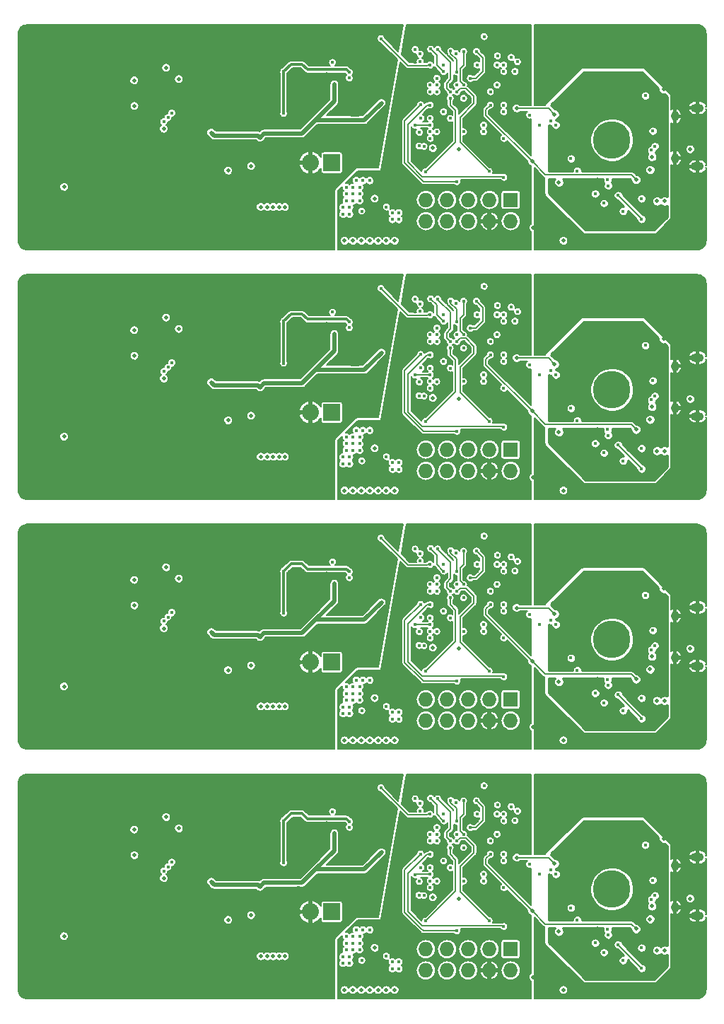
<source format=gbr>
G04 #@! TF.FileFunction,Copper,L3,Inr,Signal*
%FSLAX46Y46*%
G04 Gerber Fmt 4.6, Leading zero omitted, Abs format (unit mm)*
G04 Created by KiCad (PCBNEW 4.0.4-stable) date Sun Dec  4 22:44:24 2016*
%MOMM*%
%LPD*%
G01*
G04 APERTURE LIST*
%ADD10C,0.050000*%
%ADD11C,0.450000*%
%ADD12C,4.000000*%
%ADD13R,2.032000X2.032000*%
%ADD14O,2.032000X2.032000*%
%ADD15R,1.727200X1.727200*%
%ADD16O,1.727200X1.727200*%
%ADD17O,0.950000X1.250000*%
%ADD18O,1.550000X1.000000*%
%ADD19C,0.400000*%
%ADD20C,0.500000*%
%ADD21C,4.500000*%
%ADD22C,2.800000*%
%ADD23C,2.000000*%
%ADD24C,0.500000*%
%ADD25C,0.300000*%
%ADD26C,0.200000*%
%ADD27C,0.150000*%
%ADD28C,0.254000*%
G04 APERTURE END LIST*
D10*
D11*
X36700000Y-89950000D03*
X38300000Y-90400000D03*
X37500000Y-90750000D03*
X37500000Y-89950000D03*
X35900000Y-89950000D03*
X36700000Y-90750000D03*
X37500000Y-91550000D03*
X35900000Y-91550000D03*
X35900000Y-90750000D03*
X36700000Y-91550000D03*
X37500000Y-92350000D03*
X35900000Y-92350000D03*
X36700000Y-92350000D03*
X37500000Y-93150000D03*
X37450000Y-95150000D03*
X44000000Y-93100000D03*
X46400000Y-93100000D03*
X47200000Y-93100000D03*
X47200000Y-92300000D03*
X40650000Y-95950000D03*
X39850000Y-95950000D03*
X39050000Y-95150000D03*
X55500000Y-93350000D03*
X54300000Y-94950000D03*
X55100000Y-94150000D03*
X54300000Y-94150000D03*
X55100000Y-94950000D03*
X54700000Y-96550000D03*
X55100000Y-95750000D03*
X55900000Y-94950000D03*
X55900000Y-95750000D03*
X54300000Y-95750000D03*
X54700000Y-97350000D03*
X60600000Y-98000000D03*
X60600000Y-97200000D03*
X59800000Y-98000000D03*
X59800000Y-97200000D03*
X56300000Y-93350000D03*
X55900000Y-94150000D03*
X57100000Y-93350000D03*
X55500000Y-123250000D03*
X57100000Y-123250000D03*
X56300000Y-123250000D03*
X55900000Y-124850000D03*
X55900000Y-124050000D03*
X55100000Y-124050000D03*
X54300000Y-124050000D03*
X55100000Y-124850000D03*
X54300000Y-124850000D03*
X55100000Y-125650000D03*
X53900000Y-126450000D03*
X54700000Y-127250000D03*
X54700000Y-126450000D03*
X53900000Y-127250000D03*
X54300000Y-125650000D03*
X60600000Y-127100000D03*
X59800000Y-127100000D03*
X59800000Y-127900000D03*
X60600000Y-127900000D03*
X55900000Y-125650000D03*
D12*
X43550000Y-129400000D03*
D11*
X39850000Y-125850000D03*
X40650000Y-125850000D03*
X43950000Y-116950000D03*
X43150000Y-116950000D03*
X44750000Y-116950000D03*
X39950000Y-116950000D03*
X41550000Y-116950000D03*
X40750000Y-116950000D03*
X42350000Y-116950000D03*
D13*
X52550000Y-121100000D03*
D14*
X50010000Y-121100000D03*
D11*
X46400000Y-123000000D03*
X47200000Y-119800000D03*
X47200000Y-123000000D03*
X47200000Y-122200000D03*
X44000000Y-123000000D03*
X44800000Y-122200000D03*
X44000000Y-122200000D03*
X45600000Y-121400000D03*
X44000000Y-121400000D03*
X44800000Y-121400000D03*
X35900000Y-123050000D03*
X35900000Y-119850000D03*
X36700000Y-119050000D03*
X36700000Y-119850000D03*
X37500000Y-120650000D03*
X36700000Y-121450000D03*
X37500000Y-121450000D03*
X36700000Y-120650000D03*
X37500000Y-119850000D03*
X38250000Y-125050000D03*
X39050000Y-125050000D03*
X39050000Y-125850000D03*
X35900000Y-122250000D03*
X37450000Y-125050000D03*
X35900000Y-120650000D03*
X35900000Y-121450000D03*
X39900000Y-120300000D03*
X39900000Y-119500000D03*
X39900000Y-118700000D03*
X39100000Y-120300000D03*
X39100000Y-119500000D03*
X38300000Y-120300000D03*
X37500000Y-123050000D03*
X36700000Y-122250000D03*
X37500000Y-122250000D03*
X36700000Y-123050000D03*
X38300000Y-118700000D03*
X39100000Y-118700000D03*
X38300000Y-119500000D03*
X37500000Y-119050000D03*
D12*
X43550000Y-106700000D03*
D11*
X53900000Y-97350000D03*
D12*
X43550000Y-99500000D03*
D11*
X53900000Y-96550000D03*
D13*
X52550000Y-91200000D03*
D14*
X50010000Y-91200000D03*
D15*
X73980000Y-95660000D03*
D16*
X73980000Y-98200000D03*
X71440000Y-95660000D03*
X71440000Y-98200000D03*
X68900000Y-95660000D03*
X68900000Y-98200000D03*
X66360000Y-95660000D03*
X66360000Y-98200000D03*
X63820000Y-95660000D03*
X63820000Y-98200000D03*
D12*
X95300000Y-129400000D03*
D17*
X93650000Y-120550000D03*
X93650000Y-115550000D03*
D18*
X96350000Y-121550000D03*
X96350000Y-114550000D03*
D12*
X95300000Y-106700000D03*
D15*
X73980000Y-125560000D03*
D16*
X73980000Y-128100000D03*
X71440000Y-125560000D03*
X71440000Y-128100000D03*
X68900000Y-125560000D03*
X68900000Y-128100000D03*
X66360000Y-125560000D03*
X66360000Y-128100000D03*
X63820000Y-125560000D03*
X63820000Y-128100000D03*
D17*
X93650000Y-90650000D03*
X93650000Y-85650000D03*
D18*
X96350000Y-91650000D03*
X96350000Y-84650000D03*
D12*
X95300000Y-99500000D03*
X95300000Y-76800000D03*
D11*
X38300000Y-88800000D03*
X38300000Y-89600000D03*
X36700000Y-89150000D03*
X37500000Y-89150000D03*
X39100000Y-88800000D03*
X39900000Y-88800000D03*
X40750000Y-87050000D03*
X39950000Y-87050000D03*
X39100000Y-89600000D03*
X39900000Y-89600000D03*
X39100000Y-90400000D03*
X39900000Y-90400000D03*
X45600000Y-91500000D03*
X47200000Y-89900000D03*
X44000000Y-91500000D03*
X44800000Y-91500000D03*
X44800000Y-92300000D03*
X44000000Y-92300000D03*
D12*
X43550000Y-76800000D03*
D11*
X44750000Y-87050000D03*
X43950000Y-87050000D03*
X43150000Y-87050000D03*
X42350000Y-87050000D03*
X41550000Y-87050000D03*
X39050000Y-95950000D03*
X38250000Y-95950000D03*
X38250000Y-95150000D03*
X35900000Y-93150000D03*
X36700000Y-93150000D03*
X38250000Y-125850000D03*
X18250000Y-127800000D03*
X17450000Y-127800000D03*
X16650000Y-127800000D03*
X15850000Y-127800000D03*
X19850000Y-121700000D03*
X19050000Y-120100000D03*
X19850000Y-120900000D03*
X19850000Y-120100000D03*
X18250000Y-115950000D03*
X19850000Y-115950000D03*
X15850000Y-115950000D03*
X17450000Y-115950000D03*
X19050000Y-115950000D03*
X16650000Y-115950000D03*
X17450000Y-120100000D03*
X15850000Y-120100000D03*
X16650000Y-120100000D03*
X18250000Y-120100000D03*
X19850000Y-126200000D03*
X19850000Y-127000000D03*
X19050000Y-127800000D03*
X19850000Y-127800000D03*
X16650000Y-108250000D03*
X17450000Y-108250000D03*
X15850000Y-108250000D03*
X18250000Y-108250000D03*
X19850000Y-97100000D03*
X19850000Y-96300000D03*
X19050000Y-97900000D03*
X19850000Y-97900000D03*
X19850000Y-109850000D03*
X19850000Y-115150000D03*
X19850000Y-114350000D03*
X16650000Y-97900000D03*
X17450000Y-97900000D03*
X18250000Y-97900000D03*
X15850000Y-97900000D03*
X19850000Y-108250000D03*
X19050000Y-108250000D03*
X19850000Y-109050000D03*
X19850000Y-91000000D03*
X19850000Y-91800000D03*
X19850000Y-85250000D03*
X19850000Y-86050000D03*
X19850000Y-84450000D03*
X19050000Y-86050000D03*
X17450000Y-86050000D03*
X15850000Y-86050000D03*
X18250000Y-86050000D03*
X16650000Y-86050000D03*
X16650000Y-90200000D03*
X15850000Y-90200000D03*
X18250000Y-90200000D03*
X19050000Y-90200000D03*
X19850000Y-90200000D03*
X17450000Y-90200000D03*
X18250000Y-78350000D03*
X17450000Y-78350000D03*
X16650000Y-78350000D03*
X15850000Y-78350000D03*
X19050000Y-78350000D03*
X19850000Y-78350000D03*
X19850000Y-79950000D03*
X19850000Y-79150000D03*
D12*
X95300000Y-46900000D03*
X95300000Y-69600000D03*
D17*
X93650000Y-60750000D03*
X93650000Y-55750000D03*
D18*
X96350000Y-61750000D03*
X96350000Y-54750000D03*
D11*
X60600000Y-67300000D03*
X59800000Y-67300000D03*
X59800000Y-68100000D03*
X60600000Y-68100000D03*
D15*
X73980000Y-65760000D03*
D16*
X73980000Y-68300000D03*
X71440000Y-65760000D03*
X71440000Y-68300000D03*
X68900000Y-65760000D03*
X68900000Y-68300000D03*
X66360000Y-65760000D03*
X66360000Y-68300000D03*
X63820000Y-65760000D03*
X63820000Y-68300000D03*
D11*
X54300000Y-64250000D03*
X54300000Y-65050000D03*
X55100000Y-64250000D03*
X55100000Y-65050000D03*
X55500000Y-63450000D03*
X55900000Y-64250000D03*
X54300000Y-65850000D03*
X55900000Y-65850000D03*
X55100000Y-65850000D03*
X55900000Y-65050000D03*
X56300000Y-63450000D03*
X57100000Y-63450000D03*
X53900000Y-66650000D03*
D13*
X52550000Y-61300000D03*
D14*
X50010000Y-61300000D03*
D11*
X54700000Y-66650000D03*
X54700000Y-67450000D03*
X53900000Y-67450000D03*
X40650000Y-66050000D03*
X39850000Y-66050000D03*
X39050000Y-66050000D03*
X35900000Y-62450000D03*
X36700000Y-62450000D03*
X36700000Y-63250000D03*
X35900000Y-63250000D03*
X39050000Y-65250000D03*
X38250000Y-66050000D03*
X37500000Y-63250000D03*
X38250000Y-65250000D03*
X37450000Y-65250000D03*
X38300000Y-60500000D03*
X37500000Y-61650000D03*
X37500000Y-62450000D03*
D12*
X43550000Y-69600000D03*
D11*
X47200000Y-60000000D03*
X47200000Y-62400000D03*
X47200000Y-63200000D03*
X46400000Y-63200000D03*
X45600000Y-61600000D03*
X44000000Y-63200000D03*
X43150000Y-57150000D03*
X44750000Y-57150000D03*
X43950000Y-57150000D03*
X42350000Y-57150000D03*
X41550000Y-57150000D03*
X39950000Y-57150000D03*
X40750000Y-57150000D03*
X39100000Y-60500000D03*
X39100000Y-59700000D03*
X39100000Y-58900000D03*
X39900000Y-58900000D03*
X39900000Y-59700000D03*
X39900000Y-60500000D03*
X44800000Y-62400000D03*
X44000000Y-62400000D03*
X44800000Y-61600000D03*
X44000000Y-61600000D03*
D12*
X43550000Y-46900000D03*
D11*
X35900000Y-60850000D03*
X36700000Y-60850000D03*
X36700000Y-61650000D03*
X35900000Y-61650000D03*
X37500000Y-60850000D03*
X37500000Y-59250000D03*
X37500000Y-60050000D03*
X38300000Y-58900000D03*
X38300000Y-59700000D03*
X36700000Y-60050000D03*
X35900000Y-60050000D03*
X36700000Y-59250000D03*
X17450000Y-48450000D03*
X15850000Y-48450000D03*
X18250000Y-48450000D03*
X16650000Y-48450000D03*
X19850000Y-50050000D03*
X19050000Y-48450000D03*
X19850000Y-48450000D03*
X19850000Y-49250000D03*
X19850000Y-54550000D03*
X19850000Y-56150000D03*
X19850000Y-55350000D03*
X19850000Y-68000000D03*
X16650000Y-68000000D03*
X18250000Y-68000000D03*
X17450000Y-68000000D03*
X19850000Y-66400000D03*
X19850000Y-67200000D03*
X18250000Y-56150000D03*
X19050000Y-56150000D03*
X15850000Y-56150000D03*
X17450000Y-56150000D03*
X16650000Y-56150000D03*
X15850000Y-68000000D03*
X19050000Y-68000000D03*
X19050000Y-60300000D03*
X19850000Y-61900000D03*
X19850000Y-60300000D03*
X19850000Y-61100000D03*
X16650000Y-60300000D03*
X17450000Y-60300000D03*
X15850000Y-60300000D03*
X18250000Y-60300000D03*
D13*
X52550000Y-31400000D03*
D14*
X50010000Y-31400000D03*
D12*
X43550000Y-17000000D03*
X43550000Y-39700000D03*
X95300000Y-39700000D03*
D11*
X37500000Y-29350000D03*
X36700000Y-29350000D03*
X17450000Y-26250000D03*
X18250000Y-26250000D03*
X19850000Y-26250000D03*
X16650000Y-26250000D03*
X19050000Y-26250000D03*
X15850000Y-26250000D03*
X19850000Y-24650000D03*
X19850000Y-25450000D03*
X15850000Y-18550000D03*
X16650000Y-18550000D03*
X18250000Y-18550000D03*
X17450000Y-18550000D03*
X19050000Y-18550000D03*
X19850000Y-20150000D03*
X19850000Y-19350000D03*
X19850000Y-18550000D03*
X19850000Y-36500000D03*
X19850000Y-38100000D03*
X19850000Y-37300000D03*
X19050000Y-38100000D03*
X15850000Y-38100000D03*
X16650000Y-38100000D03*
X18250000Y-38100000D03*
X17450000Y-38100000D03*
X19850000Y-32000000D03*
X19850000Y-31200000D03*
X19050000Y-30400000D03*
X19850000Y-30400000D03*
X18250000Y-30400000D03*
X16650000Y-30400000D03*
X17450000Y-30400000D03*
X15850000Y-30400000D03*
X60600000Y-38200000D03*
X59800000Y-38200000D03*
X59800000Y-37400000D03*
X60600000Y-37400000D03*
X57100000Y-33550000D03*
X55500000Y-33550000D03*
X56300000Y-33550000D03*
X54700000Y-36750000D03*
X53900000Y-37550000D03*
X53900000Y-36750000D03*
X54700000Y-37550000D03*
X54300000Y-35150000D03*
X55900000Y-35150000D03*
X55900000Y-35950000D03*
X55100000Y-35950000D03*
X54300000Y-35950000D03*
X55100000Y-35150000D03*
X55900000Y-34350000D03*
X55100000Y-34350000D03*
X54300000Y-34350000D03*
X44750000Y-27250000D03*
X43950000Y-27250000D03*
X43150000Y-27250000D03*
X42350000Y-27250000D03*
X41550000Y-27250000D03*
X40750000Y-27250000D03*
X39950000Y-27250000D03*
X39100000Y-29000000D03*
X39900000Y-29000000D03*
X38300000Y-29000000D03*
X39050000Y-35350000D03*
X40650000Y-36150000D03*
X39850000Y-36150000D03*
X39050000Y-36150000D03*
X47200000Y-30100000D03*
X47200000Y-32500000D03*
X46400000Y-33300000D03*
X47200000Y-33300000D03*
X44800000Y-32500000D03*
X44000000Y-33300000D03*
X44000000Y-32500000D03*
X44000000Y-31700000D03*
X45600000Y-31700000D03*
X44800000Y-31700000D03*
X38300000Y-29800000D03*
X39900000Y-29800000D03*
X39100000Y-29800000D03*
X39100000Y-30600000D03*
X39900000Y-30600000D03*
X38300000Y-30600000D03*
X38250000Y-36150000D03*
X38250000Y-35350000D03*
X37450000Y-35350000D03*
X37500000Y-33350000D03*
X36700000Y-33350000D03*
X35900000Y-33350000D03*
X37500000Y-32550000D03*
X36700000Y-32550000D03*
X35900000Y-32550000D03*
X37500000Y-31750000D03*
X36700000Y-31750000D03*
X35900000Y-31750000D03*
X37500000Y-30950000D03*
X36700000Y-30950000D03*
X35900000Y-30950000D03*
X37500000Y-30150000D03*
X36700000Y-30150000D03*
D17*
X93650000Y-30850000D03*
X93650000Y-25850000D03*
D18*
X96350000Y-31850000D03*
X96350000Y-24850000D03*
D15*
X73980000Y-35860000D03*
D16*
X73980000Y-38400000D03*
X71440000Y-35860000D03*
X71440000Y-38400000D03*
X68900000Y-35860000D03*
X68900000Y-38400000D03*
X66360000Y-35860000D03*
X66360000Y-38400000D03*
X63820000Y-35860000D03*
X63820000Y-38400000D03*
D11*
X35900000Y-30150000D03*
D12*
X95300000Y-17000000D03*
D19*
X63599479Y-119149479D03*
D20*
X67800000Y-119500000D03*
D19*
X65138910Y-117411090D03*
X66750000Y-115800000D03*
X65950000Y-115000000D03*
D20*
X57700000Y-125400000D03*
D19*
X70750000Y-116600000D03*
X70750000Y-117400000D03*
X68350000Y-117400000D03*
D20*
X76700000Y-128900000D03*
D19*
X81950000Y-122075000D03*
D20*
X79750000Y-123450000D03*
D19*
X76950000Y-123100000D03*
D20*
X91500000Y-125700000D03*
X92400000Y-125700000D03*
D19*
X89650000Y-125400000D03*
X87450000Y-126900000D03*
X85600000Y-123150000D03*
X84100000Y-124800000D03*
X73150000Y-118200000D03*
D20*
X90675000Y-121950000D03*
D19*
X90850000Y-119600000D03*
D20*
X92550000Y-108050000D03*
X92300000Y-112300000D03*
X95500000Y-116550000D03*
D19*
X90100000Y-113075000D03*
X74050000Y-108500000D03*
D20*
X79719124Y-112330876D03*
D19*
X81200000Y-120600000D03*
D21*
X86100000Y-118350000D03*
D19*
X65961090Y-109388910D03*
X65150000Y-111800000D03*
X65150000Y-111000000D03*
X64350000Y-111800000D03*
X56500000Y-108600000D03*
X54100000Y-117400000D03*
X55575000Y-110900000D03*
X63150000Y-109000000D03*
X64350000Y-112600000D03*
X65150000Y-112600000D03*
X70800000Y-106000000D03*
X69950000Y-109400000D03*
X67425000Y-108025000D03*
X72350000Y-111800000D03*
X71550000Y-112600000D03*
X73150000Y-114200000D03*
X73150000Y-115000000D03*
X68350000Y-113400000D03*
X67550000Y-111800000D03*
D20*
X92300000Y-82400000D03*
D19*
X90100000Y-83175000D03*
D20*
X92550000Y-78150000D03*
D19*
X90850000Y-89700000D03*
X74050000Y-78600000D03*
D20*
X79719124Y-82430876D03*
D21*
X86100000Y-88450000D03*
D20*
X95500000Y-86650000D03*
D19*
X81200000Y-90700000D03*
X71550000Y-82700000D03*
X72350000Y-81900000D03*
X73150000Y-85100000D03*
X73150000Y-84300000D03*
X67550000Y-81900000D03*
X68350000Y-83500000D03*
X65150000Y-81900000D03*
X64350000Y-82700000D03*
X65150000Y-81100000D03*
X64350000Y-81900000D03*
X65150000Y-82700000D03*
X63150000Y-79100000D03*
X70800000Y-76100000D03*
X69950000Y-79500000D03*
X67425000Y-78125000D03*
X65961090Y-79488910D03*
X66750000Y-85900000D03*
X65138910Y-87511090D03*
X63599479Y-89249479D03*
X65950000Y-85100000D03*
D20*
X76700000Y-99000000D03*
D19*
X76950000Y-93200000D03*
X84100000Y-94900000D03*
X87450000Y-97000000D03*
D20*
X92400000Y-95800000D03*
D19*
X89650000Y-95500000D03*
D20*
X91500000Y-95800000D03*
D19*
X85600000Y-93250000D03*
X81950000Y-92175000D03*
D20*
X79750000Y-93550000D03*
X90675000Y-92050000D03*
D19*
X68350000Y-87500000D03*
D20*
X67800000Y-89600000D03*
D19*
X73150000Y-88300000D03*
X70750000Y-87500000D03*
X70750000Y-86700000D03*
D20*
X57700000Y-95500000D03*
X44000000Y-110050010D03*
X48000000Y-110000000D03*
X51950000Y-110500000D03*
D19*
X48600000Y-118200000D03*
X52100000Y-116675000D03*
D22*
X55350000Y-114200000D03*
D19*
X51900000Y-118100000D03*
X48600000Y-88300000D03*
D20*
X44000000Y-85500000D03*
X48000000Y-85450000D03*
X44000000Y-80150010D03*
X48000000Y-80100000D03*
D22*
X55350000Y-84300000D03*
D19*
X55575000Y-81000000D03*
X56500000Y-78700000D03*
D20*
X51950000Y-80600000D03*
D19*
X51900000Y-88200000D03*
X52100000Y-86775000D03*
X54100000Y-87500000D03*
D20*
X48000000Y-115350000D03*
X44000000Y-115400000D03*
X36250000Y-107200000D03*
D19*
X34700000Y-107500000D03*
X32800000Y-106900000D03*
X35800000Y-108600000D03*
X33525000Y-110425000D03*
X37100000Y-111000000D03*
D20*
X37800000Y-109750000D03*
D19*
X27700000Y-109350000D03*
D23*
X31637258Y-112655025D03*
D19*
X24400000Y-116525000D03*
X28850000Y-117900000D03*
X27750000Y-116850000D03*
X22500000Y-116525000D03*
X26600000Y-115700000D03*
X32500000Y-119050000D03*
D20*
X36196446Y-114896446D03*
D19*
X27750000Y-86950000D03*
X28850000Y-88000000D03*
X32500000Y-89150000D03*
D23*
X31637258Y-82755025D03*
D19*
X33525000Y-80525000D03*
X27700000Y-79450000D03*
X22500000Y-86625000D03*
X24400000Y-86625000D03*
X26600000Y-85800000D03*
X32800000Y-77000000D03*
D20*
X36250000Y-77300000D03*
X37800000Y-79850000D03*
D19*
X35800000Y-78700000D03*
X34700000Y-77600000D03*
X37100000Y-81100000D03*
D20*
X36196446Y-84996446D03*
D19*
X71550000Y-52800000D03*
X72350000Y-52000000D03*
X74050000Y-48700000D03*
X70800000Y-46200000D03*
X70750000Y-56800000D03*
X73150000Y-55200000D03*
X73150000Y-54400000D03*
D20*
X67800000Y-59700000D03*
D19*
X68350000Y-57600000D03*
X70750000Y-57600000D03*
X65138910Y-57611090D03*
X76950000Y-63300000D03*
X73150000Y-58400000D03*
D20*
X92400000Y-65900000D03*
X91500000Y-65900000D03*
D19*
X89650000Y-65600000D03*
X87450000Y-67100000D03*
X84100000Y-65000000D03*
X85600000Y-63350000D03*
D20*
X76700000Y-69100000D03*
D19*
X81950000Y-62275000D03*
D20*
X79750000Y-63650000D03*
X92550000Y-48250000D03*
X92300000Y-52500000D03*
D19*
X90100000Y-53275000D03*
D20*
X79719124Y-52530876D03*
D21*
X86100000Y-58550000D03*
D19*
X81200000Y-60800000D03*
X90850000Y-59800000D03*
D20*
X95500000Y-56750000D03*
X90675000Y-62150000D03*
X44000000Y-55600000D03*
X44000000Y-50250010D03*
X48000000Y-50200000D03*
X48000000Y-55550000D03*
X57700000Y-65600000D03*
D19*
X52100000Y-56875000D03*
X48600000Y-58400000D03*
X54100000Y-57600000D03*
X51900000Y-58300000D03*
X63599479Y-59349479D03*
X67425000Y-48225000D03*
X63150000Y-49200000D03*
D22*
X55350000Y-54400000D03*
D19*
X55575000Y-51100000D03*
X56500000Y-48800000D03*
D20*
X51950000Y-50700000D03*
D19*
X28850000Y-58100000D03*
X32500000Y-59250000D03*
X27750000Y-57050000D03*
X22500000Y-56725000D03*
X33525000Y-50625000D03*
X27700000Y-49550000D03*
D23*
X31637258Y-52855025D03*
D19*
X24400000Y-56725000D03*
X26600000Y-55900000D03*
D20*
X37800000Y-49950000D03*
D19*
X37100000Y-51200000D03*
D20*
X36250000Y-47400000D03*
D19*
X34700000Y-47700000D03*
X35800000Y-48800000D03*
X32800000Y-47100000D03*
D20*
X36196446Y-55096446D03*
D19*
X66750000Y-56000000D03*
X65950000Y-55200000D03*
X68350000Y-53600000D03*
X69950000Y-49600000D03*
X67550000Y-52000000D03*
X65961090Y-49588910D03*
X64350000Y-52800000D03*
X65150000Y-52800000D03*
X64350000Y-52000000D03*
X65150000Y-51200000D03*
X65150000Y-52000000D03*
D20*
X92550000Y-18350000D03*
X79719124Y-22630876D03*
X92400000Y-36000000D03*
X91500000Y-36000000D03*
X67800000Y-29800000D03*
X44000000Y-20350010D03*
X37800000Y-20050000D03*
X36250000Y-17500000D03*
D19*
X32800000Y-17200000D03*
X37100000Y-21300000D03*
X35800000Y-18900000D03*
X34700000Y-17800000D03*
X85600000Y-33450000D03*
X84100000Y-35100000D03*
X89650000Y-35700000D03*
X65150000Y-21300000D03*
X32500000Y-29350000D03*
X27700000Y-19650000D03*
X28850000Y-28200000D03*
X27750000Y-27150000D03*
X26600000Y-26000000D03*
X24400000Y-26825000D03*
X22500000Y-26825000D03*
X55575000Y-21200000D03*
X52100000Y-26975000D03*
X33525000Y-20725000D03*
D20*
X79750000Y-33750000D03*
X36196446Y-25196446D03*
X44000000Y-25700000D03*
X48000000Y-25650000D03*
X48000000Y-20300000D03*
X51950000Y-20800000D03*
X90675000Y-32250000D03*
D19*
X90850000Y-29900000D03*
X81200000Y-30900000D03*
X81950000Y-32375000D03*
X90100000Y-23375000D03*
D20*
X76700000Y-39200000D03*
D22*
X55350000Y-24500000D03*
D19*
X63150000Y-19300000D03*
X87450000Y-37200000D03*
X56500000Y-18900000D03*
X76950000Y-33400000D03*
X51900000Y-28400000D03*
X48600000Y-28500000D03*
X54100000Y-27700000D03*
D20*
X92300000Y-22600000D03*
D23*
X31637258Y-22955025D03*
D20*
X95500000Y-26850000D03*
X57700000Y-35700000D03*
D19*
X70800000Y-16300000D03*
X67425000Y-18325000D03*
X69950000Y-19700000D03*
X74050000Y-18800000D03*
X73150000Y-28500000D03*
D21*
X86100000Y-28650000D03*
D19*
X71550000Y-22900000D03*
X70750000Y-27700000D03*
X68350000Y-23700000D03*
X70750000Y-26900000D03*
X73150000Y-25300000D03*
X73150000Y-24500000D03*
X65950000Y-25300000D03*
X65150000Y-22100000D03*
X68350000Y-27700000D03*
X65138910Y-27711090D03*
X63599479Y-29449479D03*
X66750000Y-26100000D03*
X72350000Y-22100000D03*
X67550000Y-22100000D03*
X65961090Y-19688910D03*
X65150000Y-22900000D03*
X64350000Y-22100000D03*
X64350000Y-22900000D03*
X58525000Y-113950000D03*
X54663235Y-110963235D03*
X58525000Y-84050000D03*
X52650000Y-109100000D03*
X52875000Y-111700000D03*
X52125000Y-116000000D03*
D20*
X43950000Y-88200000D03*
D19*
X54663235Y-81063235D03*
X52875000Y-81800000D03*
X52650000Y-79200000D03*
X52125000Y-86100000D03*
D20*
X38125000Y-117500000D03*
X43950000Y-118100000D03*
X38125000Y-87600000D03*
X43950000Y-58300000D03*
D19*
X52125000Y-56200000D03*
X52875000Y-51900000D03*
X54663235Y-51163235D03*
X58525000Y-54150000D03*
X52650000Y-49300000D03*
D20*
X38125000Y-57700000D03*
D19*
X54663235Y-21263235D03*
X52650000Y-19400000D03*
X52875000Y-22000000D03*
X58525000Y-24250000D03*
X52125000Y-26300000D03*
D20*
X38125000Y-27800000D03*
X43950000Y-28400000D03*
D19*
X54675000Y-110275000D03*
X46800000Y-110200000D03*
X46800000Y-85300000D03*
X46800000Y-80300000D03*
X54675000Y-80375000D03*
X46800000Y-115200000D03*
X46800000Y-50400000D03*
X46800000Y-55400000D03*
X54675000Y-50475000D03*
X46800000Y-25500000D03*
X46800000Y-20500000D03*
X54675000Y-20575000D03*
D20*
X79400000Y-124500000D03*
D19*
X80975000Y-121950000D03*
X88150000Y-123200000D03*
D20*
X91800000Y-122650000D03*
D19*
X86900000Y-128850000D03*
D20*
X84350000Y-123100000D03*
D19*
X92100000Y-114075000D03*
D20*
X79050000Y-114050000D03*
D19*
X82500000Y-114550000D03*
D20*
X81300000Y-117100000D03*
X81300000Y-87200000D03*
D19*
X92100000Y-84175000D03*
D20*
X79050000Y-84150000D03*
D19*
X82500000Y-84650000D03*
D20*
X79400000Y-94600000D03*
D19*
X86900000Y-98950000D03*
D20*
X84350000Y-93200000D03*
D19*
X80975000Y-92050000D03*
D20*
X91800000Y-92750000D03*
D19*
X88150000Y-93300000D03*
X88150000Y-63400000D03*
D20*
X84350000Y-63300000D03*
D19*
X86900000Y-69050000D03*
X80975000Y-62150000D03*
D20*
X91800000Y-62850000D03*
X79400000Y-64700000D03*
D19*
X92100000Y-54275000D03*
D20*
X79050000Y-54250000D03*
D19*
X82500000Y-54750000D03*
D20*
X81300000Y-57300000D03*
X79050000Y-24350000D03*
D19*
X86900000Y-39150000D03*
D20*
X91800000Y-32950000D03*
D19*
X80975000Y-32250000D03*
X92100000Y-24375000D03*
X88150000Y-33500000D03*
D20*
X79400000Y-34800000D03*
X84350000Y-33400000D03*
X81300000Y-27400000D03*
D19*
X82500000Y-24850000D03*
D20*
X95500000Y-119500000D03*
X95500000Y-89600000D03*
X95500000Y-59700000D03*
X95500000Y-29800000D03*
X54100000Y-130450000D03*
X55100000Y-130450000D03*
X56100000Y-130450000D03*
X60100000Y-130450000D03*
X57100000Y-130450000D03*
X58100000Y-130450000D03*
D19*
X57100000Y-130450000D03*
D20*
X59100000Y-130450000D03*
D19*
X56150000Y-126899998D03*
X59100000Y-126400000D03*
D20*
X80300000Y-130450000D03*
D19*
X85650000Y-123850000D03*
D20*
X80300000Y-100550000D03*
D19*
X85650000Y-93950000D03*
D20*
X59100000Y-100550000D03*
X60100000Y-100550000D03*
D19*
X59100000Y-96500000D03*
X56150000Y-96999998D03*
D20*
X56100000Y-100550000D03*
X55100000Y-100550000D03*
D19*
X57100000Y-100550000D03*
D20*
X57100000Y-100550000D03*
X58100000Y-100550000D03*
X44850000Y-96500000D03*
X44050000Y-96500000D03*
X45550000Y-96500000D03*
X54100000Y-100550000D03*
X46950000Y-96500000D03*
X46250000Y-96500000D03*
X46250000Y-126400000D03*
X46950000Y-126400000D03*
X45550000Y-126400000D03*
X44050000Y-126400000D03*
X44850000Y-126400000D03*
D19*
X85650000Y-64050000D03*
D20*
X80300000Y-70650000D03*
X54100000Y-70650000D03*
X55100000Y-70650000D03*
X56100000Y-70650000D03*
X58100000Y-70650000D03*
X59100000Y-70650000D03*
X60100000Y-70650000D03*
D19*
X57100000Y-70650000D03*
D20*
X57100000Y-70650000D03*
X46950000Y-66600000D03*
X46250000Y-66600000D03*
X45550000Y-66600000D03*
X44050000Y-66600000D03*
X44850000Y-66600000D03*
D19*
X59100000Y-66600000D03*
X56150000Y-67099998D03*
D20*
X46950000Y-36700000D03*
X46250000Y-36700000D03*
X45550000Y-36700000D03*
X44850000Y-36700000D03*
X44050000Y-36700000D03*
D19*
X85650000Y-34150000D03*
D20*
X80300000Y-40750000D03*
D19*
X56150000Y-37199998D03*
D20*
X54100000Y-40750000D03*
X55100000Y-40750000D03*
X56100000Y-40750000D03*
X60100000Y-40750000D03*
X59100000Y-40750000D03*
X58100000Y-40750000D03*
X57100000Y-40750000D03*
D19*
X59100000Y-36700000D03*
X57100000Y-40750000D03*
D20*
X90900000Y-120400000D03*
X90900000Y-90500000D03*
X90900000Y-60600000D03*
X90900000Y-30700000D03*
D19*
X91000000Y-117300000D03*
X91000000Y-87400000D03*
X91000000Y-57500000D03*
X91000000Y-27600000D03*
D20*
X65799996Y-119400000D03*
D19*
X66750000Y-116600000D03*
X65950000Y-115800000D03*
X65150000Y-115800000D03*
X65150000Y-115000000D03*
X65150000Y-116600000D03*
D20*
X60550000Y-122550000D03*
X60550000Y-123350000D03*
X59750000Y-122550000D03*
X59750000Y-123350000D03*
D19*
X69950000Y-116600000D03*
X70750000Y-120650000D03*
X69150000Y-117400000D03*
X69950000Y-117400000D03*
X65950000Y-111000000D03*
X61550000Y-106600000D03*
X62500000Y-109050000D03*
X64350000Y-113400000D03*
X65150000Y-113400000D03*
X69950000Y-110200000D03*
X69150000Y-110200000D03*
X68350000Y-105250000D03*
X68350000Y-110200000D03*
X69961581Y-114201581D03*
X72350000Y-114200000D03*
X71550000Y-113400000D03*
X72350000Y-113400000D03*
X71550000Y-115000000D03*
X72350000Y-115000000D03*
X68374266Y-112650000D03*
X67550000Y-113400000D03*
X71550000Y-111000000D03*
X66750000Y-111800000D03*
X71550000Y-81100000D03*
X71550000Y-83500000D03*
X72350000Y-83500000D03*
X72350000Y-85100000D03*
X72350000Y-84300000D03*
X71550000Y-85100000D03*
X66750000Y-81900000D03*
X67550000Y-83500000D03*
X69961581Y-84301581D03*
X68374266Y-82750000D03*
X61550000Y-76700000D03*
X64350000Y-83500000D03*
X65150000Y-83500000D03*
X62500000Y-79150000D03*
X68350000Y-75350000D03*
X69150000Y-80300000D03*
X69950000Y-80300000D03*
X68350000Y-80300000D03*
X65950000Y-81100000D03*
X65150000Y-86700000D03*
X66750000Y-86700000D03*
D20*
X65799996Y-89500000D03*
D19*
X65150000Y-85900000D03*
X65950000Y-85900000D03*
X65150000Y-85100000D03*
X69150000Y-87500000D03*
D20*
X60550000Y-92650000D03*
X59750000Y-93450000D03*
X60550000Y-93450000D03*
X59750000Y-92650000D03*
D19*
X70750000Y-90750000D03*
X69950000Y-87500000D03*
X69950000Y-86700000D03*
X71550000Y-51200000D03*
X72350000Y-53600000D03*
X71550000Y-53600000D03*
X71550000Y-55200000D03*
X69961581Y-54401581D03*
X72350000Y-54400000D03*
X72350000Y-55200000D03*
X70750000Y-60850000D03*
X69150000Y-57600000D03*
X69950000Y-57600000D03*
X69950000Y-56800000D03*
X66750000Y-56800000D03*
D20*
X65799996Y-59600000D03*
D19*
X65150000Y-56800000D03*
D20*
X59750000Y-63550000D03*
X60550000Y-63550000D03*
X59750000Y-62750000D03*
X60550000Y-62750000D03*
D19*
X68350000Y-45450000D03*
X61550000Y-46800000D03*
X62500000Y-49250000D03*
X65950000Y-56000000D03*
X65150000Y-56000000D03*
X65150000Y-55200000D03*
X65150000Y-53600000D03*
X64350000Y-53600000D03*
X67550000Y-53600000D03*
X68374266Y-52850000D03*
X68350000Y-50400000D03*
X69150000Y-50400000D03*
X69950000Y-50400000D03*
X66750000Y-52000000D03*
X65950000Y-51200000D03*
X70750000Y-30950000D03*
D20*
X65799996Y-29700000D03*
D19*
X61550000Y-16900000D03*
X62500000Y-19350000D03*
D20*
X60550000Y-33650000D03*
X60550000Y-32850000D03*
X59750000Y-32850000D03*
D19*
X69950000Y-26900000D03*
D20*
X59750000Y-33650000D03*
D19*
X68350000Y-15550000D03*
X68350000Y-20500000D03*
X69961581Y-24501581D03*
X68374266Y-22950000D03*
X69150000Y-20500000D03*
X69950000Y-20500000D03*
X71550000Y-23700000D03*
X69150000Y-27700000D03*
X69950000Y-27700000D03*
X67550000Y-23700000D03*
X71550000Y-25300000D03*
X72350000Y-24500000D03*
X72350000Y-25300000D03*
X72350000Y-23700000D03*
X65150000Y-25300000D03*
X65150000Y-26900000D03*
X65950000Y-26100000D03*
X65150000Y-26100000D03*
X66750000Y-26900000D03*
X71550000Y-21300000D03*
X66750000Y-22100000D03*
X65950000Y-21300000D03*
X65150000Y-23700000D03*
X64350000Y-23700000D03*
D20*
X40150000Y-92150000D03*
X42900000Y-91600000D03*
X42900000Y-121500000D03*
X40150000Y-122050000D03*
X42900000Y-61700000D03*
X40150000Y-62250000D03*
X40150000Y-32350000D03*
X42900000Y-31800000D03*
D19*
X85150000Y-125950000D03*
X85150000Y-96050000D03*
X85150000Y-66150000D03*
X85150000Y-36250000D03*
X89650000Y-127850000D03*
X86850000Y-125000000D03*
X86850000Y-95100000D03*
X89650000Y-97950000D03*
X89650000Y-68050000D03*
X86850000Y-65200000D03*
X89650000Y-38150000D03*
X86850000Y-35300000D03*
X91250000Y-119125000D03*
X91250000Y-89225000D03*
X91250000Y-59325000D03*
X91250000Y-29425000D03*
X71400000Y-122150000D03*
X67550000Y-112600000D03*
X67550000Y-82700000D03*
X71400000Y-92250000D03*
X71400000Y-62350000D03*
X67550000Y-52800000D03*
X71400000Y-32450000D03*
X67550000Y-22900000D03*
X63800000Y-122200000D03*
X66750000Y-113400000D03*
X66750000Y-83500000D03*
X63800000Y-92300000D03*
X63800000Y-62400000D03*
X66750000Y-53600000D03*
X63800000Y-32500000D03*
X66750000Y-23700000D03*
X73150000Y-122850000D03*
X64350000Y-114200000D03*
X64350000Y-84300000D03*
X73150000Y-92950000D03*
X73150000Y-63050000D03*
X64350000Y-54400000D03*
X73150000Y-33150000D03*
X64350000Y-24500000D03*
X67550000Y-123350000D03*
X63200000Y-114175000D03*
X63200000Y-84275000D03*
X67550000Y-93450000D03*
X67550000Y-63550000D03*
X63200000Y-54375000D03*
X67550000Y-33650000D03*
X63200000Y-24475000D03*
X65250000Y-107550006D03*
X66750000Y-112600000D03*
X66750000Y-82700000D03*
X65250000Y-77650006D03*
X65250000Y-47750006D03*
X66750000Y-52800000D03*
X65250000Y-17850006D03*
X66750000Y-22900000D03*
X66800000Y-107750000D03*
X67500000Y-110224266D03*
X66800000Y-77850000D03*
X67500000Y-80324266D03*
X66800000Y-47950000D03*
X67500000Y-50424266D03*
X66800000Y-18050000D03*
X67500000Y-20524266D03*
X65950000Y-110200000D03*
X64400004Y-107500000D03*
X64400004Y-77600000D03*
X65950000Y-80300000D03*
X64400004Y-47700000D03*
X65950000Y-50400000D03*
X64400004Y-17800000D03*
X65950000Y-20500000D03*
X68350000Y-107800000D03*
X68350000Y-111800000D03*
X68350000Y-81900000D03*
X68350000Y-77900000D03*
X68350000Y-48000000D03*
X68350000Y-52000000D03*
X68350000Y-18100000D03*
X68350000Y-22100000D03*
X69900000Y-107800000D03*
X69150000Y-111000000D03*
X69900000Y-77900000D03*
X69150000Y-81100000D03*
X69900000Y-48000000D03*
X69150000Y-51200000D03*
X69900000Y-18100000D03*
X69150000Y-21300000D03*
D20*
X28900000Y-111250000D03*
X32725000Y-109750000D03*
X28920532Y-114311091D03*
X32450000Y-117050000D03*
X32450000Y-87150000D03*
X32725000Y-79850000D03*
X28920532Y-84411091D03*
X28900000Y-81350000D03*
X32450000Y-57250000D03*
X32725000Y-49950000D03*
X28920532Y-54511091D03*
X28900000Y-51450000D03*
X32725000Y-20050000D03*
X28900000Y-21550000D03*
X28920532Y-24611091D03*
X32450000Y-27350000D03*
D19*
X76250000Y-115400000D03*
X78800000Y-116100000D03*
X76250000Y-85500000D03*
X78800000Y-86200000D03*
X76250000Y-55600000D03*
X78800000Y-56300000D03*
X78800000Y-26400000D03*
X76250000Y-25700000D03*
X79400000Y-116600000D03*
X77450000Y-116600000D03*
X79400000Y-86700000D03*
X77450000Y-86700000D03*
X77450000Y-56800000D03*
X79400000Y-56800000D03*
X77450000Y-26900000D03*
X79400000Y-26900000D03*
D20*
X79242710Y-115306075D03*
X74700000Y-114600000D03*
X79242710Y-85406075D03*
X74700000Y-84700000D03*
X74700000Y-54800000D03*
X79242710Y-55506075D03*
X79242710Y-25606075D03*
X74700000Y-24900000D03*
X64660876Y-119360876D03*
X64660876Y-89460876D03*
X20500000Y-124000000D03*
X20500000Y-94100000D03*
X64660876Y-59560876D03*
X20500000Y-64200000D03*
X64660876Y-29660876D03*
X20500000Y-34300000D03*
D19*
X72400000Y-108300000D03*
X72350000Y-109400000D03*
X72400000Y-78400000D03*
X72350000Y-79500000D03*
X72400000Y-48500000D03*
X72350000Y-49600000D03*
X72350000Y-19700000D03*
X72400000Y-18600000D03*
X74800000Y-109025000D03*
X73150000Y-109400000D03*
X74800000Y-79125000D03*
X73150000Y-79500000D03*
X74800000Y-49225000D03*
X73150000Y-49600000D03*
X74800000Y-19325000D03*
X73150000Y-19700000D03*
X74500000Y-110175000D03*
X73150000Y-110200000D03*
X74500000Y-80275000D03*
X73150000Y-80300000D03*
X74500000Y-50375000D03*
X73150000Y-50400000D03*
X74500000Y-20475000D03*
X73150000Y-20500000D03*
X63150000Y-108100000D03*
X63150000Y-78200000D03*
X32450000Y-116200000D03*
X32450000Y-86300000D03*
X63150000Y-48300000D03*
X32450000Y-56400000D03*
X63150000Y-18400000D03*
X32450000Y-26500000D03*
X62550000Y-107550000D03*
X62550000Y-77650000D03*
X32950000Y-115700000D03*
X32950000Y-85800000D03*
X62550000Y-47750000D03*
X32950000Y-55900000D03*
X62550000Y-17850000D03*
X32950000Y-26000000D03*
D20*
X34250000Y-111100000D03*
X34250000Y-81200000D03*
X34250000Y-51300000D03*
X34250000Y-21400000D03*
D19*
X64327494Y-109400001D03*
X58450000Y-76350000D03*
X64327494Y-79500001D03*
X58450000Y-106250000D03*
X33400000Y-115150000D03*
X33400000Y-85250000D03*
X64327494Y-49600001D03*
X58450000Y-46450000D03*
X33400000Y-55350000D03*
X58450000Y-16550000D03*
X33400000Y-25450000D03*
X64327494Y-19700001D03*
D20*
X89004009Y-123129244D03*
X76550000Y-120950000D03*
D19*
X71550000Y-114200000D03*
D20*
X76550000Y-91050000D03*
D19*
X71550000Y-84300000D03*
D20*
X89004009Y-93229244D03*
D19*
X71550000Y-54400000D03*
D20*
X76550000Y-61150000D03*
X89004009Y-63329244D03*
X89004009Y-33429244D03*
X76550000Y-31250000D03*
D19*
X71550000Y-24500000D03*
X64350000Y-118200000D03*
X63000000Y-119100000D03*
X64350000Y-88300000D03*
X63000000Y-89200000D03*
X64350000Y-58400000D03*
X63000000Y-59300000D03*
X63000000Y-29400000D03*
X64350000Y-28500000D03*
X63050000Y-117450000D03*
X64350000Y-117400000D03*
X64350000Y-87500000D03*
X63050000Y-87550000D03*
X64350000Y-57600000D03*
X63050000Y-57650000D03*
X63050000Y-27750000D03*
X64350000Y-27700000D03*
X64350000Y-116600000D03*
X62540494Y-116625000D03*
X64350000Y-86700000D03*
X62540494Y-86725000D03*
X64350000Y-56800000D03*
X62540494Y-56825000D03*
X62540494Y-26925000D03*
X64350000Y-26900000D03*
X63250000Y-115775000D03*
X64350000Y-115800000D03*
X63250000Y-85875000D03*
X64350000Y-85900000D03*
X63250000Y-55975000D03*
X64350000Y-56000000D03*
X63250000Y-26075000D03*
X64350000Y-26100000D03*
D24*
X43950000Y-88200000D02*
X43700001Y-87950001D01*
X49025001Y-87699999D02*
X50625000Y-86100000D01*
X44450001Y-87699999D02*
X49025001Y-87699999D01*
X43950000Y-88200000D02*
X44450001Y-87699999D01*
X56475000Y-116000000D02*
X58525000Y-113950000D01*
X38475001Y-87950001D02*
X38125000Y-87600000D01*
X43700001Y-87950001D02*
X38475001Y-87950001D01*
X52125000Y-86100000D02*
X56475000Y-86100000D01*
X52875000Y-83850000D02*
X52875000Y-81800000D01*
X50625000Y-86100000D02*
X52875000Y-83850000D01*
X50625000Y-86100000D02*
X52125000Y-86100000D01*
X56475000Y-86100000D02*
X58525000Y-84050000D01*
X44450001Y-117599999D02*
X49025001Y-117599999D01*
X43700001Y-117850001D02*
X38475001Y-117850001D01*
X43950000Y-118100000D02*
X43700001Y-117850001D01*
X43950000Y-118100000D02*
X44450001Y-117599999D01*
X52125000Y-116000000D02*
X56475000Y-116000000D01*
X50625000Y-116000000D02*
X52875000Y-113750000D01*
X50625000Y-116000000D02*
X52125000Y-116000000D01*
X52875000Y-113750000D02*
X52875000Y-111700000D01*
X49025001Y-117599999D02*
X50625000Y-116000000D01*
X38475001Y-117850001D02*
X38125000Y-117500000D01*
X52875000Y-53950000D02*
X52875000Y-51900000D01*
X50625000Y-56200000D02*
X52125000Y-56200000D01*
X50625000Y-56200000D02*
X52875000Y-53950000D01*
X49025001Y-57799999D02*
X50625000Y-56200000D01*
X52125000Y-56200000D02*
X56475000Y-56200000D01*
X56475000Y-56200000D02*
X58525000Y-54150000D01*
X44450001Y-57799999D02*
X49025001Y-57799999D01*
X43950000Y-58300000D02*
X44450001Y-57799999D01*
X43700001Y-58050001D02*
X38475001Y-58050001D01*
X38475001Y-58050001D02*
X38125000Y-57700000D01*
X43950000Y-58300000D02*
X43700001Y-58050001D01*
X52875000Y-24050000D02*
X52875000Y-22000000D01*
X50625000Y-26300000D02*
X52875000Y-24050000D01*
X52125000Y-26300000D02*
X56475000Y-26300000D01*
X56475000Y-26300000D02*
X58525000Y-24250000D01*
X50625000Y-26300000D02*
X52125000Y-26300000D01*
X43950000Y-28400000D02*
X44450001Y-27899999D01*
X44450001Y-27899999D02*
X49025001Y-27899999D01*
X49025001Y-27899999D02*
X50625000Y-26300000D01*
X43950000Y-28400000D02*
X43700001Y-28150001D01*
X43700001Y-28150001D02*
X38475001Y-28150001D01*
X38475001Y-28150001D02*
X38125000Y-27800000D01*
D25*
X54675000Y-110275000D02*
X54349999Y-109949999D01*
X54349999Y-80049999D02*
X49649999Y-80049999D01*
X47675000Y-79425000D02*
X46800000Y-80300000D01*
X46800000Y-80300000D02*
X46800000Y-85300000D01*
X49649999Y-80049999D02*
X49025000Y-79425000D01*
X49025000Y-79425000D02*
X47675000Y-79425000D01*
X54675000Y-80375000D02*
X54349999Y-80049999D01*
X47675000Y-109325000D02*
X46800000Y-110200000D01*
X46800000Y-110200000D02*
X46800000Y-115200000D01*
X49025000Y-109325000D02*
X47675000Y-109325000D01*
X49649999Y-109949999D02*
X49025000Y-109325000D01*
X54349999Y-109949999D02*
X49649999Y-109949999D01*
X54349999Y-50149999D02*
X49649999Y-50149999D01*
X54675000Y-50475000D02*
X54349999Y-50149999D01*
X49649999Y-50149999D02*
X49025000Y-49525000D01*
X46800000Y-50400000D02*
X46800000Y-55400000D01*
X49025000Y-49525000D02*
X47675000Y-49525000D01*
X47675000Y-49525000D02*
X46800000Y-50400000D01*
X46800000Y-20500000D02*
X46800000Y-25500000D01*
X49025000Y-19625000D02*
X47675000Y-19625000D01*
X47675000Y-19625000D02*
X46800000Y-20500000D01*
X49649999Y-20249999D02*
X49025000Y-19625000D01*
X54675000Y-20575000D02*
X54349999Y-20249999D01*
X54349999Y-20249999D02*
X49649999Y-20249999D01*
D26*
X86850000Y-95100000D02*
X89650000Y-97900000D01*
X89650000Y-97900000D02*
X89650000Y-97950000D01*
X86850000Y-125000000D02*
X89650000Y-127800000D01*
X89650000Y-127800000D02*
X89650000Y-127850000D01*
X86850000Y-65200000D02*
X89650000Y-68000000D01*
X89650000Y-68000000D02*
X89650000Y-68050000D01*
X86850000Y-35300000D02*
X89650000Y-38100000D01*
X89650000Y-38100000D02*
X89650000Y-38150000D01*
D27*
X67924999Y-115675001D02*
X67924999Y-118674999D01*
X67924999Y-118674999D02*
X71400000Y-122150000D01*
X69575001Y-114024999D02*
X67924999Y-115675001D01*
X67925000Y-112225000D02*
X68625000Y-112225000D01*
X69575001Y-113175001D02*
X69575001Y-114024999D01*
X68625000Y-112225000D02*
X69575001Y-113175001D01*
X67550000Y-112600000D02*
X67925000Y-112225000D01*
X67924999Y-85775001D02*
X67924999Y-88774999D01*
X67924999Y-88774999D02*
X71400000Y-92250000D01*
X68625000Y-82325000D02*
X69575001Y-83275001D01*
X67925000Y-82325000D02*
X68625000Y-82325000D01*
X69575001Y-83275001D02*
X69575001Y-84124999D01*
X69575001Y-84124999D02*
X67924999Y-85775001D01*
X67550000Y-82700000D02*
X67925000Y-82325000D01*
X67925000Y-52425000D02*
X68625000Y-52425000D01*
X68625000Y-52425000D02*
X69575001Y-53375001D01*
X69575001Y-53375001D02*
X69575001Y-54224999D01*
X69575001Y-54224999D02*
X67924999Y-55875001D01*
X67924999Y-55875001D02*
X67924999Y-58874999D01*
X67550000Y-52800000D02*
X67925000Y-52425000D01*
X67924999Y-58874999D02*
X71400000Y-62350000D01*
X67550000Y-22900000D02*
X67925000Y-22525000D01*
X67925000Y-22525000D02*
X68625000Y-22525000D01*
X68625000Y-22525000D02*
X69575001Y-23475001D01*
X69575001Y-23475001D02*
X69575001Y-24324999D01*
X69575001Y-24324999D02*
X67924999Y-25975001D01*
X67924999Y-25975001D02*
X67924999Y-28974999D01*
X67924999Y-28974999D02*
X71400000Y-32450000D01*
X67400000Y-118600000D02*
X67400000Y-114850000D01*
X63800000Y-122200000D02*
X67400000Y-118600000D01*
X67400000Y-114850000D02*
X66750000Y-114200000D01*
X66750000Y-114200000D02*
X66750000Y-113400000D01*
X67400000Y-88700000D02*
X67400000Y-84950000D01*
X63800000Y-92300000D02*
X67400000Y-88700000D01*
X67400000Y-84950000D02*
X66750000Y-84300000D01*
X66750000Y-84300000D02*
X66750000Y-83500000D01*
X63800000Y-62400000D02*
X67400000Y-58800000D01*
X67400000Y-58800000D02*
X67400000Y-55050000D01*
X67400000Y-55050000D02*
X66750000Y-54400000D01*
X66750000Y-54400000D02*
X66750000Y-53600000D01*
X63800000Y-32500000D02*
X67400000Y-28900000D01*
X67400000Y-28900000D02*
X67400000Y-25150000D01*
X67400000Y-25150000D02*
X66750000Y-24500000D01*
X66750000Y-24500000D02*
X66750000Y-23700000D01*
X73050000Y-122750000D02*
X73150000Y-122850000D01*
X63400000Y-122750000D02*
X73050000Y-122750000D01*
X64350000Y-114200000D02*
X64000000Y-114200000D01*
X61700000Y-86600000D02*
X61700000Y-91150000D01*
X61700000Y-91150000D02*
X63400000Y-92850000D01*
X63400000Y-92850000D02*
X73050000Y-92850000D01*
X64000000Y-84300000D02*
X61700000Y-86600000D01*
X64350000Y-84300000D02*
X64000000Y-84300000D01*
X73050000Y-92850000D02*
X73150000Y-92950000D01*
X64000000Y-114200000D02*
X61700000Y-116500000D01*
X61700000Y-116500000D02*
X61700000Y-121050000D01*
X61700000Y-121050000D02*
X63400000Y-122750000D01*
X63400000Y-62950000D02*
X73050000Y-62950000D01*
X64000000Y-54400000D02*
X61700000Y-56700000D01*
X64350000Y-54400000D02*
X64000000Y-54400000D01*
X61700000Y-56700000D02*
X61700000Y-61250000D01*
X61700000Y-61250000D02*
X63400000Y-62950000D01*
X73050000Y-62950000D02*
X73150000Y-63050000D01*
X64350000Y-24500000D02*
X64000000Y-24500000D01*
X61700000Y-31350000D02*
X63400000Y-33050000D01*
X64000000Y-24500000D02*
X61700000Y-26800000D01*
X61700000Y-26800000D02*
X61700000Y-31350000D01*
X63400000Y-33050000D02*
X73050000Y-33050000D01*
X73050000Y-33050000D02*
X73150000Y-33150000D01*
X63200000Y-114175000D02*
X61299479Y-116075521D01*
X63225733Y-123050011D02*
X63525722Y-123350000D01*
X63525722Y-123350000D02*
X67550000Y-123350000D01*
X61299479Y-86175521D02*
X61299479Y-91223757D01*
X61299479Y-91223757D02*
X63225733Y-93150011D01*
X63225733Y-93150011D02*
X63525722Y-93450000D01*
X63525722Y-93450000D02*
X67550000Y-93450000D01*
X63200000Y-84275000D02*
X61299479Y-86175521D01*
X61299479Y-121123757D02*
X63225733Y-123050011D01*
X61299479Y-116075521D02*
X61299479Y-121123757D01*
X63225733Y-63250011D02*
X63525722Y-63550000D01*
X63525722Y-63550000D02*
X67550000Y-63550000D01*
X63200000Y-54375000D02*
X61299479Y-56275521D01*
X61299479Y-61323757D02*
X63225733Y-63250011D01*
X61299479Y-56275521D02*
X61299479Y-61323757D01*
X63225733Y-33350011D02*
X63525722Y-33650000D01*
X63525722Y-33650000D02*
X67550000Y-33650000D01*
X61299479Y-26375521D02*
X61299479Y-31423757D01*
X63200000Y-24475000D02*
X61299479Y-26375521D01*
X61299479Y-31423757D02*
X63225733Y-33350011D01*
X66800000Y-109100006D02*
X65449999Y-107750005D01*
X65449999Y-107750005D02*
X65250000Y-107550006D01*
X66800000Y-111120998D02*
X66800000Y-109100006D01*
X66324999Y-111595999D02*
X66800000Y-111120998D01*
X66750000Y-112600000D02*
X66324999Y-112174999D01*
X66324999Y-112174999D02*
X66324999Y-111595999D01*
X66324999Y-81695999D02*
X66800000Y-81220998D01*
X66800000Y-81220998D02*
X66800000Y-79200006D01*
X66750000Y-82700000D02*
X66324999Y-82274999D01*
X66324999Y-82274999D02*
X66324999Y-81695999D01*
X65449999Y-77850005D02*
X65250000Y-77650006D01*
X66800000Y-79200006D02*
X65449999Y-77850005D01*
X65449999Y-47950005D02*
X65250000Y-47750006D01*
X66800000Y-49300006D02*
X65449999Y-47950005D01*
X66324999Y-51795999D02*
X66800000Y-51320998D01*
X66800000Y-51320998D02*
X66800000Y-49300006D01*
X66750000Y-52800000D02*
X66324999Y-52374999D01*
X66324999Y-52374999D02*
X66324999Y-51795999D01*
X66800000Y-19400006D02*
X65449999Y-18050005D01*
X66800000Y-21420998D02*
X66800000Y-19400006D01*
X65449999Y-18050005D02*
X65250000Y-17850006D01*
X66324999Y-21895999D02*
X66800000Y-21420998D01*
X66324999Y-22474999D02*
X66324999Y-21895999D01*
X66750000Y-22900000D02*
X66324999Y-22474999D01*
X66800000Y-107750000D02*
X66800000Y-108032842D01*
X66800000Y-108032842D02*
X67500000Y-108732842D01*
X67500000Y-110224266D02*
X67500000Y-108800000D01*
X67500000Y-108732842D02*
X67500000Y-108800000D01*
X67500000Y-108800000D02*
X67500000Y-108729002D01*
X67500000Y-80324266D02*
X67500000Y-78900000D01*
X66800000Y-78132842D02*
X67500000Y-78832842D01*
X66800000Y-77850000D02*
X66800000Y-78132842D01*
X67500000Y-78832842D02*
X67500000Y-78900000D01*
X67500000Y-78900000D02*
X67500000Y-78829002D01*
X67500000Y-50424266D02*
X67500000Y-49000000D01*
X67500000Y-48932842D02*
X67500000Y-49000000D01*
X66800000Y-48232842D02*
X67500000Y-48932842D01*
X66800000Y-47950000D02*
X66800000Y-48232842D01*
X67500000Y-49000000D02*
X67500000Y-48929002D01*
X67500000Y-20524266D02*
X67500000Y-19100000D01*
X66800000Y-18332842D02*
X67500000Y-19032842D01*
X67500000Y-19100000D02*
X67500000Y-19029002D01*
X66800000Y-18050000D02*
X66800000Y-18332842D01*
X67500000Y-19032842D02*
X67500000Y-19100000D01*
X64400004Y-107500000D02*
X65150000Y-108249996D01*
X65150000Y-108249996D02*
X65150000Y-109400000D01*
X65950000Y-110200000D02*
X65150000Y-109400000D01*
X65950000Y-80300000D02*
X65150000Y-79500000D01*
X65150000Y-78349996D02*
X65150000Y-79500000D01*
X64400004Y-77600000D02*
X65150000Y-78349996D01*
X65950000Y-50400000D02*
X65150000Y-49600000D01*
X64400004Y-47700000D02*
X65150000Y-48449996D01*
X65150000Y-48449996D02*
X65150000Y-49600000D01*
X64400004Y-17800000D02*
X65150000Y-18549996D01*
X65150000Y-18549996D02*
X65150000Y-19700000D01*
X65950000Y-20500000D02*
X65150000Y-19700000D01*
X68350000Y-107800000D02*
X68350000Y-109400000D01*
X67925000Y-111375000D02*
X68350000Y-111800000D01*
X67925000Y-109825000D02*
X67925000Y-111375000D01*
X68350000Y-109400000D02*
X67925000Y-109825000D01*
X67925000Y-81475000D02*
X68350000Y-81900000D01*
X67925000Y-79925000D02*
X67925000Y-81475000D01*
X68350000Y-79500000D02*
X67925000Y-79925000D01*
X68350000Y-77900000D02*
X68350000Y-79500000D01*
X68350000Y-49600000D02*
X67925000Y-50025000D01*
X68350000Y-48000000D02*
X68350000Y-49600000D01*
X67925000Y-51575000D02*
X68350000Y-52000000D01*
X67925000Y-50025000D02*
X67925000Y-51575000D01*
X68350000Y-18100000D02*
X68350000Y-19700000D01*
X68350000Y-19700000D02*
X67925000Y-20125000D01*
X67925000Y-20125000D02*
X67925000Y-21675000D01*
X67925000Y-21675000D02*
X68350000Y-22100000D01*
X70625000Y-108525000D02*
X69900000Y-107800000D01*
X69779002Y-111000000D02*
X70625000Y-110154002D01*
X70625000Y-110154002D02*
X70625000Y-108525000D01*
X69150000Y-111000000D02*
X69779002Y-111000000D01*
X70625000Y-78625000D02*
X69900000Y-77900000D01*
X69150000Y-81100000D02*
X69779002Y-81100000D01*
X69779002Y-81100000D02*
X70625000Y-80254002D01*
X70625000Y-80254002D02*
X70625000Y-78625000D01*
X69150000Y-51200000D02*
X69779002Y-51200000D01*
X70625000Y-48725000D02*
X69900000Y-48000000D01*
X69779002Y-51200000D02*
X70625000Y-50354002D01*
X70625000Y-50354002D02*
X70625000Y-48725000D01*
X70625000Y-20454002D02*
X70625000Y-18825000D01*
X70625000Y-18825000D02*
X69900000Y-18100000D01*
X69150000Y-21300000D02*
X69779002Y-21300000D01*
X69779002Y-21300000D02*
X70625000Y-20454002D01*
X74700000Y-84700000D02*
X78536635Y-84700000D01*
X78536635Y-84700000D02*
X79242710Y-85406075D01*
X74700000Y-114600000D02*
X78536635Y-114600000D01*
X78536635Y-114600000D02*
X79242710Y-115306075D01*
X78536635Y-54800000D02*
X79242710Y-55506075D01*
X74700000Y-54800000D02*
X78536635Y-54800000D01*
X78536635Y-24900000D02*
X79242710Y-25606075D01*
X74700000Y-24900000D02*
X78536635Y-24900000D01*
X61675001Y-109475001D02*
X58450000Y-106250000D01*
X63969652Y-109475001D02*
X61675001Y-109475001D01*
X64044652Y-109400001D02*
X63969652Y-109475001D01*
X64327494Y-109400001D02*
X64044652Y-109400001D01*
X64327494Y-79500001D02*
X64044652Y-79500001D01*
X64044652Y-79500001D02*
X63969652Y-79575001D01*
X63969652Y-79575001D02*
X61675001Y-79575001D01*
X61675001Y-79575001D02*
X58450000Y-76350000D01*
X64327494Y-49600001D02*
X64044652Y-49600001D01*
X64044652Y-49600001D02*
X63969652Y-49675001D01*
X63969652Y-49675001D02*
X61675001Y-49675001D01*
X61675001Y-49675001D02*
X58450000Y-46450000D01*
X61675001Y-19775001D02*
X58450000Y-16550000D01*
X64327494Y-19700001D02*
X64044652Y-19700001D01*
X64044652Y-19700001D02*
X63969652Y-19775001D01*
X63969652Y-19775001D02*
X61675001Y-19775001D01*
X76550000Y-91050000D02*
X71000000Y-85500000D01*
X78150000Y-92650000D02*
X76550000Y-91050000D01*
X88424765Y-92650000D02*
X87450000Y-92650000D01*
X89004009Y-93229244D02*
X88424765Y-92650000D01*
X78150000Y-122550000D02*
X76550000Y-120950000D01*
X87450000Y-122550000D02*
X78150000Y-122550000D01*
X71000000Y-115400000D02*
X71000000Y-114750000D01*
X71000000Y-114750000D02*
X71550000Y-114200000D01*
X76550000Y-120950000D02*
X71000000Y-115400000D01*
X88424765Y-122550000D02*
X87450000Y-122550000D01*
X89004009Y-123129244D02*
X88424765Y-122550000D01*
X87450000Y-92650000D02*
X78150000Y-92650000D01*
X71000000Y-85500000D02*
X71000000Y-84850000D01*
X71000000Y-84850000D02*
X71550000Y-84300000D01*
X71000000Y-55600000D02*
X71000000Y-54950000D01*
X71000000Y-54950000D02*
X71550000Y-54400000D01*
X76550000Y-61150000D02*
X71000000Y-55600000D01*
X78150000Y-62750000D02*
X76550000Y-61150000D01*
X89004009Y-63329244D02*
X88424765Y-62750000D01*
X88424765Y-62750000D02*
X87450000Y-62750000D01*
X87450000Y-62750000D02*
X78150000Y-62750000D01*
X87450000Y-32850000D02*
X78150000Y-32850000D01*
X89004009Y-33429244D02*
X88424765Y-32850000D01*
X88424765Y-32850000D02*
X87450000Y-32850000D01*
X78150000Y-32850000D02*
X76550000Y-31250000D01*
X76550000Y-31250000D02*
X71000000Y-25700000D01*
X71000000Y-25700000D02*
X71000000Y-25050000D01*
X71000000Y-25050000D02*
X71550000Y-24500000D01*
X62565494Y-86700000D02*
X62540494Y-86725000D01*
X64350000Y-86700000D02*
X62565494Y-86700000D01*
X64350000Y-116600000D02*
X62565494Y-116600000D01*
X62565494Y-116600000D02*
X62540494Y-116625000D01*
X64350000Y-56800000D02*
X62565494Y-56800000D01*
X62565494Y-56800000D02*
X62540494Y-56825000D01*
X64350000Y-26900000D02*
X62565494Y-26900000D01*
X62565494Y-26900000D02*
X62540494Y-26925000D01*
D26*
G36*
X76400000Y-24525000D02*
X75102759Y-24525000D01*
X75052279Y-24474167D01*
X74962859Y-24413853D01*
X74863426Y-24372055D01*
X74757769Y-24350367D01*
X74649911Y-24349614D01*
X74543961Y-24369825D01*
X74443954Y-24410230D01*
X74353701Y-24469290D01*
X74276637Y-24544756D01*
X74215699Y-24633754D01*
X74173209Y-24732892D01*
X74150783Y-24838395D01*
X74149277Y-24946245D01*
X74168748Y-25052334D01*
X74208454Y-25152620D01*
X74266883Y-25243284D01*
X74341809Y-25320873D01*
X74430379Y-25382430D01*
X74529218Y-25425612D01*
X74634563Y-25448773D01*
X74742400Y-25451032D01*
X74848621Y-25432302D01*
X74949182Y-25393297D01*
X75040252Y-25335503D01*
X75103787Y-25275000D01*
X75986292Y-25275000D01*
X75935182Y-25308446D01*
X75865125Y-25377051D01*
X75809727Y-25457958D01*
X75771099Y-25548084D01*
X75750712Y-25643996D01*
X75749343Y-25742041D01*
X75767044Y-25838485D01*
X75803140Y-25929655D01*
X75856258Y-26012076D01*
X75924372Y-26082611D01*
X76004890Y-26138573D01*
X76094744Y-26177829D01*
X76190512Y-26198885D01*
X76288545Y-26200938D01*
X76385110Y-26183911D01*
X76400000Y-26178136D01*
X76400000Y-30569670D01*
X71375000Y-25544670D01*
X71375000Y-25205330D01*
X71579580Y-25000750D01*
X71588545Y-25000938D01*
X71685110Y-24983911D01*
X71776529Y-24948452D01*
X71859320Y-24895912D01*
X71930329Y-24828291D01*
X71986851Y-24748166D01*
X72026733Y-24658588D01*
X72048457Y-24562970D01*
X72048749Y-24542041D01*
X72649343Y-24542041D01*
X72667044Y-24638485D01*
X72703140Y-24729655D01*
X72756258Y-24812076D01*
X72824372Y-24882611D01*
X72848760Y-24899561D01*
X72835182Y-24908446D01*
X72765125Y-24977051D01*
X72709727Y-25057958D01*
X72671099Y-25148084D01*
X72650712Y-25243996D01*
X72649343Y-25342041D01*
X72667044Y-25438485D01*
X72703140Y-25529655D01*
X72756258Y-25612076D01*
X72824372Y-25682611D01*
X72904890Y-25738573D01*
X72994744Y-25777829D01*
X73090512Y-25798885D01*
X73188545Y-25800938D01*
X73285110Y-25783911D01*
X73376529Y-25748452D01*
X73459320Y-25695912D01*
X73530329Y-25628291D01*
X73586851Y-25548166D01*
X73626733Y-25458588D01*
X73648457Y-25362970D01*
X73650021Y-25250972D01*
X73630976Y-25154785D01*
X73593610Y-25064129D01*
X73539347Y-24982456D01*
X73470254Y-24912880D01*
X73451992Y-24900562D01*
X73459320Y-24895912D01*
X73530329Y-24828291D01*
X73586851Y-24748166D01*
X73626733Y-24658588D01*
X73648457Y-24562970D01*
X73650021Y-24450972D01*
X73630976Y-24354785D01*
X73593610Y-24264129D01*
X73539347Y-24182456D01*
X73470254Y-24112880D01*
X73388963Y-24058048D01*
X73298569Y-24020050D01*
X73202517Y-24000333D01*
X73104464Y-23999649D01*
X73008146Y-24018022D01*
X72917231Y-24054754D01*
X72835182Y-24108446D01*
X72765125Y-24177051D01*
X72709727Y-24257958D01*
X72671099Y-24348084D01*
X72650712Y-24443996D01*
X72649343Y-24542041D01*
X72048749Y-24542041D01*
X72050021Y-24450972D01*
X72030976Y-24354785D01*
X71993610Y-24264129D01*
X71939347Y-24182456D01*
X71870254Y-24112880D01*
X71788963Y-24058048D01*
X71698569Y-24020050D01*
X71602517Y-24000333D01*
X71504464Y-23999649D01*
X71408146Y-24018022D01*
X71317231Y-24054754D01*
X71235182Y-24108446D01*
X71165125Y-24177051D01*
X71109727Y-24257958D01*
X71071099Y-24348084D01*
X71050712Y-24443996D01*
X71050359Y-24469311D01*
X70734835Y-24784835D01*
X70712871Y-24811575D01*
X70690582Y-24838137D01*
X70689630Y-24839868D01*
X70688381Y-24841389D01*
X70672023Y-24871896D01*
X70655324Y-24902272D01*
X70654728Y-24904151D01*
X70653796Y-24905889D01*
X70643674Y-24938999D01*
X70633195Y-24972033D01*
X70632975Y-24973995D01*
X70632399Y-24975879D01*
X70628897Y-25010353D01*
X70625037Y-25044764D01*
X70625010Y-25048614D01*
X70625002Y-25048691D01*
X70625009Y-25048762D01*
X70625000Y-25050000D01*
X70625000Y-25700000D01*
X70628380Y-25734473D01*
X70631399Y-25768982D01*
X70631950Y-25770878D01*
X70632142Y-25772838D01*
X70642152Y-25805992D01*
X70651818Y-25839263D01*
X70652725Y-25841012D01*
X70653295Y-25842901D01*
X70669571Y-25873511D01*
X70685499Y-25904239D01*
X70686728Y-25905778D01*
X70687655Y-25907522D01*
X70709594Y-25934422D01*
X70731159Y-25961436D01*
X70733862Y-25964178D01*
X70733911Y-25964238D01*
X70733966Y-25964284D01*
X70734835Y-25965165D01*
X72861134Y-28091464D01*
X72835182Y-28108446D01*
X72765125Y-28177051D01*
X72709727Y-28257958D01*
X72671099Y-28348084D01*
X72650712Y-28443996D01*
X72649343Y-28542041D01*
X72667044Y-28638485D01*
X72703140Y-28729655D01*
X72756258Y-28812076D01*
X72824372Y-28882611D01*
X72904890Y-28938573D01*
X72994744Y-28977829D01*
X73090512Y-28998885D01*
X73188545Y-29000938D01*
X73285110Y-28983911D01*
X73376529Y-28948452D01*
X73459320Y-28895912D01*
X73530329Y-28828291D01*
X73558304Y-28788634D01*
X76000195Y-31230525D01*
X75999277Y-31296245D01*
X76018748Y-31402334D01*
X76058454Y-31502620D01*
X76116883Y-31593284D01*
X76191809Y-31670873D01*
X76280379Y-31732430D01*
X76379218Y-31775612D01*
X76400000Y-31780181D01*
X76400000Y-38738993D01*
X76353701Y-38769290D01*
X76276637Y-38844756D01*
X76215699Y-38933754D01*
X76173209Y-39032892D01*
X76150783Y-39138395D01*
X76149277Y-39246245D01*
X76168748Y-39352334D01*
X76208454Y-39452620D01*
X76266883Y-39543284D01*
X76341809Y-39620873D01*
X76400000Y-39661316D01*
X76400000Y-41800000D01*
X53300000Y-41800000D01*
X53300000Y-40796245D01*
X53549277Y-40796245D01*
X53568748Y-40902334D01*
X53608454Y-41002620D01*
X53666883Y-41093284D01*
X53741809Y-41170873D01*
X53830379Y-41232430D01*
X53929218Y-41275612D01*
X54034563Y-41298773D01*
X54142400Y-41301032D01*
X54248621Y-41282302D01*
X54349182Y-41243297D01*
X54440252Y-41185503D01*
X54518362Y-41111120D01*
X54580536Y-41022982D01*
X54599580Y-40980208D01*
X54608454Y-41002620D01*
X54666883Y-41093284D01*
X54741809Y-41170873D01*
X54830379Y-41232430D01*
X54929218Y-41275612D01*
X55034563Y-41298773D01*
X55142400Y-41301032D01*
X55248621Y-41282302D01*
X55349182Y-41243297D01*
X55440252Y-41185503D01*
X55518362Y-41111120D01*
X55580536Y-41022982D01*
X55599580Y-40980208D01*
X55608454Y-41002620D01*
X55666883Y-41093284D01*
X55741809Y-41170873D01*
X55830379Y-41232430D01*
X55929218Y-41275612D01*
X56034563Y-41298773D01*
X56142400Y-41301032D01*
X56248621Y-41282302D01*
X56349182Y-41243297D01*
X56440252Y-41185503D01*
X56518362Y-41111120D01*
X56580536Y-41022982D01*
X56599580Y-40980208D01*
X56608454Y-41002620D01*
X56666883Y-41093284D01*
X56741809Y-41170873D01*
X56830379Y-41232430D01*
X56929218Y-41275612D01*
X57034563Y-41298773D01*
X57142400Y-41301032D01*
X57248621Y-41282302D01*
X57349182Y-41243297D01*
X57440252Y-41185503D01*
X57518362Y-41111120D01*
X57580536Y-41022982D01*
X57599580Y-40980208D01*
X57608454Y-41002620D01*
X57666883Y-41093284D01*
X57741809Y-41170873D01*
X57830379Y-41232430D01*
X57929218Y-41275612D01*
X58034563Y-41298773D01*
X58142400Y-41301032D01*
X58248621Y-41282302D01*
X58349182Y-41243297D01*
X58440252Y-41185503D01*
X58518362Y-41111120D01*
X58580536Y-41022982D01*
X58599580Y-40980208D01*
X58608454Y-41002620D01*
X58666883Y-41093284D01*
X58741809Y-41170873D01*
X58830379Y-41232430D01*
X58929218Y-41275612D01*
X59034563Y-41298773D01*
X59142400Y-41301032D01*
X59248621Y-41282302D01*
X59349182Y-41243297D01*
X59440252Y-41185503D01*
X59518362Y-41111120D01*
X59580536Y-41022982D01*
X59599580Y-40980208D01*
X59608454Y-41002620D01*
X59666883Y-41093284D01*
X59741809Y-41170873D01*
X59830379Y-41232430D01*
X59929218Y-41275612D01*
X60034563Y-41298773D01*
X60142400Y-41301032D01*
X60248621Y-41282302D01*
X60349182Y-41243297D01*
X60440252Y-41185503D01*
X60518362Y-41111120D01*
X60580536Y-41022982D01*
X60624407Y-40924447D01*
X60648303Y-40819267D01*
X60650023Y-40696070D01*
X60629073Y-40590263D01*
X60587971Y-40490541D01*
X60528282Y-40400702D01*
X60452279Y-40324167D01*
X60362859Y-40263853D01*
X60263426Y-40222055D01*
X60157769Y-40200367D01*
X60049911Y-40199614D01*
X59943961Y-40219825D01*
X59843954Y-40260230D01*
X59753701Y-40319290D01*
X59676637Y-40394756D01*
X59615699Y-40483754D01*
X59600138Y-40520061D01*
X59587971Y-40490541D01*
X59528282Y-40400702D01*
X59452279Y-40324167D01*
X59362859Y-40263853D01*
X59263426Y-40222055D01*
X59157769Y-40200367D01*
X59049911Y-40199614D01*
X58943961Y-40219825D01*
X58843954Y-40260230D01*
X58753701Y-40319290D01*
X58676637Y-40394756D01*
X58615699Y-40483754D01*
X58600138Y-40520061D01*
X58587971Y-40490541D01*
X58528282Y-40400702D01*
X58452279Y-40324167D01*
X58362859Y-40263853D01*
X58263426Y-40222055D01*
X58157769Y-40200367D01*
X58049911Y-40199614D01*
X57943961Y-40219825D01*
X57843954Y-40260230D01*
X57753701Y-40319290D01*
X57676637Y-40394756D01*
X57615699Y-40483754D01*
X57600138Y-40520061D01*
X57587971Y-40490541D01*
X57528282Y-40400702D01*
X57452279Y-40324167D01*
X57362859Y-40263853D01*
X57263426Y-40222055D01*
X57157769Y-40200367D01*
X57049911Y-40199614D01*
X56943961Y-40219825D01*
X56843954Y-40260230D01*
X56753701Y-40319290D01*
X56676637Y-40394756D01*
X56615699Y-40483754D01*
X56600138Y-40520061D01*
X56587971Y-40490541D01*
X56528282Y-40400702D01*
X56452279Y-40324167D01*
X56362859Y-40263853D01*
X56263426Y-40222055D01*
X56157769Y-40200367D01*
X56049911Y-40199614D01*
X55943961Y-40219825D01*
X55843954Y-40260230D01*
X55753701Y-40319290D01*
X55676637Y-40394756D01*
X55615699Y-40483754D01*
X55600138Y-40520061D01*
X55587971Y-40490541D01*
X55528282Y-40400702D01*
X55452279Y-40324167D01*
X55362859Y-40263853D01*
X55263426Y-40222055D01*
X55157769Y-40200367D01*
X55049911Y-40199614D01*
X54943961Y-40219825D01*
X54843954Y-40260230D01*
X54753701Y-40319290D01*
X54676637Y-40394756D01*
X54615699Y-40483754D01*
X54600138Y-40520061D01*
X54587971Y-40490541D01*
X54528282Y-40400702D01*
X54452279Y-40324167D01*
X54362859Y-40263853D01*
X54263426Y-40222055D01*
X54157769Y-40200367D01*
X54049911Y-40199614D01*
X53943961Y-40219825D01*
X53843954Y-40260230D01*
X53753701Y-40319290D01*
X53676637Y-40394756D01*
X53615699Y-40483754D01*
X53573209Y-40582892D01*
X53550783Y-40688395D01*
X53549277Y-40796245D01*
X53300000Y-40796245D01*
X53300000Y-34741422D01*
X53782637Y-34258785D01*
X53775748Y-34291196D01*
X53774310Y-34394143D01*
X53792896Y-34495410D01*
X53830797Y-34591137D01*
X53886570Y-34677680D01*
X53957218Y-34750838D01*
X53895881Y-34810904D01*
X53837713Y-34895856D01*
X53797154Y-34990488D01*
X53775748Y-35091196D01*
X53774310Y-35194143D01*
X53792896Y-35295410D01*
X53830797Y-35391137D01*
X53886570Y-35477680D01*
X53957218Y-35550838D01*
X53895881Y-35610904D01*
X53837713Y-35695856D01*
X53797154Y-35790488D01*
X53775748Y-35891196D01*
X53774310Y-35994143D01*
X53792896Y-36095410D01*
X53830797Y-36191137D01*
X53852383Y-36224632D01*
X53852188Y-36224631D01*
X53751054Y-36243924D01*
X53655593Y-36282492D01*
X53569441Y-36338868D01*
X53495881Y-36410904D01*
X53437713Y-36495856D01*
X53397154Y-36590488D01*
X53375748Y-36691196D01*
X53374310Y-36794143D01*
X53392896Y-36895410D01*
X53430797Y-36991137D01*
X53486570Y-37077680D01*
X53557218Y-37150838D01*
X53495881Y-37210904D01*
X53437713Y-37295856D01*
X53397154Y-37390488D01*
X53375748Y-37491196D01*
X53374310Y-37594143D01*
X53392896Y-37695410D01*
X53430797Y-37791137D01*
X53486570Y-37877680D01*
X53558091Y-37951742D01*
X53642635Y-38010501D01*
X53736981Y-38051720D01*
X53837537Y-38073829D01*
X53940472Y-38075985D01*
X54041866Y-38058107D01*
X54137856Y-38020875D01*
X54224786Y-37965707D01*
X54299345Y-37894706D01*
X54300893Y-37892512D01*
X54358091Y-37951742D01*
X54442635Y-38010501D01*
X54536981Y-38051720D01*
X54637537Y-38073829D01*
X54740472Y-38075985D01*
X54841866Y-38058107D01*
X54937856Y-38020875D01*
X55024786Y-37965707D01*
X55099345Y-37894706D01*
X55158693Y-37810574D01*
X55200570Y-37716517D01*
X55223380Y-37616118D01*
X55225022Y-37498521D01*
X55205024Y-37397524D01*
X55165790Y-37302335D01*
X55125730Y-37242039D01*
X55649343Y-37242039D01*
X55667044Y-37338483D01*
X55703140Y-37429653D01*
X55756258Y-37512074D01*
X55824372Y-37582609D01*
X55904890Y-37638571D01*
X55994744Y-37677827D01*
X56090512Y-37698883D01*
X56188545Y-37700936D01*
X56285110Y-37683909D01*
X56376529Y-37648450D01*
X56459320Y-37595910D01*
X56530329Y-37528289D01*
X56586851Y-37448164D01*
X56626733Y-37358586D01*
X56648457Y-37262968D01*
X56650021Y-37150970D01*
X56630976Y-37054783D01*
X56593610Y-36964127D01*
X56539347Y-36882454D01*
X56470254Y-36812878D01*
X56388963Y-36758046D01*
X56350889Y-36742041D01*
X58599343Y-36742041D01*
X58617044Y-36838485D01*
X58653140Y-36929655D01*
X58706258Y-37012076D01*
X58774372Y-37082611D01*
X58854890Y-37138573D01*
X58944744Y-37177829D01*
X59040512Y-37198885D01*
X59138545Y-37200938D01*
X59235110Y-37183911D01*
X59326529Y-37148452D01*
X59343164Y-37137895D01*
X59337713Y-37145856D01*
X59297154Y-37240488D01*
X59275748Y-37341196D01*
X59274310Y-37444143D01*
X59292896Y-37545410D01*
X59330797Y-37641137D01*
X59386570Y-37727680D01*
X59457218Y-37800838D01*
X59395881Y-37860904D01*
X59337713Y-37945856D01*
X59297154Y-38040488D01*
X59275748Y-38141196D01*
X59274310Y-38244143D01*
X59292896Y-38345410D01*
X59330797Y-38441137D01*
X59386570Y-38527680D01*
X59458091Y-38601742D01*
X59542635Y-38660501D01*
X59636981Y-38701720D01*
X59737537Y-38723829D01*
X59840472Y-38725985D01*
X59941866Y-38708107D01*
X60037856Y-38670875D01*
X60124786Y-38615707D01*
X60199345Y-38544706D01*
X60200893Y-38542512D01*
X60258091Y-38601742D01*
X60342635Y-38660501D01*
X60436981Y-38701720D01*
X60537537Y-38723829D01*
X60640472Y-38725985D01*
X60741866Y-38708107D01*
X60837856Y-38670875D01*
X60924786Y-38615707D01*
X60999345Y-38544706D01*
X61058693Y-38460574D01*
X61088169Y-38394370D01*
X62656400Y-38394370D01*
X62656400Y-38405630D01*
X62678561Y-38631641D01*
X62744198Y-38849043D01*
X62850813Y-39049556D01*
X62994343Y-39225542D01*
X63169323Y-39370298D01*
X63369087Y-39478310D01*
X63586026Y-39545464D01*
X63811877Y-39569202D01*
X64038037Y-39548619D01*
X64255892Y-39484501D01*
X64457145Y-39379289D01*
X64634128Y-39236990D01*
X64780102Y-39063026D01*
X64889506Y-38864021D01*
X64958173Y-38647556D01*
X64983487Y-38421876D01*
X64983600Y-38405630D01*
X64983600Y-38394370D01*
X65196400Y-38394370D01*
X65196400Y-38405630D01*
X65218561Y-38631641D01*
X65284198Y-38849043D01*
X65390813Y-39049556D01*
X65534343Y-39225542D01*
X65709323Y-39370298D01*
X65909087Y-39478310D01*
X66126026Y-39545464D01*
X66351877Y-39569202D01*
X66578037Y-39548619D01*
X66795892Y-39484501D01*
X66997145Y-39379289D01*
X67174128Y-39236990D01*
X67320102Y-39063026D01*
X67429506Y-38864021D01*
X67498173Y-38647556D01*
X67523487Y-38421876D01*
X67523600Y-38405630D01*
X67523600Y-38394370D01*
X67736400Y-38394370D01*
X67736400Y-38405630D01*
X67758561Y-38631641D01*
X67824198Y-38849043D01*
X67930813Y-39049556D01*
X68074343Y-39225542D01*
X68249323Y-39370298D01*
X68449087Y-39478310D01*
X68666026Y-39545464D01*
X68891877Y-39569202D01*
X69118037Y-39548619D01*
X69335892Y-39484501D01*
X69537145Y-39379289D01*
X69714128Y-39236990D01*
X69860102Y-39063026D01*
X69969506Y-38864021D01*
X70011217Y-38732531D01*
X70324919Y-38732531D01*
X70411219Y-38943683D01*
X70537054Y-39133942D01*
X70697589Y-39295996D01*
X70886654Y-39423617D01*
X71096984Y-39511901D01*
X71107470Y-39515073D01*
X71286000Y-39477652D01*
X71286000Y-38554000D01*
X71594000Y-38554000D01*
X71594000Y-39477652D01*
X71772530Y-39515073D01*
X71783016Y-39511901D01*
X71993346Y-39423617D01*
X72182411Y-39295996D01*
X72342946Y-39133942D01*
X72468781Y-38943683D01*
X72555081Y-38732531D01*
X72518372Y-38554000D01*
X71594000Y-38554000D01*
X71286000Y-38554000D01*
X70361628Y-38554000D01*
X70324919Y-38732531D01*
X70011217Y-38732531D01*
X70038173Y-38647556D01*
X70063487Y-38421876D01*
X70063600Y-38405630D01*
X70063600Y-38394370D01*
X72816400Y-38394370D01*
X72816400Y-38405630D01*
X72838561Y-38631641D01*
X72904198Y-38849043D01*
X73010813Y-39049556D01*
X73154343Y-39225542D01*
X73329323Y-39370298D01*
X73529087Y-39478310D01*
X73746026Y-39545464D01*
X73971877Y-39569202D01*
X74198037Y-39548619D01*
X74415892Y-39484501D01*
X74617145Y-39379289D01*
X74794128Y-39236990D01*
X74940102Y-39063026D01*
X75049506Y-38864021D01*
X75118173Y-38647556D01*
X75143487Y-38421876D01*
X75143600Y-38405630D01*
X75143600Y-38394370D01*
X75121439Y-38168359D01*
X75055802Y-37950957D01*
X74949187Y-37750444D01*
X74805657Y-37574458D01*
X74630677Y-37429702D01*
X74430913Y-37321690D01*
X74213974Y-37254536D01*
X73988123Y-37230798D01*
X73761963Y-37251381D01*
X73544108Y-37315499D01*
X73342855Y-37420711D01*
X73165872Y-37563010D01*
X73019898Y-37736974D01*
X72910494Y-37935979D01*
X72841827Y-38152444D01*
X72816513Y-38378124D01*
X72816400Y-38394370D01*
X70063600Y-38394370D01*
X70041439Y-38168359D01*
X70010979Y-38067469D01*
X70324919Y-38067469D01*
X70361628Y-38246000D01*
X71286000Y-38246000D01*
X71286000Y-37322348D01*
X71594000Y-37322348D01*
X71594000Y-38246000D01*
X72518372Y-38246000D01*
X72555081Y-38067469D01*
X72468781Y-37856317D01*
X72342946Y-37666058D01*
X72182411Y-37504004D01*
X71993346Y-37376383D01*
X71783016Y-37288099D01*
X71772530Y-37284927D01*
X71594000Y-37322348D01*
X71286000Y-37322348D01*
X71107470Y-37284927D01*
X71096984Y-37288099D01*
X70886654Y-37376383D01*
X70697589Y-37504004D01*
X70537054Y-37666058D01*
X70411219Y-37856317D01*
X70324919Y-38067469D01*
X70010979Y-38067469D01*
X69975802Y-37950957D01*
X69869187Y-37750444D01*
X69725657Y-37574458D01*
X69550677Y-37429702D01*
X69350913Y-37321690D01*
X69133974Y-37254536D01*
X68908123Y-37230798D01*
X68681963Y-37251381D01*
X68464108Y-37315499D01*
X68262855Y-37420711D01*
X68085872Y-37563010D01*
X67939898Y-37736974D01*
X67830494Y-37935979D01*
X67761827Y-38152444D01*
X67736513Y-38378124D01*
X67736400Y-38394370D01*
X67523600Y-38394370D01*
X67501439Y-38168359D01*
X67435802Y-37950957D01*
X67329187Y-37750444D01*
X67185657Y-37574458D01*
X67010677Y-37429702D01*
X66810913Y-37321690D01*
X66593974Y-37254536D01*
X66368123Y-37230798D01*
X66141963Y-37251381D01*
X65924108Y-37315499D01*
X65722855Y-37420711D01*
X65545872Y-37563010D01*
X65399898Y-37736974D01*
X65290494Y-37935979D01*
X65221827Y-38152444D01*
X65196513Y-38378124D01*
X65196400Y-38394370D01*
X64983600Y-38394370D01*
X64961439Y-38168359D01*
X64895802Y-37950957D01*
X64789187Y-37750444D01*
X64645657Y-37574458D01*
X64470677Y-37429702D01*
X64270913Y-37321690D01*
X64053974Y-37254536D01*
X63828123Y-37230798D01*
X63601963Y-37251381D01*
X63384108Y-37315499D01*
X63182855Y-37420711D01*
X63005872Y-37563010D01*
X62859898Y-37736974D01*
X62750494Y-37935979D01*
X62681827Y-38152444D01*
X62656513Y-38378124D01*
X62656400Y-38394370D01*
X61088169Y-38394370D01*
X61100570Y-38366517D01*
X61123380Y-38266118D01*
X61125022Y-38148521D01*
X61105024Y-38047524D01*
X61065790Y-37952335D01*
X61008814Y-37866579D01*
X60942009Y-37799306D01*
X60999345Y-37744706D01*
X61058693Y-37660574D01*
X61100570Y-37566517D01*
X61123380Y-37466118D01*
X61125022Y-37348521D01*
X61105024Y-37247524D01*
X61065790Y-37152335D01*
X61008814Y-37066579D01*
X60936267Y-36993523D01*
X60850911Y-36935950D01*
X60755998Y-36896052D01*
X60655143Y-36875350D01*
X60552188Y-36874631D01*
X60451054Y-36893924D01*
X60355593Y-36932492D01*
X60269441Y-36988868D01*
X60199581Y-37057281D01*
X60136267Y-36993523D01*
X60050911Y-36935950D01*
X59955998Y-36896052D01*
X59855143Y-36875350D01*
X59752188Y-36874631D01*
X59651054Y-36893924D01*
X59555593Y-36932492D01*
X59538993Y-36943355D01*
X59576733Y-36858588D01*
X59598457Y-36762970D01*
X59600021Y-36650972D01*
X59580976Y-36554785D01*
X59543610Y-36464129D01*
X59489347Y-36382456D01*
X59420254Y-36312880D01*
X59338963Y-36258048D01*
X59248569Y-36220050D01*
X59152517Y-36200333D01*
X59054464Y-36199649D01*
X58958146Y-36218022D01*
X58867231Y-36254754D01*
X58785182Y-36308446D01*
X58715125Y-36377051D01*
X58659727Y-36457958D01*
X58621099Y-36548084D01*
X58600712Y-36643996D01*
X58599343Y-36742041D01*
X56350889Y-36742041D01*
X56298569Y-36720048D01*
X56202517Y-36700331D01*
X56104464Y-36699647D01*
X56008146Y-36718020D01*
X55917231Y-36754752D01*
X55835182Y-36808444D01*
X55765125Y-36877049D01*
X55709727Y-36957956D01*
X55671099Y-37048082D01*
X55650712Y-37143994D01*
X55649343Y-37242039D01*
X55125730Y-37242039D01*
X55108814Y-37216579D01*
X55042009Y-37149306D01*
X55099345Y-37094706D01*
X55158693Y-37010574D01*
X55200570Y-36916517D01*
X55223380Y-36816118D01*
X55225022Y-36698521D01*
X55205024Y-36597524D01*
X55165790Y-36502335D01*
X55147464Y-36474752D01*
X55241866Y-36458107D01*
X55337856Y-36420875D01*
X55424786Y-36365707D01*
X55499345Y-36294706D01*
X55500893Y-36292512D01*
X55558091Y-36351742D01*
X55642635Y-36410501D01*
X55736981Y-36451720D01*
X55837537Y-36473829D01*
X55940472Y-36475985D01*
X56041866Y-36458107D01*
X56137856Y-36420875D01*
X56224786Y-36365707D01*
X56299345Y-36294706D01*
X56358693Y-36210574D01*
X56400570Y-36116517D01*
X56423380Y-36016118D01*
X56425022Y-35898521D01*
X56405024Y-35797524D01*
X56383889Y-35746245D01*
X57149277Y-35746245D01*
X57168748Y-35852334D01*
X57208454Y-35952620D01*
X57266883Y-36043284D01*
X57341809Y-36120873D01*
X57430379Y-36182430D01*
X57529218Y-36225612D01*
X57634563Y-36248773D01*
X57742400Y-36251032D01*
X57848621Y-36232302D01*
X57949182Y-36193297D01*
X58040252Y-36135503D01*
X58118362Y-36061120D01*
X58180536Y-35972982D01*
X58224407Y-35874447D01*
X58228968Y-35854370D01*
X62656400Y-35854370D01*
X62656400Y-35865630D01*
X62678561Y-36091641D01*
X62744198Y-36309043D01*
X62850813Y-36509556D01*
X62994343Y-36685542D01*
X63169323Y-36830298D01*
X63369087Y-36938310D01*
X63586026Y-37005464D01*
X63811877Y-37029202D01*
X64038037Y-37008619D01*
X64255892Y-36944501D01*
X64457145Y-36839289D01*
X64634128Y-36696990D01*
X64780102Y-36523026D01*
X64889506Y-36324021D01*
X64958173Y-36107556D01*
X64983487Y-35881876D01*
X64983600Y-35865630D01*
X64983600Y-35854370D01*
X65196400Y-35854370D01*
X65196400Y-35865630D01*
X65218561Y-36091641D01*
X65284198Y-36309043D01*
X65390813Y-36509556D01*
X65534343Y-36685542D01*
X65709323Y-36830298D01*
X65909087Y-36938310D01*
X66126026Y-37005464D01*
X66351877Y-37029202D01*
X66578037Y-37008619D01*
X66795892Y-36944501D01*
X66997145Y-36839289D01*
X67174128Y-36696990D01*
X67320102Y-36523026D01*
X67429506Y-36324021D01*
X67498173Y-36107556D01*
X67523487Y-35881876D01*
X67523600Y-35865630D01*
X67523600Y-35854370D01*
X67736400Y-35854370D01*
X67736400Y-35865630D01*
X67758561Y-36091641D01*
X67824198Y-36309043D01*
X67930813Y-36509556D01*
X68074343Y-36685542D01*
X68249323Y-36830298D01*
X68449087Y-36938310D01*
X68666026Y-37005464D01*
X68891877Y-37029202D01*
X69118037Y-37008619D01*
X69335892Y-36944501D01*
X69537145Y-36839289D01*
X69714128Y-36696990D01*
X69860102Y-36523026D01*
X69969506Y-36324021D01*
X70038173Y-36107556D01*
X70063487Y-35881876D01*
X70063600Y-35865630D01*
X70063600Y-35854370D01*
X70276400Y-35854370D01*
X70276400Y-35865630D01*
X70298561Y-36091641D01*
X70364198Y-36309043D01*
X70470813Y-36509556D01*
X70614343Y-36685542D01*
X70789323Y-36830298D01*
X70989087Y-36938310D01*
X71206026Y-37005464D01*
X71431877Y-37029202D01*
X71658037Y-37008619D01*
X71875892Y-36944501D01*
X72077145Y-36839289D01*
X72254128Y-36696990D01*
X72400102Y-36523026D01*
X72509506Y-36324021D01*
X72578173Y-36107556D01*
X72603487Y-35881876D01*
X72603600Y-35865630D01*
X72603600Y-35854370D01*
X72581439Y-35628359D01*
X72515802Y-35410957D01*
X72409187Y-35210444D01*
X72265657Y-35034458D01*
X72219653Y-34996400D01*
X72814949Y-34996400D01*
X72814949Y-36723600D01*
X72818759Y-36771374D01*
X72843852Y-36852403D01*
X72890526Y-36923234D01*
X72955085Y-36978257D01*
X73032418Y-37013116D01*
X73116400Y-37025051D01*
X74843600Y-37025051D01*
X74891374Y-37021241D01*
X74972403Y-36996148D01*
X75043234Y-36949474D01*
X75098257Y-36884915D01*
X75133116Y-36807582D01*
X75145051Y-36723600D01*
X75145051Y-34996400D01*
X75141241Y-34948626D01*
X75116148Y-34867597D01*
X75069474Y-34796766D01*
X75004915Y-34741743D01*
X74927582Y-34706884D01*
X74843600Y-34694949D01*
X73116400Y-34694949D01*
X73068626Y-34698759D01*
X72987597Y-34723852D01*
X72916766Y-34770526D01*
X72861743Y-34835085D01*
X72826884Y-34912418D01*
X72814949Y-34996400D01*
X72219653Y-34996400D01*
X72090677Y-34889702D01*
X71890913Y-34781690D01*
X71673974Y-34714536D01*
X71448123Y-34690798D01*
X71221963Y-34711381D01*
X71004108Y-34775499D01*
X70802855Y-34880711D01*
X70625872Y-35023010D01*
X70479898Y-35196974D01*
X70370494Y-35395979D01*
X70301827Y-35612444D01*
X70276513Y-35838124D01*
X70276400Y-35854370D01*
X70063600Y-35854370D01*
X70041439Y-35628359D01*
X69975802Y-35410957D01*
X69869187Y-35210444D01*
X69725657Y-35034458D01*
X69550677Y-34889702D01*
X69350913Y-34781690D01*
X69133974Y-34714536D01*
X68908123Y-34690798D01*
X68681963Y-34711381D01*
X68464108Y-34775499D01*
X68262855Y-34880711D01*
X68085872Y-35023010D01*
X67939898Y-35196974D01*
X67830494Y-35395979D01*
X67761827Y-35612444D01*
X67736513Y-35838124D01*
X67736400Y-35854370D01*
X67523600Y-35854370D01*
X67501439Y-35628359D01*
X67435802Y-35410957D01*
X67329187Y-35210444D01*
X67185657Y-35034458D01*
X67010677Y-34889702D01*
X66810913Y-34781690D01*
X66593974Y-34714536D01*
X66368123Y-34690798D01*
X66141963Y-34711381D01*
X65924108Y-34775499D01*
X65722855Y-34880711D01*
X65545872Y-35023010D01*
X65399898Y-35196974D01*
X65290494Y-35395979D01*
X65221827Y-35612444D01*
X65196513Y-35838124D01*
X65196400Y-35854370D01*
X64983600Y-35854370D01*
X64961439Y-35628359D01*
X64895802Y-35410957D01*
X64789187Y-35210444D01*
X64645657Y-35034458D01*
X64470677Y-34889702D01*
X64270913Y-34781690D01*
X64053974Y-34714536D01*
X63828123Y-34690798D01*
X63601963Y-34711381D01*
X63384108Y-34775499D01*
X63182855Y-34880711D01*
X63005872Y-35023010D01*
X62859898Y-35196974D01*
X62750494Y-35395979D01*
X62681827Y-35612444D01*
X62656513Y-35838124D01*
X62656400Y-35854370D01*
X58228968Y-35854370D01*
X58248303Y-35769267D01*
X58250023Y-35646070D01*
X58229073Y-35540263D01*
X58187971Y-35440541D01*
X58128282Y-35350702D01*
X58052279Y-35274167D01*
X57962859Y-35213853D01*
X57863426Y-35172055D01*
X57757769Y-35150367D01*
X57649911Y-35149614D01*
X57543961Y-35169825D01*
X57443954Y-35210230D01*
X57353701Y-35269290D01*
X57276637Y-35344756D01*
X57215699Y-35433754D01*
X57173209Y-35532892D01*
X57150783Y-35638395D01*
X57149277Y-35746245D01*
X56383889Y-35746245D01*
X56365790Y-35702335D01*
X56308814Y-35616579D01*
X56242009Y-35549306D01*
X56299345Y-35494706D01*
X56358693Y-35410574D01*
X56400570Y-35316517D01*
X56423380Y-35216118D01*
X56425022Y-35098521D01*
X56405024Y-34997524D01*
X56365790Y-34902335D01*
X56308814Y-34816579D01*
X56242009Y-34749306D01*
X56299345Y-34694706D01*
X56358693Y-34610574D01*
X56400570Y-34516517D01*
X56423380Y-34416118D01*
X56425022Y-34298521D01*
X56405024Y-34197524D01*
X56365790Y-34102335D01*
X56347464Y-34074752D01*
X56441866Y-34058107D01*
X56537856Y-34020875D01*
X56624786Y-33965707D01*
X56699345Y-33894706D01*
X56700893Y-33892512D01*
X56758091Y-33951742D01*
X56842635Y-34010501D01*
X56936981Y-34051720D01*
X57037537Y-34073829D01*
X57140472Y-34075985D01*
X57241866Y-34058107D01*
X57337856Y-34020875D01*
X57424786Y-33965707D01*
X57499345Y-33894706D01*
X57558693Y-33810574D01*
X57600570Y-33716517D01*
X57623380Y-33616118D01*
X57625022Y-33498521D01*
X57605024Y-33397524D01*
X57565790Y-33302335D01*
X57508814Y-33216579D01*
X57436267Y-33143523D01*
X57350911Y-33085950D01*
X57255998Y-33046052D01*
X57155143Y-33025350D01*
X57052188Y-33024631D01*
X56951054Y-33043924D01*
X56855593Y-33082492D01*
X56769441Y-33138868D01*
X56699581Y-33207281D01*
X56636267Y-33143523D01*
X56550911Y-33085950D01*
X56455998Y-33046052D01*
X56355143Y-33025350D01*
X56252188Y-33024631D01*
X56151054Y-33043924D01*
X56055593Y-33082492D01*
X55969441Y-33138868D01*
X55899581Y-33207281D01*
X55836267Y-33143523D01*
X55750911Y-33085950D01*
X55655998Y-33046052D01*
X55555143Y-33025350D01*
X55452188Y-33024631D01*
X55351054Y-33043924D01*
X55255593Y-33082492D01*
X55169441Y-33138868D01*
X55095881Y-33210904D01*
X55037713Y-33295856D01*
X54997154Y-33390488D01*
X54975748Y-33491196D01*
X54974310Y-33594143D01*
X54992896Y-33695410D01*
X55030797Y-33791137D01*
X55052383Y-33824632D01*
X55052188Y-33824631D01*
X54951054Y-33843924D01*
X54855593Y-33882492D01*
X54769441Y-33938868D01*
X54699581Y-34007281D01*
X54636267Y-33943523D01*
X54550911Y-33885950D01*
X54455998Y-33846052D01*
X54355143Y-33825350D01*
X54252188Y-33824631D01*
X54208447Y-33832975D01*
X55641422Y-32400000D01*
X58400000Y-32400000D01*
X58427859Y-32396041D01*
X58453513Y-32384477D01*
X58474929Y-32366224D01*
X58490412Y-32342728D01*
X58498548Y-32316981D01*
X60251856Y-22142041D01*
X63849343Y-22142041D01*
X63867044Y-22238485D01*
X63903140Y-22329655D01*
X63956258Y-22412076D01*
X64024372Y-22482611D01*
X64048760Y-22499561D01*
X64035182Y-22508446D01*
X63965125Y-22577051D01*
X63909727Y-22657958D01*
X63871099Y-22748084D01*
X63850712Y-22843996D01*
X63849343Y-22942041D01*
X63867044Y-23038485D01*
X63903140Y-23129655D01*
X63956258Y-23212076D01*
X64024372Y-23282611D01*
X64104890Y-23338573D01*
X64194744Y-23377829D01*
X64290512Y-23398885D01*
X64388545Y-23400938D01*
X64485110Y-23383911D01*
X64576529Y-23348452D01*
X64659320Y-23295912D01*
X64730329Y-23228291D01*
X64749340Y-23201341D01*
X64756258Y-23212076D01*
X64824372Y-23282611D01*
X64904890Y-23338573D01*
X64994744Y-23377829D01*
X65090512Y-23398885D01*
X65188545Y-23400938D01*
X65285110Y-23383911D01*
X65376529Y-23348452D01*
X65459320Y-23295912D01*
X65530329Y-23228291D01*
X65586851Y-23148166D01*
X65626733Y-23058588D01*
X65648457Y-22962970D01*
X65650021Y-22850972D01*
X65630976Y-22754785D01*
X65593610Y-22664129D01*
X65539347Y-22582456D01*
X65470254Y-22512880D01*
X65451992Y-22500562D01*
X65459320Y-22495912D01*
X65530329Y-22428291D01*
X65586851Y-22348166D01*
X65626733Y-22258588D01*
X65648457Y-22162970D01*
X65650021Y-22050972D01*
X65630976Y-21954785D01*
X65593610Y-21864129D01*
X65539347Y-21782456D01*
X65470254Y-21712880D01*
X65451992Y-21700562D01*
X65459320Y-21695912D01*
X65530329Y-21628291D01*
X65586851Y-21548166D01*
X65626733Y-21458588D01*
X65648457Y-21362970D01*
X65650021Y-21250972D01*
X65630976Y-21154785D01*
X65593610Y-21064129D01*
X65539347Y-20982456D01*
X65470254Y-20912880D01*
X65388963Y-20858048D01*
X65298569Y-20820050D01*
X65202517Y-20800333D01*
X65104464Y-20799649D01*
X65008146Y-20818022D01*
X64917231Y-20854754D01*
X64835182Y-20908446D01*
X64765125Y-20977051D01*
X64709727Y-21057958D01*
X64671099Y-21148084D01*
X64650712Y-21243996D01*
X64649343Y-21342041D01*
X64667044Y-21438485D01*
X64703140Y-21529655D01*
X64756258Y-21612076D01*
X64824372Y-21682611D01*
X64848760Y-21699561D01*
X64835182Y-21708446D01*
X64765125Y-21777051D01*
X64750219Y-21798820D01*
X64739347Y-21782456D01*
X64670254Y-21712880D01*
X64588963Y-21658048D01*
X64498569Y-21620050D01*
X64402517Y-21600333D01*
X64304464Y-21599649D01*
X64208146Y-21618022D01*
X64117231Y-21654754D01*
X64035182Y-21708446D01*
X63965125Y-21777051D01*
X63909727Y-21857958D01*
X63871099Y-21948084D01*
X63850712Y-22043996D01*
X63849343Y-22142041D01*
X60251856Y-22142041D01*
X60731016Y-19361346D01*
X61409836Y-20040166D01*
X61436576Y-20062130D01*
X61463138Y-20084419D01*
X61464869Y-20085371D01*
X61466390Y-20086620D01*
X61496897Y-20102978D01*
X61527273Y-20119677D01*
X61529152Y-20120273D01*
X61530890Y-20121205D01*
X61564000Y-20131327D01*
X61597034Y-20141806D01*
X61598996Y-20142026D01*
X61600880Y-20142602D01*
X61635354Y-20146104D01*
X61669765Y-20149964D01*
X61673615Y-20149991D01*
X61673692Y-20149999D01*
X61673763Y-20149992D01*
X61675001Y-20150001D01*
X63969652Y-20150001D01*
X64004125Y-20146621D01*
X64038634Y-20143602D01*
X64040530Y-20143051D01*
X64042490Y-20142859D01*
X64074601Y-20133164D01*
X64082384Y-20138574D01*
X64172238Y-20177830D01*
X64268006Y-20198886D01*
X64366039Y-20200939D01*
X64462604Y-20183912D01*
X64554023Y-20148453D01*
X64636814Y-20095913D01*
X64707823Y-20028292D01*
X64764345Y-19948167D01*
X64804227Y-19858589D01*
X64806445Y-19848826D01*
X64819571Y-19873511D01*
X64835499Y-19904239D01*
X64836728Y-19905778D01*
X64837655Y-19907522D01*
X64859594Y-19934422D01*
X64881159Y-19961436D01*
X64883862Y-19964178D01*
X64883911Y-19964238D01*
X64883966Y-19964284D01*
X64884835Y-19965165D01*
X65449513Y-20529843D01*
X65449343Y-20542041D01*
X65467044Y-20638485D01*
X65503140Y-20729655D01*
X65556258Y-20812076D01*
X65624372Y-20882611D01*
X65704890Y-20938573D01*
X65794744Y-20977829D01*
X65890512Y-20998885D01*
X65988545Y-21000938D01*
X66085110Y-20983911D01*
X66176529Y-20948452D01*
X66259320Y-20895912D01*
X66330329Y-20828291D01*
X66386851Y-20748166D01*
X66425000Y-20662480D01*
X66425000Y-21265668D01*
X66059834Y-21630834D01*
X66037870Y-21657574D01*
X66015581Y-21684136D01*
X66014629Y-21685867D01*
X66013380Y-21687388D01*
X65997022Y-21717895D01*
X65980323Y-21748271D01*
X65979727Y-21750150D01*
X65978795Y-21751888D01*
X65968673Y-21784998D01*
X65958194Y-21818032D01*
X65957974Y-21819994D01*
X65957398Y-21821878D01*
X65953896Y-21856352D01*
X65950036Y-21890763D01*
X65950009Y-21894613D01*
X65950001Y-21894690D01*
X65950008Y-21894761D01*
X65949999Y-21895999D01*
X65949999Y-22474999D01*
X65953379Y-22509472D01*
X65956398Y-22543981D01*
X65956949Y-22545877D01*
X65957141Y-22547837D01*
X65967151Y-22580991D01*
X65976817Y-22614262D01*
X65977724Y-22616011D01*
X65978294Y-22617900D01*
X65994570Y-22648510D01*
X66010498Y-22679238D01*
X66011727Y-22680777D01*
X66012654Y-22682521D01*
X66034593Y-22709421D01*
X66056158Y-22736435D01*
X66058861Y-22739177D01*
X66058910Y-22739237D01*
X66058965Y-22739283D01*
X66059834Y-22740164D01*
X66249513Y-22929843D01*
X66249343Y-22942041D01*
X66267044Y-23038485D01*
X66303140Y-23129655D01*
X66356258Y-23212076D01*
X66424372Y-23282611D01*
X66448760Y-23299561D01*
X66435182Y-23308446D01*
X66365125Y-23377051D01*
X66309727Y-23457958D01*
X66271099Y-23548084D01*
X66250712Y-23643996D01*
X66249343Y-23742041D01*
X66267044Y-23838485D01*
X66303140Y-23929655D01*
X66356258Y-24012076D01*
X66375000Y-24031484D01*
X66375000Y-24500000D01*
X66378380Y-24534473D01*
X66381399Y-24568982D01*
X66381950Y-24570878D01*
X66382142Y-24572838D01*
X66392152Y-24605992D01*
X66401818Y-24639263D01*
X66402725Y-24641012D01*
X66403295Y-24642901D01*
X66419571Y-24673511D01*
X66435499Y-24704239D01*
X66436728Y-24705778D01*
X66437655Y-24707522D01*
X66459594Y-24734422D01*
X66481159Y-24761436D01*
X66483862Y-24764178D01*
X66483911Y-24764238D01*
X66483966Y-24764284D01*
X66484835Y-24765165D01*
X67025000Y-25305330D01*
X67025000Y-25682355D01*
X66988963Y-25658048D01*
X66898569Y-25620050D01*
X66802517Y-25600333D01*
X66704464Y-25599649D01*
X66608146Y-25618022D01*
X66517231Y-25654754D01*
X66435182Y-25708446D01*
X66365125Y-25777051D01*
X66309727Y-25857958D01*
X66271099Y-25948084D01*
X66250712Y-26043996D01*
X66249343Y-26142041D01*
X66267044Y-26238485D01*
X66303140Y-26329655D01*
X66356258Y-26412076D01*
X66424372Y-26482611D01*
X66504890Y-26538573D01*
X66594744Y-26577829D01*
X66690512Y-26598885D01*
X66788545Y-26600938D01*
X66885110Y-26583911D01*
X66976529Y-26548452D01*
X67025000Y-26517692D01*
X67025000Y-28744670D01*
X63769913Y-31999757D01*
X63754464Y-31999649D01*
X63658146Y-32018022D01*
X63567231Y-32054754D01*
X63485182Y-32108446D01*
X63415125Y-32177051D01*
X63359727Y-32257958D01*
X63321099Y-32348084D01*
X63304851Y-32424521D01*
X62075000Y-31194670D01*
X62075000Y-29442041D01*
X62499343Y-29442041D01*
X62517044Y-29538485D01*
X62553140Y-29629655D01*
X62606258Y-29712076D01*
X62674372Y-29782611D01*
X62754890Y-29838573D01*
X62844744Y-29877829D01*
X62940512Y-29898885D01*
X63038545Y-29900938D01*
X63135110Y-29883911D01*
X63226529Y-29848452D01*
X63265667Y-29823615D01*
X63273851Y-29832090D01*
X63354369Y-29888052D01*
X63444223Y-29927308D01*
X63539991Y-29948364D01*
X63638024Y-29950417D01*
X63734589Y-29933390D01*
X63826008Y-29897931D01*
X63908799Y-29845391D01*
X63979808Y-29777770D01*
X64029645Y-29707121D01*
X64110153Y-29707121D01*
X64129624Y-29813210D01*
X64169330Y-29913496D01*
X64227759Y-30004160D01*
X64302685Y-30081749D01*
X64391255Y-30143306D01*
X64490094Y-30186488D01*
X64595439Y-30209649D01*
X64703276Y-30211908D01*
X64809497Y-30193178D01*
X64910058Y-30154173D01*
X65001128Y-30096379D01*
X65079238Y-30021996D01*
X65141412Y-29933858D01*
X65185283Y-29835323D01*
X65209179Y-29730143D01*
X65210899Y-29606946D01*
X65189949Y-29501139D01*
X65148847Y-29401417D01*
X65089158Y-29311578D01*
X65013155Y-29235043D01*
X64923735Y-29174729D01*
X64824302Y-29132931D01*
X64718645Y-29111243D01*
X64610787Y-29110490D01*
X64504837Y-29130701D01*
X64404830Y-29171106D01*
X64314577Y-29230166D01*
X64237513Y-29305632D01*
X64176575Y-29394630D01*
X64134085Y-29493768D01*
X64111659Y-29599271D01*
X64110153Y-29707121D01*
X64029645Y-29707121D01*
X64036330Y-29697645D01*
X64076212Y-29608067D01*
X64097936Y-29512449D01*
X64099500Y-29400451D01*
X64080455Y-29304264D01*
X64043089Y-29213608D01*
X63988826Y-29131935D01*
X63919733Y-29062359D01*
X63838442Y-29007527D01*
X63748048Y-28969529D01*
X63651996Y-28949812D01*
X63553943Y-28949128D01*
X63457625Y-28967501D01*
X63366710Y-29004233D01*
X63333348Y-29026065D01*
X63320254Y-29012880D01*
X63238963Y-28958048D01*
X63148569Y-28920050D01*
X63052517Y-28900333D01*
X62954464Y-28899649D01*
X62858146Y-28918022D01*
X62767231Y-28954754D01*
X62685182Y-29008446D01*
X62615125Y-29077051D01*
X62559727Y-29157958D01*
X62521099Y-29248084D01*
X62500712Y-29343996D01*
X62499343Y-29442041D01*
X62075000Y-29442041D01*
X62075000Y-27107590D01*
X62093634Y-27154655D01*
X62146752Y-27237076D01*
X62214866Y-27307611D01*
X62295384Y-27363573D01*
X62385238Y-27402829D01*
X62481006Y-27423885D01*
X62579039Y-27425938D01*
X62675604Y-27408911D01*
X62688925Y-27403744D01*
X62665125Y-27427051D01*
X62609727Y-27507958D01*
X62571099Y-27598084D01*
X62550712Y-27693996D01*
X62549343Y-27792041D01*
X62567044Y-27888485D01*
X62603140Y-27979655D01*
X62656258Y-28062076D01*
X62724372Y-28132611D01*
X62804890Y-28188573D01*
X62894744Y-28227829D01*
X62990512Y-28248885D01*
X63088545Y-28250938D01*
X63185110Y-28233911D01*
X63276529Y-28198452D01*
X63359320Y-28145912D01*
X63430329Y-28078291D01*
X63486851Y-27998166D01*
X63526733Y-27908588D01*
X63548457Y-27812970D01*
X63550021Y-27700972D01*
X63530976Y-27604785D01*
X63493610Y-27514129D01*
X63439347Y-27432456D01*
X63370254Y-27362880D01*
X63288963Y-27308048D01*
X63210345Y-27275000D01*
X64017022Y-27275000D01*
X64024372Y-27282611D01*
X64048760Y-27299561D01*
X64035182Y-27308446D01*
X63965125Y-27377051D01*
X63909727Y-27457958D01*
X63871099Y-27548084D01*
X63850712Y-27643996D01*
X63849343Y-27742041D01*
X63867044Y-27838485D01*
X63903140Y-27929655D01*
X63956258Y-28012076D01*
X64024372Y-28082611D01*
X64048760Y-28099561D01*
X64035182Y-28108446D01*
X63965125Y-28177051D01*
X63909727Y-28257958D01*
X63871099Y-28348084D01*
X63850712Y-28443996D01*
X63849343Y-28542041D01*
X63867044Y-28638485D01*
X63903140Y-28729655D01*
X63956258Y-28812076D01*
X64024372Y-28882611D01*
X64104890Y-28938573D01*
X64194744Y-28977829D01*
X64290512Y-28998885D01*
X64388545Y-29000938D01*
X64485110Y-28983911D01*
X64576529Y-28948452D01*
X64659320Y-28895912D01*
X64730329Y-28828291D01*
X64786851Y-28748166D01*
X64826733Y-28658588D01*
X64848457Y-28562970D01*
X64850021Y-28450972D01*
X64830976Y-28354785D01*
X64793610Y-28264129D01*
X64739347Y-28182456D01*
X64670254Y-28112880D01*
X64651992Y-28100562D01*
X64659320Y-28095912D01*
X64730329Y-28028291D01*
X64739810Y-28014851D01*
X64745168Y-28023166D01*
X64813282Y-28093701D01*
X64893800Y-28149663D01*
X64983654Y-28188919D01*
X65079422Y-28209975D01*
X65177455Y-28212028D01*
X65274020Y-28195001D01*
X65365439Y-28159542D01*
X65448230Y-28107002D01*
X65519239Y-28039381D01*
X65575761Y-27959256D01*
X65615643Y-27869678D01*
X65637367Y-27774060D01*
X65638931Y-27662062D01*
X65619886Y-27565875D01*
X65582520Y-27475219D01*
X65528257Y-27393546D01*
X65459164Y-27323970D01*
X65377873Y-27269138D01*
X65287479Y-27231140D01*
X65191427Y-27211423D01*
X65093374Y-27210739D01*
X64997056Y-27229112D01*
X64906141Y-27265844D01*
X64824092Y-27319536D01*
X64754035Y-27388141D01*
X64748497Y-27396229D01*
X64739347Y-27382456D01*
X64670254Y-27312880D01*
X64651992Y-27300562D01*
X64659320Y-27295912D01*
X64730329Y-27228291D01*
X64786851Y-27148166D01*
X64826733Y-27058588D01*
X64848457Y-26962970D01*
X64850021Y-26850972D01*
X64830976Y-26754785D01*
X64793610Y-26664129D01*
X64739347Y-26582456D01*
X64670254Y-26512880D01*
X64651992Y-26500562D01*
X64659320Y-26495912D01*
X64730329Y-26428291D01*
X64786851Y-26348166D01*
X64826733Y-26258588D01*
X64848457Y-26162970D01*
X64850021Y-26050972D01*
X64830976Y-25954785D01*
X64793610Y-25864129D01*
X64739347Y-25782456D01*
X64670254Y-25712880D01*
X64588963Y-25658048D01*
X64498569Y-25620050D01*
X64402517Y-25600333D01*
X64304464Y-25599649D01*
X64208146Y-25618022D01*
X64117231Y-25654754D01*
X64035182Y-25708446D01*
X63965125Y-25777051D01*
X63909727Y-25857958D01*
X63871099Y-25948084D01*
X63850712Y-26043996D01*
X63849343Y-26142041D01*
X63867044Y-26238485D01*
X63903140Y-26329655D01*
X63956258Y-26412076D01*
X64024372Y-26482611D01*
X64048760Y-26499561D01*
X64035182Y-26508446D01*
X64018278Y-26525000D01*
X63472538Y-26525000D01*
X63476529Y-26523452D01*
X63559320Y-26470912D01*
X63630329Y-26403291D01*
X63686851Y-26323166D01*
X63726733Y-26233588D01*
X63748457Y-26137970D01*
X63750021Y-26025972D01*
X63730976Y-25929785D01*
X63693610Y-25839129D01*
X63639347Y-25757456D01*
X63570254Y-25687880D01*
X63488963Y-25633048D01*
X63424415Y-25605915D01*
X63688289Y-25342041D01*
X65449343Y-25342041D01*
X65467044Y-25438485D01*
X65503140Y-25529655D01*
X65556258Y-25612076D01*
X65624372Y-25682611D01*
X65704890Y-25738573D01*
X65794744Y-25777829D01*
X65890512Y-25798885D01*
X65988545Y-25800938D01*
X66085110Y-25783911D01*
X66176529Y-25748452D01*
X66259320Y-25695912D01*
X66330329Y-25628291D01*
X66386851Y-25548166D01*
X66426733Y-25458588D01*
X66448457Y-25362970D01*
X66450021Y-25250972D01*
X66430976Y-25154785D01*
X66393610Y-25064129D01*
X66339347Y-24982456D01*
X66270254Y-24912880D01*
X66188963Y-24858048D01*
X66098569Y-24820050D01*
X66002517Y-24800333D01*
X65904464Y-24799649D01*
X65808146Y-24818022D01*
X65717231Y-24854754D01*
X65635182Y-24908446D01*
X65565125Y-24977051D01*
X65509727Y-25057958D01*
X65471099Y-25148084D01*
X65450712Y-25243996D01*
X65449343Y-25342041D01*
X63688289Y-25342041D01*
X64097142Y-24933188D01*
X64104890Y-24938573D01*
X64194744Y-24977829D01*
X64290512Y-24998885D01*
X64388545Y-25000938D01*
X64485110Y-24983911D01*
X64576529Y-24948452D01*
X64659320Y-24895912D01*
X64730329Y-24828291D01*
X64786851Y-24748166D01*
X64826733Y-24658588D01*
X64848457Y-24562970D01*
X64850021Y-24450972D01*
X64830976Y-24354785D01*
X64793610Y-24264129D01*
X64739347Y-24182456D01*
X64670254Y-24112880D01*
X64588963Y-24058048D01*
X64498569Y-24020050D01*
X64402517Y-24000333D01*
X64304464Y-23999649D01*
X64208146Y-24018022D01*
X64117231Y-24054754D01*
X64035182Y-24108446D01*
X64018278Y-24125000D01*
X64000000Y-24125000D01*
X63965531Y-24128380D01*
X63931018Y-24131399D01*
X63929122Y-24131950D01*
X63927162Y-24132142D01*
X63894008Y-24142152D01*
X63860737Y-24151818D01*
X63858988Y-24152725D01*
X63857099Y-24153295D01*
X63826489Y-24169571D01*
X63795761Y-24185499D01*
X63794221Y-24186728D01*
X63792478Y-24187655D01*
X63765602Y-24209574D01*
X63738563Y-24231159D01*
X63735820Y-24233863D01*
X63735762Y-24233911D01*
X63735717Y-24233965D01*
X63734835Y-24234835D01*
X63668983Y-24300687D01*
X63643610Y-24239129D01*
X63589347Y-24157456D01*
X63520254Y-24087880D01*
X63438963Y-24033048D01*
X63348569Y-23995050D01*
X63252517Y-23975333D01*
X63154464Y-23974649D01*
X63058146Y-23993022D01*
X62967231Y-24029754D01*
X62885182Y-24083446D01*
X62815125Y-24152051D01*
X62759727Y-24232958D01*
X62721099Y-24323084D01*
X62700712Y-24418996D01*
X62700359Y-24444311D01*
X61034314Y-26110356D01*
X61012350Y-26137096D01*
X60990061Y-26163658D01*
X60989109Y-26165389D01*
X60987860Y-26166910D01*
X60971502Y-26197417D01*
X60954803Y-26227793D01*
X60954207Y-26229672D01*
X60953275Y-26231410D01*
X60943153Y-26264520D01*
X60932674Y-26297554D01*
X60932454Y-26299516D01*
X60931878Y-26301400D01*
X60928376Y-26335874D01*
X60924516Y-26370285D01*
X60924489Y-26374135D01*
X60924481Y-26374212D01*
X60924488Y-26374283D01*
X60924479Y-26375521D01*
X60924479Y-31423757D01*
X60927859Y-31458230D01*
X60930878Y-31492739D01*
X60931429Y-31494635D01*
X60931621Y-31496595D01*
X60941631Y-31529749D01*
X60951297Y-31563020D01*
X60952204Y-31564769D01*
X60952774Y-31566658D01*
X60969050Y-31597268D01*
X60984978Y-31627996D01*
X60986207Y-31629535D01*
X60987134Y-31631279D01*
X61009073Y-31658179D01*
X61030638Y-31685193D01*
X61033341Y-31687935D01*
X61033390Y-31687995D01*
X61033445Y-31688041D01*
X61034314Y-31688922D01*
X63260557Y-33915165D01*
X63287275Y-33937111D01*
X63313859Y-33959418D01*
X63315593Y-33960371D01*
X63317112Y-33961619D01*
X63347597Y-33977966D01*
X63377994Y-33994676D01*
X63379873Y-33995272D01*
X63381611Y-33996204D01*
X63414762Y-34006339D01*
X63447755Y-34016805D01*
X63449712Y-34017025D01*
X63451601Y-34017602D01*
X63486124Y-34021109D01*
X63520486Y-34024963D01*
X63524336Y-34024990D01*
X63524413Y-34024998D01*
X63524484Y-34024991D01*
X63525722Y-34025000D01*
X67217022Y-34025000D01*
X67224372Y-34032611D01*
X67304890Y-34088573D01*
X67394744Y-34127829D01*
X67490512Y-34148885D01*
X67588545Y-34150938D01*
X67685110Y-34133911D01*
X67776529Y-34098452D01*
X67859320Y-34045912D01*
X67930329Y-33978291D01*
X67986851Y-33898166D01*
X68026733Y-33808588D01*
X68048457Y-33712970D01*
X68050021Y-33600972D01*
X68030976Y-33504785D01*
X67998091Y-33425000D01*
X72732364Y-33425000D01*
X72756258Y-33462076D01*
X72824372Y-33532611D01*
X72904890Y-33588573D01*
X72994744Y-33627829D01*
X73090512Y-33648885D01*
X73188545Y-33650938D01*
X73285110Y-33633911D01*
X73376529Y-33598452D01*
X73459320Y-33545912D01*
X73530329Y-33478291D01*
X73586851Y-33398166D01*
X73626733Y-33308588D01*
X73648457Y-33212970D01*
X73650021Y-33100972D01*
X73630976Y-33004785D01*
X73593610Y-32914129D01*
X73539347Y-32832456D01*
X73470254Y-32762880D01*
X73388963Y-32708048D01*
X73298569Y-32670050D01*
X73202517Y-32650333D01*
X73104464Y-32649649D01*
X73008146Y-32668022D01*
X72990875Y-32675000D01*
X71847165Y-32675000D01*
X71876733Y-32608588D01*
X71898457Y-32512970D01*
X71900021Y-32400972D01*
X71880976Y-32304785D01*
X71843610Y-32214129D01*
X71789347Y-32132456D01*
X71720254Y-32062880D01*
X71638963Y-32008048D01*
X71548569Y-31970050D01*
X71452517Y-31950333D01*
X71430509Y-31950179D01*
X68299999Y-28819669D01*
X68299999Y-28199084D01*
X68388545Y-28200938D01*
X68485110Y-28183911D01*
X68576529Y-28148452D01*
X68659320Y-28095912D01*
X68730329Y-28028291D01*
X68786851Y-27948166D01*
X68826733Y-27858588D01*
X68848457Y-27762970D01*
X68850021Y-27650972D01*
X68830976Y-27554785D01*
X68793610Y-27464129D01*
X68739347Y-27382456D01*
X68670254Y-27312880D01*
X68588963Y-27258048D01*
X68498569Y-27220050D01*
X68402517Y-27200333D01*
X68304464Y-27199649D01*
X68299999Y-27200501D01*
X68299999Y-26942041D01*
X70249343Y-26942041D01*
X70267044Y-27038485D01*
X70303140Y-27129655D01*
X70356258Y-27212076D01*
X70424372Y-27282611D01*
X70448760Y-27299561D01*
X70435182Y-27308446D01*
X70365125Y-27377051D01*
X70309727Y-27457958D01*
X70271099Y-27548084D01*
X70250712Y-27643996D01*
X70249343Y-27742041D01*
X70267044Y-27838485D01*
X70303140Y-27929655D01*
X70356258Y-28012076D01*
X70424372Y-28082611D01*
X70504890Y-28138573D01*
X70594744Y-28177829D01*
X70690512Y-28198885D01*
X70788545Y-28200938D01*
X70885110Y-28183911D01*
X70976529Y-28148452D01*
X71059320Y-28095912D01*
X71130329Y-28028291D01*
X71186851Y-27948166D01*
X71226733Y-27858588D01*
X71248457Y-27762970D01*
X71250021Y-27650972D01*
X71230976Y-27554785D01*
X71193610Y-27464129D01*
X71139347Y-27382456D01*
X71070254Y-27312880D01*
X71051992Y-27300562D01*
X71059320Y-27295912D01*
X71130329Y-27228291D01*
X71186851Y-27148166D01*
X71226733Y-27058588D01*
X71248457Y-26962970D01*
X71250021Y-26850972D01*
X71230976Y-26754785D01*
X71193610Y-26664129D01*
X71139347Y-26582456D01*
X71070254Y-26512880D01*
X70988963Y-26458048D01*
X70898569Y-26420050D01*
X70802517Y-26400333D01*
X70704464Y-26399649D01*
X70608146Y-26418022D01*
X70517231Y-26454754D01*
X70435182Y-26508446D01*
X70365125Y-26577051D01*
X70309727Y-26657958D01*
X70271099Y-26748084D01*
X70250712Y-26843996D01*
X70249343Y-26942041D01*
X68299999Y-26942041D01*
X68299999Y-26130331D01*
X69840166Y-24590164D01*
X69862130Y-24563424D01*
X69884419Y-24536862D01*
X69885371Y-24535131D01*
X69886620Y-24533610D01*
X69902978Y-24503103D01*
X69919677Y-24472727D01*
X69920273Y-24470848D01*
X69921205Y-24469110D01*
X69931327Y-24436000D01*
X69941806Y-24402966D01*
X69942026Y-24401004D01*
X69942602Y-24399120D01*
X69946104Y-24364646D01*
X69949964Y-24330235D01*
X69949991Y-24326385D01*
X69949999Y-24326308D01*
X69949992Y-24326237D01*
X69950001Y-24324999D01*
X69950001Y-23475001D01*
X69946621Y-23440532D01*
X69943602Y-23406019D01*
X69943051Y-23404123D01*
X69942859Y-23402163D01*
X69932849Y-23369009D01*
X69923183Y-23335738D01*
X69922276Y-23333989D01*
X69921706Y-23332100D01*
X69905441Y-23301511D01*
X69889502Y-23270761D01*
X69888271Y-23269220D01*
X69887346Y-23267479D01*
X69865445Y-23240625D01*
X69843842Y-23213564D01*
X69841138Y-23210821D01*
X69841090Y-23210763D01*
X69841036Y-23210718D01*
X69840166Y-23209836D01*
X69572371Y-22942041D01*
X71049343Y-22942041D01*
X71067044Y-23038485D01*
X71103140Y-23129655D01*
X71156258Y-23212076D01*
X71224372Y-23282611D01*
X71304890Y-23338573D01*
X71394744Y-23377829D01*
X71490512Y-23398885D01*
X71588545Y-23400938D01*
X71685110Y-23383911D01*
X71776529Y-23348452D01*
X71859320Y-23295912D01*
X71930329Y-23228291D01*
X71986851Y-23148166D01*
X72026733Y-23058588D01*
X72048457Y-22962970D01*
X72050021Y-22850972D01*
X72030976Y-22754785D01*
X71993610Y-22664129D01*
X71939347Y-22582456D01*
X71870254Y-22512880D01*
X71788963Y-22458048D01*
X71698569Y-22420050D01*
X71602517Y-22400333D01*
X71504464Y-22399649D01*
X71408146Y-22418022D01*
X71317231Y-22454754D01*
X71235182Y-22508446D01*
X71165125Y-22577051D01*
X71109727Y-22657958D01*
X71071099Y-22748084D01*
X71050712Y-22843996D01*
X71049343Y-22942041D01*
X69572371Y-22942041D01*
X68890165Y-22259835D01*
X68863425Y-22237871D01*
X68836863Y-22215582D01*
X68836544Y-22215406D01*
X68848457Y-22162970D01*
X68848749Y-22142041D01*
X71849343Y-22142041D01*
X71867044Y-22238485D01*
X71903140Y-22329655D01*
X71956258Y-22412076D01*
X72024372Y-22482611D01*
X72104890Y-22538573D01*
X72194744Y-22577829D01*
X72290512Y-22598885D01*
X72388545Y-22600938D01*
X72485110Y-22583911D01*
X72576529Y-22548452D01*
X72659320Y-22495912D01*
X72730329Y-22428291D01*
X72786851Y-22348166D01*
X72826733Y-22258588D01*
X72848457Y-22162970D01*
X72850021Y-22050972D01*
X72830976Y-21954785D01*
X72793610Y-21864129D01*
X72739347Y-21782456D01*
X72670254Y-21712880D01*
X72588963Y-21658048D01*
X72498569Y-21620050D01*
X72402517Y-21600333D01*
X72304464Y-21599649D01*
X72208146Y-21618022D01*
X72117231Y-21654754D01*
X72035182Y-21708446D01*
X71965125Y-21777051D01*
X71909727Y-21857958D01*
X71871099Y-21948084D01*
X71850712Y-22043996D01*
X71849343Y-22142041D01*
X68848749Y-22142041D01*
X68850021Y-22050972D01*
X68830976Y-21954785D01*
X68793610Y-21864129D01*
X68739347Y-21782456D01*
X68670254Y-21712880D01*
X68588963Y-21658048D01*
X68498569Y-21620050D01*
X68402517Y-21600333D01*
X68380509Y-21600179D01*
X68300000Y-21519670D01*
X68300000Y-21342041D01*
X68649343Y-21342041D01*
X68667044Y-21438485D01*
X68703140Y-21529655D01*
X68756258Y-21612076D01*
X68824372Y-21682611D01*
X68904890Y-21738573D01*
X68994744Y-21777829D01*
X69090512Y-21798885D01*
X69188545Y-21800938D01*
X69285110Y-21783911D01*
X69376529Y-21748452D01*
X69459320Y-21695912D01*
X69481280Y-21675000D01*
X69779002Y-21675000D01*
X69813475Y-21671620D01*
X69847984Y-21668601D01*
X69849880Y-21668050D01*
X69851840Y-21667858D01*
X69884994Y-21657848D01*
X69918265Y-21648182D01*
X69920014Y-21647275D01*
X69921903Y-21646705D01*
X69952513Y-21630429D01*
X69983241Y-21614501D01*
X69984780Y-21613272D01*
X69986524Y-21612345D01*
X70013424Y-21590406D01*
X70040438Y-21568841D01*
X70043180Y-21566138D01*
X70043240Y-21566089D01*
X70043286Y-21566034D01*
X70044167Y-21565165D01*
X70890165Y-20719167D01*
X70912129Y-20692427D01*
X70934418Y-20665865D01*
X70935370Y-20664134D01*
X70936619Y-20662613D01*
X70952977Y-20632106D01*
X70969676Y-20601730D01*
X70970272Y-20599851D01*
X70971204Y-20598113D01*
X70981339Y-20564962D01*
X70991805Y-20531969D01*
X70992025Y-20530012D01*
X70992602Y-20528123D01*
X70996109Y-20493600D01*
X70999963Y-20459238D01*
X70999990Y-20455388D01*
X70999998Y-20455311D01*
X70999991Y-20455240D01*
X71000000Y-20454002D01*
X71000000Y-19742041D01*
X71849343Y-19742041D01*
X71867044Y-19838485D01*
X71903140Y-19929655D01*
X71956258Y-20012076D01*
X72024372Y-20082611D01*
X72104890Y-20138573D01*
X72194744Y-20177829D01*
X72290512Y-20198885D01*
X72388545Y-20200938D01*
X72485110Y-20183911D01*
X72576529Y-20148452D01*
X72659320Y-20095912D01*
X72730329Y-20028291D01*
X72749340Y-20001341D01*
X72756258Y-20012076D01*
X72824372Y-20082611D01*
X72848760Y-20099561D01*
X72835182Y-20108446D01*
X72765125Y-20177051D01*
X72709727Y-20257958D01*
X72671099Y-20348084D01*
X72650712Y-20443996D01*
X72649343Y-20542041D01*
X72667044Y-20638485D01*
X72703140Y-20729655D01*
X72756258Y-20812076D01*
X72824372Y-20882611D01*
X72904890Y-20938573D01*
X72994744Y-20977829D01*
X73090512Y-20998885D01*
X73188545Y-21000938D01*
X73285110Y-20983911D01*
X73376529Y-20948452D01*
X73459320Y-20895912D01*
X73530329Y-20828291D01*
X73586851Y-20748166D01*
X73626733Y-20658588D01*
X73648457Y-20562970D01*
X73649098Y-20517041D01*
X73999343Y-20517041D01*
X74017044Y-20613485D01*
X74053140Y-20704655D01*
X74106258Y-20787076D01*
X74174372Y-20857611D01*
X74254890Y-20913573D01*
X74344744Y-20952829D01*
X74440512Y-20973885D01*
X74538545Y-20975938D01*
X74635110Y-20958911D01*
X74726529Y-20923452D01*
X74809320Y-20870912D01*
X74880329Y-20803291D01*
X74936851Y-20723166D01*
X74976733Y-20633588D01*
X74998457Y-20537970D01*
X75000021Y-20425972D01*
X74980976Y-20329785D01*
X74943610Y-20239129D01*
X74889347Y-20157456D01*
X74820254Y-20087880D01*
X74738963Y-20033048D01*
X74648569Y-19995050D01*
X74552517Y-19975333D01*
X74454464Y-19974649D01*
X74358146Y-19993022D01*
X74267231Y-20029754D01*
X74185182Y-20083446D01*
X74115125Y-20152051D01*
X74059727Y-20232958D01*
X74021099Y-20323084D01*
X74000712Y-20418996D01*
X73999343Y-20517041D01*
X73649098Y-20517041D01*
X73650021Y-20450972D01*
X73630976Y-20354785D01*
X73593610Y-20264129D01*
X73539347Y-20182456D01*
X73470254Y-20112880D01*
X73451992Y-20100562D01*
X73459320Y-20095912D01*
X73530329Y-20028291D01*
X73586851Y-19948166D01*
X73626733Y-19858588D01*
X73648457Y-19762970D01*
X73650021Y-19650972D01*
X73630976Y-19554785D01*
X73593610Y-19464129D01*
X73539347Y-19382456D01*
X73470254Y-19312880D01*
X73388963Y-19258048D01*
X73298569Y-19220050D01*
X73202517Y-19200333D01*
X73104464Y-19199649D01*
X73008146Y-19218022D01*
X72917231Y-19254754D01*
X72835182Y-19308446D01*
X72765125Y-19377051D01*
X72750219Y-19398820D01*
X72739347Y-19382456D01*
X72670254Y-19312880D01*
X72588963Y-19258048D01*
X72498569Y-19220050D01*
X72402517Y-19200333D01*
X72304464Y-19199649D01*
X72208146Y-19218022D01*
X72117231Y-19254754D01*
X72035182Y-19308446D01*
X71965125Y-19377051D01*
X71909727Y-19457958D01*
X71871099Y-19548084D01*
X71850712Y-19643996D01*
X71849343Y-19742041D01*
X71000000Y-19742041D01*
X71000000Y-18825000D01*
X70996624Y-18790572D01*
X70993601Y-18756018D01*
X70993050Y-18754122D01*
X70992858Y-18752162D01*
X70982848Y-18719008D01*
X70973182Y-18685737D01*
X70972275Y-18683988D01*
X70971705Y-18682099D01*
X70955429Y-18651489D01*
X70950532Y-18642041D01*
X71899343Y-18642041D01*
X71917044Y-18738485D01*
X71953140Y-18829655D01*
X72006258Y-18912076D01*
X72074372Y-18982611D01*
X72154890Y-19038573D01*
X72244744Y-19077829D01*
X72340512Y-19098885D01*
X72438545Y-19100938D01*
X72535110Y-19083911D01*
X72626529Y-19048452D01*
X72709320Y-18995912D01*
X72780329Y-18928291D01*
X72836851Y-18848166D01*
X72839577Y-18842041D01*
X73549343Y-18842041D01*
X73567044Y-18938485D01*
X73603140Y-19029655D01*
X73656258Y-19112076D01*
X73724372Y-19182611D01*
X73804890Y-19238573D01*
X73894744Y-19277829D01*
X73990512Y-19298885D01*
X74088545Y-19300938D01*
X74185110Y-19283911D01*
X74276529Y-19248452D01*
X74309530Y-19227509D01*
X74300712Y-19268996D01*
X74299343Y-19367041D01*
X74317044Y-19463485D01*
X74353140Y-19554655D01*
X74406258Y-19637076D01*
X74474372Y-19707611D01*
X74554890Y-19763573D01*
X74644744Y-19802829D01*
X74740512Y-19823885D01*
X74838545Y-19825938D01*
X74935110Y-19808911D01*
X75026529Y-19773452D01*
X75109320Y-19720912D01*
X75180329Y-19653291D01*
X75236851Y-19573166D01*
X75276733Y-19483588D01*
X75298457Y-19387970D01*
X75300021Y-19275972D01*
X75280976Y-19179785D01*
X75243610Y-19089129D01*
X75189347Y-19007456D01*
X75120254Y-18937880D01*
X75038963Y-18883048D01*
X74948569Y-18845050D01*
X74852517Y-18825333D01*
X74754464Y-18824649D01*
X74658146Y-18843022D01*
X74567231Y-18879754D01*
X74540699Y-18897116D01*
X74548457Y-18862970D01*
X74550021Y-18750972D01*
X74530976Y-18654785D01*
X74493610Y-18564129D01*
X74439347Y-18482456D01*
X74370254Y-18412880D01*
X74288963Y-18358048D01*
X74198569Y-18320050D01*
X74102517Y-18300333D01*
X74004464Y-18299649D01*
X73908146Y-18318022D01*
X73817231Y-18354754D01*
X73735182Y-18408446D01*
X73665125Y-18477051D01*
X73609727Y-18557958D01*
X73571099Y-18648084D01*
X73550712Y-18743996D01*
X73549343Y-18842041D01*
X72839577Y-18842041D01*
X72876733Y-18758588D01*
X72898457Y-18662970D01*
X72900021Y-18550972D01*
X72880976Y-18454785D01*
X72843610Y-18364129D01*
X72789347Y-18282456D01*
X72720254Y-18212880D01*
X72638963Y-18158048D01*
X72548569Y-18120050D01*
X72452517Y-18100333D01*
X72354464Y-18099649D01*
X72258146Y-18118022D01*
X72167231Y-18154754D01*
X72085182Y-18208446D01*
X72015125Y-18277051D01*
X71959727Y-18357958D01*
X71921099Y-18448084D01*
X71900712Y-18543996D01*
X71899343Y-18642041D01*
X70950532Y-18642041D01*
X70939501Y-18620761D01*
X70938272Y-18619222D01*
X70937345Y-18617478D01*
X70915406Y-18590578D01*
X70893841Y-18563564D01*
X70891138Y-18560822D01*
X70891089Y-18560762D01*
X70891034Y-18560716D01*
X70890165Y-18559835D01*
X70399763Y-18069433D01*
X70400021Y-18050972D01*
X70380976Y-17954785D01*
X70343610Y-17864129D01*
X70289347Y-17782456D01*
X70220254Y-17712880D01*
X70138963Y-17658048D01*
X70048569Y-17620050D01*
X69952517Y-17600333D01*
X69854464Y-17599649D01*
X69758146Y-17618022D01*
X69667231Y-17654754D01*
X69585182Y-17708446D01*
X69515125Y-17777051D01*
X69459727Y-17857958D01*
X69421099Y-17948084D01*
X69400712Y-18043996D01*
X69399343Y-18142041D01*
X69417044Y-18238485D01*
X69453140Y-18329655D01*
X69506258Y-18412076D01*
X69574372Y-18482611D01*
X69654890Y-18538573D01*
X69744744Y-18577829D01*
X69840512Y-18598885D01*
X69869155Y-18599485D01*
X70250000Y-18980330D01*
X70250000Y-19299218D01*
X70188963Y-19258048D01*
X70098569Y-19220050D01*
X70002517Y-19200333D01*
X69904464Y-19199649D01*
X69808146Y-19218022D01*
X69717231Y-19254754D01*
X69635182Y-19308446D01*
X69565125Y-19377051D01*
X69509727Y-19457958D01*
X69471099Y-19548084D01*
X69450712Y-19643996D01*
X69449343Y-19742041D01*
X69467044Y-19838485D01*
X69503140Y-19929655D01*
X69556258Y-20012076D01*
X69624372Y-20082611D01*
X69704890Y-20138573D01*
X69794744Y-20177829D01*
X69890512Y-20198885D01*
X69988545Y-20200938D01*
X70085110Y-20183911D01*
X70176529Y-20148452D01*
X70250000Y-20101827D01*
X70250000Y-20298672D01*
X69623672Y-20925000D01*
X69482290Y-20925000D01*
X69470254Y-20912880D01*
X69388963Y-20858048D01*
X69298569Y-20820050D01*
X69202517Y-20800333D01*
X69104464Y-20799649D01*
X69008146Y-20818022D01*
X68917231Y-20854754D01*
X68835182Y-20908446D01*
X68765125Y-20977051D01*
X68709727Y-21057958D01*
X68671099Y-21148084D01*
X68650712Y-21243996D01*
X68649343Y-21342041D01*
X68300000Y-21342041D01*
X68300000Y-20280330D01*
X68615165Y-19965165D01*
X68637111Y-19938447D01*
X68659418Y-19911863D01*
X68660371Y-19910129D01*
X68661619Y-19908610D01*
X68677966Y-19878125D01*
X68694676Y-19847728D01*
X68695272Y-19845849D01*
X68696204Y-19844111D01*
X68706339Y-19810960D01*
X68716805Y-19777967D01*
X68717025Y-19776010D01*
X68717602Y-19774121D01*
X68721109Y-19739598D01*
X68724963Y-19705236D01*
X68724990Y-19701386D01*
X68724998Y-19701309D01*
X68724991Y-19701238D01*
X68725000Y-19700000D01*
X68725000Y-18433366D01*
X68730329Y-18428291D01*
X68786851Y-18348166D01*
X68826733Y-18258588D01*
X68848457Y-18162970D01*
X68850021Y-18050972D01*
X68830976Y-17954785D01*
X68793610Y-17864129D01*
X68739347Y-17782456D01*
X68670254Y-17712880D01*
X68588963Y-17658048D01*
X68498569Y-17620050D01*
X68402517Y-17600333D01*
X68304464Y-17599649D01*
X68208146Y-17618022D01*
X68117231Y-17654754D01*
X68035182Y-17708446D01*
X67965125Y-17777051D01*
X67909727Y-17857958D01*
X67871099Y-17948084D01*
X67850712Y-18043996D01*
X67850463Y-18061816D01*
X67814347Y-18007456D01*
X67745254Y-17937880D01*
X67663963Y-17883048D01*
X67573569Y-17845050D01*
X67477517Y-17825333D01*
X67379464Y-17824649D01*
X67283146Y-17843022D01*
X67259463Y-17852591D01*
X67243610Y-17814129D01*
X67189347Y-17732456D01*
X67120254Y-17662880D01*
X67038963Y-17608048D01*
X66948569Y-17570050D01*
X66852517Y-17550333D01*
X66754464Y-17549649D01*
X66658146Y-17568022D01*
X66567231Y-17604754D01*
X66485182Y-17658446D01*
X66415125Y-17727051D01*
X66359727Y-17807958D01*
X66321099Y-17898084D01*
X66300712Y-17993996D01*
X66299343Y-18092041D01*
X66317044Y-18188485D01*
X66353140Y-18279655D01*
X66406258Y-18362076D01*
X66430080Y-18386745D01*
X66431399Y-18401824D01*
X66431950Y-18403720D01*
X66432142Y-18405680D01*
X66442152Y-18438834D01*
X66451818Y-18472105D01*
X66452725Y-18473854D01*
X66453295Y-18475743D01*
X66469571Y-18506353D01*
X66485499Y-18537081D01*
X66486728Y-18538620D01*
X66487655Y-18540364D01*
X66509594Y-18567264D01*
X66531159Y-18594278D01*
X66533862Y-18597020D01*
X66533911Y-18597080D01*
X66533966Y-18597126D01*
X66534835Y-18598007D01*
X67125000Y-19188172D01*
X67125000Y-19216021D01*
X67114501Y-19195767D01*
X67113272Y-19194228D01*
X67112345Y-19192484D01*
X67090406Y-19165584D01*
X67068841Y-19138570D01*
X67066138Y-19135828D01*
X67066089Y-19135768D01*
X67066034Y-19135722D01*
X67065165Y-19134841D01*
X65749763Y-17819439D01*
X65750021Y-17800978D01*
X65730976Y-17704791D01*
X65693610Y-17614135D01*
X65639347Y-17532462D01*
X65570254Y-17462886D01*
X65488963Y-17408054D01*
X65398569Y-17370056D01*
X65302517Y-17350339D01*
X65204464Y-17349655D01*
X65108146Y-17368028D01*
X65017231Y-17404760D01*
X64935182Y-17458452D01*
X64865125Y-17527057D01*
X64841707Y-17561258D01*
X64789351Y-17482456D01*
X64720258Y-17412880D01*
X64638967Y-17358048D01*
X64548573Y-17320050D01*
X64452521Y-17300333D01*
X64354468Y-17299649D01*
X64258150Y-17318022D01*
X64167235Y-17354754D01*
X64085186Y-17408446D01*
X64015129Y-17477051D01*
X63959731Y-17557958D01*
X63921103Y-17648084D01*
X63900716Y-17743996D01*
X63899347Y-17842041D01*
X63917048Y-17938485D01*
X63953144Y-18029655D01*
X64006262Y-18112076D01*
X64074376Y-18182611D01*
X64154894Y-18238573D01*
X64244748Y-18277829D01*
X64340516Y-18298885D01*
X64369159Y-18299485D01*
X64775000Y-18705326D01*
X64775000Y-19473582D01*
X64771104Y-19464130D01*
X64716841Y-19382457D01*
X64647748Y-19312881D01*
X64566457Y-19258049D01*
X64476063Y-19220051D01*
X64380011Y-19200334D01*
X64281958Y-19199650D01*
X64185640Y-19218023D01*
X64094725Y-19254755D01*
X64012676Y-19308447D01*
X63990568Y-19330097D01*
X63975670Y-19331400D01*
X63973774Y-19331951D01*
X63971814Y-19332143D01*
X63938660Y-19342153D01*
X63905389Y-19351819D01*
X63903640Y-19352726D01*
X63901751Y-19353296D01*
X63871141Y-19369572D01*
X63840413Y-19385500D01*
X63838874Y-19386729D01*
X63837130Y-19387656D01*
X63821993Y-19400001D01*
X63640044Y-19400001D01*
X63648457Y-19362970D01*
X63650021Y-19250972D01*
X63630976Y-19154785D01*
X63593610Y-19064129D01*
X63539347Y-18982456D01*
X63470254Y-18912880D01*
X63388963Y-18858048D01*
X63371123Y-18850549D01*
X63376529Y-18848452D01*
X63459320Y-18795912D01*
X63530329Y-18728291D01*
X63586851Y-18648166D01*
X63626733Y-18558588D01*
X63648457Y-18462970D01*
X63650021Y-18350972D01*
X63630976Y-18254785D01*
X63593610Y-18164129D01*
X63539347Y-18082456D01*
X63470254Y-18012880D01*
X63388963Y-17958048D01*
X63298569Y-17920050D01*
X63202517Y-17900333D01*
X63104464Y-17899649D01*
X63048494Y-17910325D01*
X63050021Y-17800972D01*
X63030976Y-17704785D01*
X62993610Y-17614129D01*
X62939347Y-17532456D01*
X62870254Y-17462880D01*
X62788963Y-17408048D01*
X62698569Y-17370050D01*
X62602517Y-17350333D01*
X62504464Y-17349649D01*
X62408146Y-17368022D01*
X62317231Y-17404754D01*
X62235182Y-17458446D01*
X62165125Y-17527051D01*
X62109727Y-17607958D01*
X62071099Y-17698084D01*
X62050712Y-17793996D01*
X62049343Y-17892041D01*
X62067044Y-17988485D01*
X62103140Y-18079655D01*
X62156258Y-18162076D01*
X62224372Y-18232611D01*
X62304890Y-18288573D01*
X62394744Y-18327829D01*
X62490512Y-18348885D01*
X62588545Y-18350938D01*
X62651600Y-18339820D01*
X62650712Y-18343996D01*
X62649343Y-18442041D01*
X62667044Y-18538485D01*
X62703140Y-18629655D01*
X62756258Y-18712076D01*
X62824372Y-18782611D01*
X62904890Y-18838573D01*
X62930062Y-18849570D01*
X62917231Y-18854754D01*
X62835182Y-18908446D01*
X62765125Y-18977051D01*
X62709727Y-19057958D01*
X62671099Y-19148084D01*
X62650712Y-19243996D01*
X62649343Y-19342041D01*
X62659981Y-19400001D01*
X61830331Y-19400001D01*
X60886920Y-18456590D01*
X61251291Y-16342041D01*
X70299343Y-16342041D01*
X70317044Y-16438485D01*
X70353140Y-16529655D01*
X70406258Y-16612076D01*
X70474372Y-16682611D01*
X70554890Y-16738573D01*
X70644744Y-16777829D01*
X70740512Y-16798885D01*
X70838545Y-16800938D01*
X70935110Y-16783911D01*
X71026529Y-16748452D01*
X71109320Y-16695912D01*
X71180329Y-16628291D01*
X71236851Y-16548166D01*
X71276733Y-16458588D01*
X71298457Y-16362970D01*
X71300021Y-16250972D01*
X71280976Y-16154785D01*
X71243610Y-16064129D01*
X71189347Y-15982456D01*
X71120254Y-15912880D01*
X71038963Y-15858048D01*
X70948569Y-15820050D01*
X70852517Y-15800333D01*
X70754464Y-15799649D01*
X70658146Y-15818022D01*
X70567231Y-15854754D01*
X70485182Y-15908446D01*
X70415125Y-15977051D01*
X70359727Y-16057958D01*
X70321099Y-16148084D01*
X70300712Y-16243996D01*
X70299343Y-16342041D01*
X61251291Y-16342041D01*
X61499779Y-14900000D01*
X76400000Y-14900000D01*
X76400000Y-24525000D01*
X76400000Y-24525000D01*
G37*
X76400000Y-24525000D02*
X75102759Y-24525000D01*
X75052279Y-24474167D01*
X74962859Y-24413853D01*
X74863426Y-24372055D01*
X74757769Y-24350367D01*
X74649911Y-24349614D01*
X74543961Y-24369825D01*
X74443954Y-24410230D01*
X74353701Y-24469290D01*
X74276637Y-24544756D01*
X74215699Y-24633754D01*
X74173209Y-24732892D01*
X74150783Y-24838395D01*
X74149277Y-24946245D01*
X74168748Y-25052334D01*
X74208454Y-25152620D01*
X74266883Y-25243284D01*
X74341809Y-25320873D01*
X74430379Y-25382430D01*
X74529218Y-25425612D01*
X74634563Y-25448773D01*
X74742400Y-25451032D01*
X74848621Y-25432302D01*
X74949182Y-25393297D01*
X75040252Y-25335503D01*
X75103787Y-25275000D01*
X75986292Y-25275000D01*
X75935182Y-25308446D01*
X75865125Y-25377051D01*
X75809727Y-25457958D01*
X75771099Y-25548084D01*
X75750712Y-25643996D01*
X75749343Y-25742041D01*
X75767044Y-25838485D01*
X75803140Y-25929655D01*
X75856258Y-26012076D01*
X75924372Y-26082611D01*
X76004890Y-26138573D01*
X76094744Y-26177829D01*
X76190512Y-26198885D01*
X76288545Y-26200938D01*
X76385110Y-26183911D01*
X76400000Y-26178136D01*
X76400000Y-30569670D01*
X71375000Y-25544670D01*
X71375000Y-25205330D01*
X71579580Y-25000750D01*
X71588545Y-25000938D01*
X71685110Y-24983911D01*
X71776529Y-24948452D01*
X71859320Y-24895912D01*
X71930329Y-24828291D01*
X71986851Y-24748166D01*
X72026733Y-24658588D01*
X72048457Y-24562970D01*
X72048749Y-24542041D01*
X72649343Y-24542041D01*
X72667044Y-24638485D01*
X72703140Y-24729655D01*
X72756258Y-24812076D01*
X72824372Y-24882611D01*
X72848760Y-24899561D01*
X72835182Y-24908446D01*
X72765125Y-24977051D01*
X72709727Y-25057958D01*
X72671099Y-25148084D01*
X72650712Y-25243996D01*
X72649343Y-25342041D01*
X72667044Y-25438485D01*
X72703140Y-25529655D01*
X72756258Y-25612076D01*
X72824372Y-25682611D01*
X72904890Y-25738573D01*
X72994744Y-25777829D01*
X73090512Y-25798885D01*
X73188545Y-25800938D01*
X73285110Y-25783911D01*
X73376529Y-25748452D01*
X73459320Y-25695912D01*
X73530329Y-25628291D01*
X73586851Y-25548166D01*
X73626733Y-25458588D01*
X73648457Y-25362970D01*
X73650021Y-25250972D01*
X73630976Y-25154785D01*
X73593610Y-25064129D01*
X73539347Y-24982456D01*
X73470254Y-24912880D01*
X73451992Y-24900562D01*
X73459320Y-24895912D01*
X73530329Y-24828291D01*
X73586851Y-24748166D01*
X73626733Y-24658588D01*
X73648457Y-24562970D01*
X73650021Y-24450972D01*
X73630976Y-24354785D01*
X73593610Y-24264129D01*
X73539347Y-24182456D01*
X73470254Y-24112880D01*
X73388963Y-24058048D01*
X73298569Y-24020050D01*
X73202517Y-24000333D01*
X73104464Y-23999649D01*
X73008146Y-24018022D01*
X72917231Y-24054754D01*
X72835182Y-24108446D01*
X72765125Y-24177051D01*
X72709727Y-24257958D01*
X72671099Y-24348084D01*
X72650712Y-24443996D01*
X72649343Y-24542041D01*
X72048749Y-24542041D01*
X72050021Y-24450972D01*
X72030976Y-24354785D01*
X71993610Y-24264129D01*
X71939347Y-24182456D01*
X71870254Y-24112880D01*
X71788963Y-24058048D01*
X71698569Y-24020050D01*
X71602517Y-24000333D01*
X71504464Y-23999649D01*
X71408146Y-24018022D01*
X71317231Y-24054754D01*
X71235182Y-24108446D01*
X71165125Y-24177051D01*
X71109727Y-24257958D01*
X71071099Y-24348084D01*
X71050712Y-24443996D01*
X71050359Y-24469311D01*
X70734835Y-24784835D01*
X70712871Y-24811575D01*
X70690582Y-24838137D01*
X70689630Y-24839868D01*
X70688381Y-24841389D01*
X70672023Y-24871896D01*
X70655324Y-24902272D01*
X70654728Y-24904151D01*
X70653796Y-24905889D01*
X70643674Y-24938999D01*
X70633195Y-24972033D01*
X70632975Y-24973995D01*
X70632399Y-24975879D01*
X70628897Y-25010353D01*
X70625037Y-25044764D01*
X70625010Y-25048614D01*
X70625002Y-25048691D01*
X70625009Y-25048762D01*
X70625000Y-25050000D01*
X70625000Y-25700000D01*
X70628380Y-25734473D01*
X70631399Y-25768982D01*
X70631950Y-25770878D01*
X70632142Y-25772838D01*
X70642152Y-25805992D01*
X70651818Y-25839263D01*
X70652725Y-25841012D01*
X70653295Y-25842901D01*
X70669571Y-25873511D01*
X70685499Y-25904239D01*
X70686728Y-25905778D01*
X70687655Y-25907522D01*
X70709594Y-25934422D01*
X70731159Y-25961436D01*
X70733862Y-25964178D01*
X70733911Y-25964238D01*
X70733966Y-25964284D01*
X70734835Y-25965165D01*
X72861134Y-28091464D01*
X72835182Y-28108446D01*
X72765125Y-28177051D01*
X72709727Y-28257958D01*
X72671099Y-28348084D01*
X72650712Y-28443996D01*
X72649343Y-28542041D01*
X72667044Y-28638485D01*
X72703140Y-28729655D01*
X72756258Y-28812076D01*
X72824372Y-28882611D01*
X72904890Y-28938573D01*
X72994744Y-28977829D01*
X73090512Y-28998885D01*
X73188545Y-29000938D01*
X73285110Y-28983911D01*
X73376529Y-28948452D01*
X73459320Y-28895912D01*
X73530329Y-28828291D01*
X73558304Y-28788634D01*
X76000195Y-31230525D01*
X75999277Y-31296245D01*
X76018748Y-31402334D01*
X76058454Y-31502620D01*
X76116883Y-31593284D01*
X76191809Y-31670873D01*
X76280379Y-31732430D01*
X76379218Y-31775612D01*
X76400000Y-31780181D01*
X76400000Y-38738993D01*
X76353701Y-38769290D01*
X76276637Y-38844756D01*
X76215699Y-38933754D01*
X76173209Y-39032892D01*
X76150783Y-39138395D01*
X76149277Y-39246245D01*
X76168748Y-39352334D01*
X76208454Y-39452620D01*
X76266883Y-39543284D01*
X76341809Y-39620873D01*
X76400000Y-39661316D01*
X76400000Y-41800000D01*
X53300000Y-41800000D01*
X53300000Y-40796245D01*
X53549277Y-40796245D01*
X53568748Y-40902334D01*
X53608454Y-41002620D01*
X53666883Y-41093284D01*
X53741809Y-41170873D01*
X53830379Y-41232430D01*
X53929218Y-41275612D01*
X54034563Y-41298773D01*
X54142400Y-41301032D01*
X54248621Y-41282302D01*
X54349182Y-41243297D01*
X54440252Y-41185503D01*
X54518362Y-41111120D01*
X54580536Y-41022982D01*
X54599580Y-40980208D01*
X54608454Y-41002620D01*
X54666883Y-41093284D01*
X54741809Y-41170873D01*
X54830379Y-41232430D01*
X54929218Y-41275612D01*
X55034563Y-41298773D01*
X55142400Y-41301032D01*
X55248621Y-41282302D01*
X55349182Y-41243297D01*
X55440252Y-41185503D01*
X55518362Y-41111120D01*
X55580536Y-41022982D01*
X55599580Y-40980208D01*
X55608454Y-41002620D01*
X55666883Y-41093284D01*
X55741809Y-41170873D01*
X55830379Y-41232430D01*
X55929218Y-41275612D01*
X56034563Y-41298773D01*
X56142400Y-41301032D01*
X56248621Y-41282302D01*
X56349182Y-41243297D01*
X56440252Y-41185503D01*
X56518362Y-41111120D01*
X56580536Y-41022982D01*
X56599580Y-40980208D01*
X56608454Y-41002620D01*
X56666883Y-41093284D01*
X56741809Y-41170873D01*
X56830379Y-41232430D01*
X56929218Y-41275612D01*
X57034563Y-41298773D01*
X57142400Y-41301032D01*
X57248621Y-41282302D01*
X57349182Y-41243297D01*
X57440252Y-41185503D01*
X57518362Y-41111120D01*
X57580536Y-41022982D01*
X57599580Y-40980208D01*
X57608454Y-41002620D01*
X57666883Y-41093284D01*
X57741809Y-41170873D01*
X57830379Y-41232430D01*
X57929218Y-41275612D01*
X58034563Y-41298773D01*
X58142400Y-41301032D01*
X58248621Y-41282302D01*
X58349182Y-41243297D01*
X58440252Y-41185503D01*
X58518362Y-41111120D01*
X58580536Y-41022982D01*
X58599580Y-40980208D01*
X58608454Y-41002620D01*
X58666883Y-41093284D01*
X58741809Y-41170873D01*
X58830379Y-41232430D01*
X58929218Y-41275612D01*
X59034563Y-41298773D01*
X59142400Y-41301032D01*
X59248621Y-41282302D01*
X59349182Y-41243297D01*
X59440252Y-41185503D01*
X59518362Y-41111120D01*
X59580536Y-41022982D01*
X59599580Y-40980208D01*
X59608454Y-41002620D01*
X59666883Y-41093284D01*
X59741809Y-41170873D01*
X59830379Y-41232430D01*
X59929218Y-41275612D01*
X60034563Y-41298773D01*
X60142400Y-41301032D01*
X60248621Y-41282302D01*
X60349182Y-41243297D01*
X60440252Y-41185503D01*
X60518362Y-41111120D01*
X60580536Y-41022982D01*
X60624407Y-40924447D01*
X60648303Y-40819267D01*
X60650023Y-40696070D01*
X60629073Y-40590263D01*
X60587971Y-40490541D01*
X60528282Y-40400702D01*
X60452279Y-40324167D01*
X60362859Y-40263853D01*
X60263426Y-40222055D01*
X60157769Y-40200367D01*
X60049911Y-40199614D01*
X59943961Y-40219825D01*
X59843954Y-40260230D01*
X59753701Y-40319290D01*
X59676637Y-40394756D01*
X59615699Y-40483754D01*
X59600138Y-40520061D01*
X59587971Y-40490541D01*
X59528282Y-40400702D01*
X59452279Y-40324167D01*
X59362859Y-40263853D01*
X59263426Y-40222055D01*
X59157769Y-40200367D01*
X59049911Y-40199614D01*
X58943961Y-40219825D01*
X58843954Y-40260230D01*
X58753701Y-40319290D01*
X58676637Y-40394756D01*
X58615699Y-40483754D01*
X58600138Y-40520061D01*
X58587971Y-40490541D01*
X58528282Y-40400702D01*
X58452279Y-40324167D01*
X58362859Y-40263853D01*
X58263426Y-40222055D01*
X58157769Y-40200367D01*
X58049911Y-40199614D01*
X57943961Y-40219825D01*
X57843954Y-40260230D01*
X57753701Y-40319290D01*
X57676637Y-40394756D01*
X57615699Y-40483754D01*
X57600138Y-40520061D01*
X57587971Y-40490541D01*
X57528282Y-40400702D01*
X57452279Y-40324167D01*
X57362859Y-40263853D01*
X57263426Y-40222055D01*
X57157769Y-40200367D01*
X57049911Y-40199614D01*
X56943961Y-40219825D01*
X56843954Y-40260230D01*
X56753701Y-40319290D01*
X56676637Y-40394756D01*
X56615699Y-40483754D01*
X56600138Y-40520061D01*
X56587971Y-40490541D01*
X56528282Y-40400702D01*
X56452279Y-40324167D01*
X56362859Y-40263853D01*
X56263426Y-40222055D01*
X56157769Y-40200367D01*
X56049911Y-40199614D01*
X55943961Y-40219825D01*
X55843954Y-40260230D01*
X55753701Y-40319290D01*
X55676637Y-40394756D01*
X55615699Y-40483754D01*
X55600138Y-40520061D01*
X55587971Y-40490541D01*
X55528282Y-40400702D01*
X55452279Y-40324167D01*
X55362859Y-40263853D01*
X55263426Y-40222055D01*
X55157769Y-40200367D01*
X55049911Y-40199614D01*
X54943961Y-40219825D01*
X54843954Y-40260230D01*
X54753701Y-40319290D01*
X54676637Y-40394756D01*
X54615699Y-40483754D01*
X54600138Y-40520061D01*
X54587971Y-40490541D01*
X54528282Y-40400702D01*
X54452279Y-40324167D01*
X54362859Y-40263853D01*
X54263426Y-40222055D01*
X54157769Y-40200367D01*
X54049911Y-40199614D01*
X53943961Y-40219825D01*
X53843954Y-40260230D01*
X53753701Y-40319290D01*
X53676637Y-40394756D01*
X53615699Y-40483754D01*
X53573209Y-40582892D01*
X53550783Y-40688395D01*
X53549277Y-40796245D01*
X53300000Y-40796245D01*
X53300000Y-34741422D01*
X53782637Y-34258785D01*
X53775748Y-34291196D01*
X53774310Y-34394143D01*
X53792896Y-34495410D01*
X53830797Y-34591137D01*
X53886570Y-34677680D01*
X53957218Y-34750838D01*
X53895881Y-34810904D01*
X53837713Y-34895856D01*
X53797154Y-34990488D01*
X53775748Y-35091196D01*
X53774310Y-35194143D01*
X53792896Y-35295410D01*
X53830797Y-35391137D01*
X53886570Y-35477680D01*
X53957218Y-35550838D01*
X53895881Y-35610904D01*
X53837713Y-35695856D01*
X53797154Y-35790488D01*
X53775748Y-35891196D01*
X53774310Y-35994143D01*
X53792896Y-36095410D01*
X53830797Y-36191137D01*
X53852383Y-36224632D01*
X53852188Y-36224631D01*
X53751054Y-36243924D01*
X53655593Y-36282492D01*
X53569441Y-36338868D01*
X53495881Y-36410904D01*
X53437713Y-36495856D01*
X53397154Y-36590488D01*
X53375748Y-36691196D01*
X53374310Y-36794143D01*
X53392896Y-36895410D01*
X53430797Y-36991137D01*
X53486570Y-37077680D01*
X53557218Y-37150838D01*
X53495881Y-37210904D01*
X53437713Y-37295856D01*
X53397154Y-37390488D01*
X53375748Y-37491196D01*
X53374310Y-37594143D01*
X53392896Y-37695410D01*
X53430797Y-37791137D01*
X53486570Y-37877680D01*
X53558091Y-37951742D01*
X53642635Y-38010501D01*
X53736981Y-38051720D01*
X53837537Y-38073829D01*
X53940472Y-38075985D01*
X54041866Y-38058107D01*
X54137856Y-38020875D01*
X54224786Y-37965707D01*
X54299345Y-37894706D01*
X54300893Y-37892512D01*
X54358091Y-37951742D01*
X54442635Y-38010501D01*
X54536981Y-38051720D01*
X54637537Y-38073829D01*
X54740472Y-38075985D01*
X54841866Y-38058107D01*
X54937856Y-38020875D01*
X55024786Y-37965707D01*
X55099345Y-37894706D01*
X55158693Y-37810574D01*
X55200570Y-37716517D01*
X55223380Y-37616118D01*
X55225022Y-37498521D01*
X55205024Y-37397524D01*
X55165790Y-37302335D01*
X55125730Y-37242039D01*
X55649343Y-37242039D01*
X55667044Y-37338483D01*
X55703140Y-37429653D01*
X55756258Y-37512074D01*
X55824372Y-37582609D01*
X55904890Y-37638571D01*
X55994744Y-37677827D01*
X56090512Y-37698883D01*
X56188545Y-37700936D01*
X56285110Y-37683909D01*
X56376529Y-37648450D01*
X56459320Y-37595910D01*
X56530329Y-37528289D01*
X56586851Y-37448164D01*
X56626733Y-37358586D01*
X56648457Y-37262968D01*
X56650021Y-37150970D01*
X56630976Y-37054783D01*
X56593610Y-36964127D01*
X56539347Y-36882454D01*
X56470254Y-36812878D01*
X56388963Y-36758046D01*
X56350889Y-36742041D01*
X58599343Y-36742041D01*
X58617044Y-36838485D01*
X58653140Y-36929655D01*
X58706258Y-37012076D01*
X58774372Y-37082611D01*
X58854890Y-37138573D01*
X58944744Y-37177829D01*
X59040512Y-37198885D01*
X59138545Y-37200938D01*
X59235110Y-37183911D01*
X59326529Y-37148452D01*
X59343164Y-37137895D01*
X59337713Y-37145856D01*
X59297154Y-37240488D01*
X59275748Y-37341196D01*
X59274310Y-37444143D01*
X59292896Y-37545410D01*
X59330797Y-37641137D01*
X59386570Y-37727680D01*
X59457218Y-37800838D01*
X59395881Y-37860904D01*
X59337713Y-37945856D01*
X59297154Y-38040488D01*
X59275748Y-38141196D01*
X59274310Y-38244143D01*
X59292896Y-38345410D01*
X59330797Y-38441137D01*
X59386570Y-38527680D01*
X59458091Y-38601742D01*
X59542635Y-38660501D01*
X59636981Y-38701720D01*
X59737537Y-38723829D01*
X59840472Y-38725985D01*
X59941866Y-38708107D01*
X60037856Y-38670875D01*
X60124786Y-38615707D01*
X60199345Y-38544706D01*
X60200893Y-38542512D01*
X60258091Y-38601742D01*
X60342635Y-38660501D01*
X60436981Y-38701720D01*
X60537537Y-38723829D01*
X60640472Y-38725985D01*
X60741866Y-38708107D01*
X60837856Y-38670875D01*
X60924786Y-38615707D01*
X60999345Y-38544706D01*
X61058693Y-38460574D01*
X61088169Y-38394370D01*
X62656400Y-38394370D01*
X62656400Y-38405630D01*
X62678561Y-38631641D01*
X62744198Y-38849043D01*
X62850813Y-39049556D01*
X62994343Y-39225542D01*
X63169323Y-39370298D01*
X63369087Y-39478310D01*
X63586026Y-39545464D01*
X63811877Y-39569202D01*
X64038037Y-39548619D01*
X64255892Y-39484501D01*
X64457145Y-39379289D01*
X64634128Y-39236990D01*
X64780102Y-39063026D01*
X64889506Y-38864021D01*
X64958173Y-38647556D01*
X64983487Y-38421876D01*
X64983600Y-38405630D01*
X64983600Y-38394370D01*
X65196400Y-38394370D01*
X65196400Y-38405630D01*
X65218561Y-38631641D01*
X65284198Y-38849043D01*
X65390813Y-39049556D01*
X65534343Y-39225542D01*
X65709323Y-39370298D01*
X65909087Y-39478310D01*
X66126026Y-39545464D01*
X66351877Y-39569202D01*
X66578037Y-39548619D01*
X66795892Y-39484501D01*
X66997145Y-39379289D01*
X67174128Y-39236990D01*
X67320102Y-39063026D01*
X67429506Y-38864021D01*
X67498173Y-38647556D01*
X67523487Y-38421876D01*
X67523600Y-38405630D01*
X67523600Y-38394370D01*
X67736400Y-38394370D01*
X67736400Y-38405630D01*
X67758561Y-38631641D01*
X67824198Y-38849043D01*
X67930813Y-39049556D01*
X68074343Y-39225542D01*
X68249323Y-39370298D01*
X68449087Y-39478310D01*
X68666026Y-39545464D01*
X68891877Y-39569202D01*
X69118037Y-39548619D01*
X69335892Y-39484501D01*
X69537145Y-39379289D01*
X69714128Y-39236990D01*
X69860102Y-39063026D01*
X69969506Y-38864021D01*
X70011217Y-38732531D01*
X70324919Y-38732531D01*
X70411219Y-38943683D01*
X70537054Y-39133942D01*
X70697589Y-39295996D01*
X70886654Y-39423617D01*
X71096984Y-39511901D01*
X71107470Y-39515073D01*
X71286000Y-39477652D01*
X71286000Y-38554000D01*
X71594000Y-38554000D01*
X71594000Y-39477652D01*
X71772530Y-39515073D01*
X71783016Y-39511901D01*
X71993346Y-39423617D01*
X72182411Y-39295996D01*
X72342946Y-39133942D01*
X72468781Y-38943683D01*
X72555081Y-38732531D01*
X72518372Y-38554000D01*
X71594000Y-38554000D01*
X71286000Y-38554000D01*
X70361628Y-38554000D01*
X70324919Y-38732531D01*
X70011217Y-38732531D01*
X70038173Y-38647556D01*
X70063487Y-38421876D01*
X70063600Y-38405630D01*
X70063600Y-38394370D01*
X72816400Y-38394370D01*
X72816400Y-38405630D01*
X72838561Y-38631641D01*
X72904198Y-38849043D01*
X73010813Y-39049556D01*
X73154343Y-39225542D01*
X73329323Y-39370298D01*
X73529087Y-39478310D01*
X73746026Y-39545464D01*
X73971877Y-39569202D01*
X74198037Y-39548619D01*
X74415892Y-39484501D01*
X74617145Y-39379289D01*
X74794128Y-39236990D01*
X74940102Y-39063026D01*
X75049506Y-38864021D01*
X75118173Y-38647556D01*
X75143487Y-38421876D01*
X75143600Y-38405630D01*
X75143600Y-38394370D01*
X75121439Y-38168359D01*
X75055802Y-37950957D01*
X74949187Y-37750444D01*
X74805657Y-37574458D01*
X74630677Y-37429702D01*
X74430913Y-37321690D01*
X74213974Y-37254536D01*
X73988123Y-37230798D01*
X73761963Y-37251381D01*
X73544108Y-37315499D01*
X73342855Y-37420711D01*
X73165872Y-37563010D01*
X73019898Y-37736974D01*
X72910494Y-37935979D01*
X72841827Y-38152444D01*
X72816513Y-38378124D01*
X72816400Y-38394370D01*
X70063600Y-38394370D01*
X70041439Y-38168359D01*
X70010979Y-38067469D01*
X70324919Y-38067469D01*
X70361628Y-38246000D01*
X71286000Y-38246000D01*
X71286000Y-37322348D01*
X71594000Y-37322348D01*
X71594000Y-38246000D01*
X72518372Y-38246000D01*
X72555081Y-38067469D01*
X72468781Y-37856317D01*
X72342946Y-37666058D01*
X72182411Y-37504004D01*
X71993346Y-37376383D01*
X71783016Y-37288099D01*
X71772530Y-37284927D01*
X71594000Y-37322348D01*
X71286000Y-37322348D01*
X71107470Y-37284927D01*
X71096984Y-37288099D01*
X70886654Y-37376383D01*
X70697589Y-37504004D01*
X70537054Y-37666058D01*
X70411219Y-37856317D01*
X70324919Y-38067469D01*
X70010979Y-38067469D01*
X69975802Y-37950957D01*
X69869187Y-37750444D01*
X69725657Y-37574458D01*
X69550677Y-37429702D01*
X69350913Y-37321690D01*
X69133974Y-37254536D01*
X68908123Y-37230798D01*
X68681963Y-37251381D01*
X68464108Y-37315499D01*
X68262855Y-37420711D01*
X68085872Y-37563010D01*
X67939898Y-37736974D01*
X67830494Y-37935979D01*
X67761827Y-38152444D01*
X67736513Y-38378124D01*
X67736400Y-38394370D01*
X67523600Y-38394370D01*
X67501439Y-38168359D01*
X67435802Y-37950957D01*
X67329187Y-37750444D01*
X67185657Y-37574458D01*
X67010677Y-37429702D01*
X66810913Y-37321690D01*
X66593974Y-37254536D01*
X66368123Y-37230798D01*
X66141963Y-37251381D01*
X65924108Y-37315499D01*
X65722855Y-37420711D01*
X65545872Y-37563010D01*
X65399898Y-37736974D01*
X65290494Y-37935979D01*
X65221827Y-38152444D01*
X65196513Y-38378124D01*
X65196400Y-38394370D01*
X64983600Y-38394370D01*
X64961439Y-38168359D01*
X64895802Y-37950957D01*
X64789187Y-37750444D01*
X64645657Y-37574458D01*
X64470677Y-37429702D01*
X64270913Y-37321690D01*
X64053974Y-37254536D01*
X63828123Y-37230798D01*
X63601963Y-37251381D01*
X63384108Y-37315499D01*
X63182855Y-37420711D01*
X63005872Y-37563010D01*
X62859898Y-37736974D01*
X62750494Y-37935979D01*
X62681827Y-38152444D01*
X62656513Y-38378124D01*
X62656400Y-38394370D01*
X61088169Y-38394370D01*
X61100570Y-38366517D01*
X61123380Y-38266118D01*
X61125022Y-38148521D01*
X61105024Y-38047524D01*
X61065790Y-37952335D01*
X61008814Y-37866579D01*
X60942009Y-37799306D01*
X60999345Y-37744706D01*
X61058693Y-37660574D01*
X61100570Y-37566517D01*
X61123380Y-37466118D01*
X61125022Y-37348521D01*
X61105024Y-37247524D01*
X61065790Y-37152335D01*
X61008814Y-37066579D01*
X60936267Y-36993523D01*
X60850911Y-36935950D01*
X60755998Y-36896052D01*
X60655143Y-36875350D01*
X60552188Y-36874631D01*
X60451054Y-36893924D01*
X60355593Y-36932492D01*
X60269441Y-36988868D01*
X60199581Y-37057281D01*
X60136267Y-36993523D01*
X60050911Y-36935950D01*
X59955998Y-36896052D01*
X59855143Y-36875350D01*
X59752188Y-36874631D01*
X59651054Y-36893924D01*
X59555593Y-36932492D01*
X59538993Y-36943355D01*
X59576733Y-36858588D01*
X59598457Y-36762970D01*
X59600021Y-36650972D01*
X59580976Y-36554785D01*
X59543610Y-36464129D01*
X59489347Y-36382456D01*
X59420254Y-36312880D01*
X59338963Y-36258048D01*
X59248569Y-36220050D01*
X59152517Y-36200333D01*
X59054464Y-36199649D01*
X58958146Y-36218022D01*
X58867231Y-36254754D01*
X58785182Y-36308446D01*
X58715125Y-36377051D01*
X58659727Y-36457958D01*
X58621099Y-36548084D01*
X58600712Y-36643996D01*
X58599343Y-36742041D01*
X56350889Y-36742041D01*
X56298569Y-36720048D01*
X56202517Y-36700331D01*
X56104464Y-36699647D01*
X56008146Y-36718020D01*
X55917231Y-36754752D01*
X55835182Y-36808444D01*
X55765125Y-36877049D01*
X55709727Y-36957956D01*
X55671099Y-37048082D01*
X55650712Y-37143994D01*
X55649343Y-37242039D01*
X55125730Y-37242039D01*
X55108814Y-37216579D01*
X55042009Y-37149306D01*
X55099345Y-37094706D01*
X55158693Y-37010574D01*
X55200570Y-36916517D01*
X55223380Y-36816118D01*
X55225022Y-36698521D01*
X55205024Y-36597524D01*
X55165790Y-36502335D01*
X55147464Y-36474752D01*
X55241866Y-36458107D01*
X55337856Y-36420875D01*
X55424786Y-36365707D01*
X55499345Y-36294706D01*
X55500893Y-36292512D01*
X55558091Y-36351742D01*
X55642635Y-36410501D01*
X55736981Y-36451720D01*
X55837537Y-36473829D01*
X55940472Y-36475985D01*
X56041866Y-36458107D01*
X56137856Y-36420875D01*
X56224786Y-36365707D01*
X56299345Y-36294706D01*
X56358693Y-36210574D01*
X56400570Y-36116517D01*
X56423380Y-36016118D01*
X56425022Y-35898521D01*
X56405024Y-35797524D01*
X56383889Y-35746245D01*
X57149277Y-35746245D01*
X57168748Y-35852334D01*
X57208454Y-35952620D01*
X57266883Y-36043284D01*
X57341809Y-36120873D01*
X57430379Y-36182430D01*
X57529218Y-36225612D01*
X57634563Y-36248773D01*
X57742400Y-36251032D01*
X57848621Y-36232302D01*
X57949182Y-36193297D01*
X58040252Y-36135503D01*
X58118362Y-36061120D01*
X58180536Y-35972982D01*
X58224407Y-35874447D01*
X58228968Y-35854370D01*
X62656400Y-35854370D01*
X62656400Y-35865630D01*
X62678561Y-36091641D01*
X62744198Y-36309043D01*
X62850813Y-36509556D01*
X62994343Y-36685542D01*
X63169323Y-36830298D01*
X63369087Y-36938310D01*
X63586026Y-37005464D01*
X63811877Y-37029202D01*
X64038037Y-37008619D01*
X64255892Y-36944501D01*
X64457145Y-36839289D01*
X64634128Y-36696990D01*
X64780102Y-36523026D01*
X64889506Y-36324021D01*
X64958173Y-36107556D01*
X64983487Y-35881876D01*
X64983600Y-35865630D01*
X64983600Y-35854370D01*
X65196400Y-35854370D01*
X65196400Y-35865630D01*
X65218561Y-36091641D01*
X65284198Y-36309043D01*
X65390813Y-36509556D01*
X65534343Y-36685542D01*
X65709323Y-36830298D01*
X65909087Y-36938310D01*
X66126026Y-37005464D01*
X66351877Y-37029202D01*
X66578037Y-37008619D01*
X66795892Y-36944501D01*
X66997145Y-36839289D01*
X67174128Y-36696990D01*
X67320102Y-36523026D01*
X67429506Y-36324021D01*
X67498173Y-36107556D01*
X67523487Y-35881876D01*
X67523600Y-35865630D01*
X67523600Y-35854370D01*
X67736400Y-35854370D01*
X67736400Y-35865630D01*
X67758561Y-36091641D01*
X67824198Y-36309043D01*
X67930813Y-36509556D01*
X68074343Y-36685542D01*
X68249323Y-36830298D01*
X68449087Y-36938310D01*
X68666026Y-37005464D01*
X68891877Y-37029202D01*
X69118037Y-37008619D01*
X69335892Y-36944501D01*
X69537145Y-36839289D01*
X69714128Y-36696990D01*
X69860102Y-36523026D01*
X69969506Y-36324021D01*
X70038173Y-36107556D01*
X70063487Y-35881876D01*
X70063600Y-35865630D01*
X70063600Y-35854370D01*
X70276400Y-35854370D01*
X70276400Y-35865630D01*
X70298561Y-36091641D01*
X70364198Y-36309043D01*
X70470813Y-36509556D01*
X70614343Y-36685542D01*
X70789323Y-36830298D01*
X70989087Y-36938310D01*
X71206026Y-37005464D01*
X71431877Y-37029202D01*
X71658037Y-37008619D01*
X71875892Y-36944501D01*
X72077145Y-36839289D01*
X72254128Y-36696990D01*
X72400102Y-36523026D01*
X72509506Y-36324021D01*
X72578173Y-36107556D01*
X72603487Y-35881876D01*
X72603600Y-35865630D01*
X72603600Y-35854370D01*
X72581439Y-35628359D01*
X72515802Y-35410957D01*
X72409187Y-35210444D01*
X72265657Y-35034458D01*
X72219653Y-34996400D01*
X72814949Y-34996400D01*
X72814949Y-36723600D01*
X72818759Y-36771374D01*
X72843852Y-36852403D01*
X72890526Y-36923234D01*
X72955085Y-36978257D01*
X73032418Y-37013116D01*
X73116400Y-37025051D01*
X74843600Y-37025051D01*
X74891374Y-37021241D01*
X74972403Y-36996148D01*
X75043234Y-36949474D01*
X75098257Y-36884915D01*
X75133116Y-36807582D01*
X75145051Y-36723600D01*
X75145051Y-34996400D01*
X75141241Y-34948626D01*
X75116148Y-34867597D01*
X75069474Y-34796766D01*
X75004915Y-34741743D01*
X74927582Y-34706884D01*
X74843600Y-34694949D01*
X73116400Y-34694949D01*
X73068626Y-34698759D01*
X72987597Y-34723852D01*
X72916766Y-34770526D01*
X72861743Y-34835085D01*
X72826884Y-34912418D01*
X72814949Y-34996400D01*
X72219653Y-34996400D01*
X72090677Y-34889702D01*
X71890913Y-34781690D01*
X71673974Y-34714536D01*
X71448123Y-34690798D01*
X71221963Y-34711381D01*
X71004108Y-34775499D01*
X70802855Y-34880711D01*
X70625872Y-35023010D01*
X70479898Y-35196974D01*
X70370494Y-35395979D01*
X70301827Y-35612444D01*
X70276513Y-35838124D01*
X70276400Y-35854370D01*
X70063600Y-35854370D01*
X70041439Y-35628359D01*
X69975802Y-35410957D01*
X69869187Y-35210444D01*
X69725657Y-35034458D01*
X69550677Y-34889702D01*
X69350913Y-34781690D01*
X69133974Y-34714536D01*
X68908123Y-34690798D01*
X68681963Y-34711381D01*
X68464108Y-34775499D01*
X68262855Y-34880711D01*
X68085872Y-35023010D01*
X67939898Y-35196974D01*
X67830494Y-35395979D01*
X67761827Y-35612444D01*
X67736513Y-35838124D01*
X67736400Y-35854370D01*
X67523600Y-35854370D01*
X67501439Y-35628359D01*
X67435802Y-35410957D01*
X67329187Y-35210444D01*
X67185657Y-35034458D01*
X67010677Y-34889702D01*
X66810913Y-34781690D01*
X66593974Y-34714536D01*
X66368123Y-34690798D01*
X66141963Y-34711381D01*
X65924108Y-34775499D01*
X65722855Y-34880711D01*
X65545872Y-35023010D01*
X65399898Y-35196974D01*
X65290494Y-35395979D01*
X65221827Y-35612444D01*
X65196513Y-35838124D01*
X65196400Y-35854370D01*
X64983600Y-35854370D01*
X64961439Y-35628359D01*
X64895802Y-35410957D01*
X64789187Y-35210444D01*
X64645657Y-35034458D01*
X64470677Y-34889702D01*
X64270913Y-34781690D01*
X64053974Y-34714536D01*
X63828123Y-34690798D01*
X63601963Y-34711381D01*
X63384108Y-34775499D01*
X63182855Y-34880711D01*
X63005872Y-35023010D01*
X62859898Y-35196974D01*
X62750494Y-35395979D01*
X62681827Y-35612444D01*
X62656513Y-35838124D01*
X62656400Y-35854370D01*
X58228968Y-35854370D01*
X58248303Y-35769267D01*
X58250023Y-35646070D01*
X58229073Y-35540263D01*
X58187971Y-35440541D01*
X58128282Y-35350702D01*
X58052279Y-35274167D01*
X57962859Y-35213853D01*
X57863426Y-35172055D01*
X57757769Y-35150367D01*
X57649911Y-35149614D01*
X57543961Y-35169825D01*
X57443954Y-35210230D01*
X57353701Y-35269290D01*
X57276637Y-35344756D01*
X57215699Y-35433754D01*
X57173209Y-35532892D01*
X57150783Y-35638395D01*
X57149277Y-35746245D01*
X56383889Y-35746245D01*
X56365790Y-35702335D01*
X56308814Y-35616579D01*
X56242009Y-35549306D01*
X56299345Y-35494706D01*
X56358693Y-35410574D01*
X56400570Y-35316517D01*
X56423380Y-35216118D01*
X56425022Y-35098521D01*
X56405024Y-34997524D01*
X56365790Y-34902335D01*
X56308814Y-34816579D01*
X56242009Y-34749306D01*
X56299345Y-34694706D01*
X56358693Y-34610574D01*
X56400570Y-34516517D01*
X56423380Y-34416118D01*
X56425022Y-34298521D01*
X56405024Y-34197524D01*
X56365790Y-34102335D01*
X56347464Y-34074752D01*
X56441866Y-34058107D01*
X56537856Y-34020875D01*
X56624786Y-33965707D01*
X56699345Y-33894706D01*
X56700893Y-33892512D01*
X56758091Y-33951742D01*
X56842635Y-34010501D01*
X56936981Y-34051720D01*
X57037537Y-34073829D01*
X57140472Y-34075985D01*
X57241866Y-34058107D01*
X57337856Y-34020875D01*
X57424786Y-33965707D01*
X57499345Y-33894706D01*
X57558693Y-33810574D01*
X57600570Y-33716517D01*
X57623380Y-33616118D01*
X57625022Y-33498521D01*
X57605024Y-33397524D01*
X57565790Y-33302335D01*
X57508814Y-33216579D01*
X57436267Y-33143523D01*
X57350911Y-33085950D01*
X57255998Y-33046052D01*
X57155143Y-33025350D01*
X57052188Y-33024631D01*
X56951054Y-33043924D01*
X56855593Y-33082492D01*
X56769441Y-33138868D01*
X56699581Y-33207281D01*
X56636267Y-33143523D01*
X56550911Y-33085950D01*
X56455998Y-33046052D01*
X56355143Y-33025350D01*
X56252188Y-33024631D01*
X56151054Y-33043924D01*
X56055593Y-33082492D01*
X55969441Y-33138868D01*
X55899581Y-33207281D01*
X55836267Y-33143523D01*
X55750911Y-33085950D01*
X55655998Y-33046052D01*
X55555143Y-33025350D01*
X55452188Y-33024631D01*
X55351054Y-33043924D01*
X55255593Y-33082492D01*
X55169441Y-33138868D01*
X55095881Y-33210904D01*
X55037713Y-33295856D01*
X54997154Y-33390488D01*
X54975748Y-33491196D01*
X54974310Y-33594143D01*
X54992896Y-33695410D01*
X55030797Y-33791137D01*
X55052383Y-33824632D01*
X55052188Y-33824631D01*
X54951054Y-33843924D01*
X54855593Y-33882492D01*
X54769441Y-33938868D01*
X54699581Y-34007281D01*
X54636267Y-33943523D01*
X54550911Y-33885950D01*
X54455998Y-33846052D01*
X54355143Y-33825350D01*
X54252188Y-33824631D01*
X54208447Y-33832975D01*
X55641422Y-32400000D01*
X58400000Y-32400000D01*
X58427859Y-32396041D01*
X58453513Y-32384477D01*
X58474929Y-32366224D01*
X58490412Y-32342728D01*
X58498548Y-32316981D01*
X60251856Y-22142041D01*
X63849343Y-22142041D01*
X63867044Y-22238485D01*
X63903140Y-22329655D01*
X63956258Y-22412076D01*
X64024372Y-22482611D01*
X64048760Y-22499561D01*
X64035182Y-22508446D01*
X63965125Y-22577051D01*
X63909727Y-22657958D01*
X63871099Y-22748084D01*
X63850712Y-22843996D01*
X63849343Y-22942041D01*
X63867044Y-23038485D01*
X63903140Y-23129655D01*
X63956258Y-23212076D01*
X64024372Y-23282611D01*
X64104890Y-23338573D01*
X64194744Y-23377829D01*
X64290512Y-23398885D01*
X64388545Y-23400938D01*
X64485110Y-23383911D01*
X64576529Y-23348452D01*
X64659320Y-23295912D01*
X64730329Y-23228291D01*
X64749340Y-23201341D01*
X64756258Y-23212076D01*
X64824372Y-23282611D01*
X64904890Y-23338573D01*
X64994744Y-23377829D01*
X65090512Y-23398885D01*
X65188545Y-23400938D01*
X65285110Y-23383911D01*
X65376529Y-23348452D01*
X65459320Y-23295912D01*
X65530329Y-23228291D01*
X65586851Y-23148166D01*
X65626733Y-23058588D01*
X65648457Y-22962970D01*
X65650021Y-22850972D01*
X65630976Y-22754785D01*
X65593610Y-22664129D01*
X65539347Y-22582456D01*
X65470254Y-22512880D01*
X65451992Y-22500562D01*
X65459320Y-22495912D01*
X65530329Y-22428291D01*
X65586851Y-22348166D01*
X65626733Y-22258588D01*
X65648457Y-22162970D01*
X65650021Y-22050972D01*
X65630976Y-21954785D01*
X65593610Y-21864129D01*
X65539347Y-21782456D01*
X65470254Y-21712880D01*
X65451992Y-21700562D01*
X65459320Y-21695912D01*
X65530329Y-21628291D01*
X65586851Y-21548166D01*
X65626733Y-21458588D01*
X65648457Y-21362970D01*
X65650021Y-21250972D01*
X65630976Y-21154785D01*
X65593610Y-21064129D01*
X65539347Y-20982456D01*
X65470254Y-20912880D01*
X65388963Y-20858048D01*
X65298569Y-20820050D01*
X65202517Y-20800333D01*
X65104464Y-20799649D01*
X65008146Y-20818022D01*
X64917231Y-20854754D01*
X64835182Y-20908446D01*
X64765125Y-20977051D01*
X64709727Y-21057958D01*
X64671099Y-21148084D01*
X64650712Y-21243996D01*
X64649343Y-21342041D01*
X64667044Y-21438485D01*
X64703140Y-21529655D01*
X64756258Y-21612076D01*
X64824372Y-21682611D01*
X64848760Y-21699561D01*
X64835182Y-21708446D01*
X64765125Y-21777051D01*
X64750219Y-21798820D01*
X64739347Y-21782456D01*
X64670254Y-21712880D01*
X64588963Y-21658048D01*
X64498569Y-21620050D01*
X64402517Y-21600333D01*
X64304464Y-21599649D01*
X64208146Y-21618022D01*
X64117231Y-21654754D01*
X64035182Y-21708446D01*
X63965125Y-21777051D01*
X63909727Y-21857958D01*
X63871099Y-21948084D01*
X63850712Y-22043996D01*
X63849343Y-22142041D01*
X60251856Y-22142041D01*
X60731016Y-19361346D01*
X61409836Y-20040166D01*
X61436576Y-20062130D01*
X61463138Y-20084419D01*
X61464869Y-20085371D01*
X61466390Y-20086620D01*
X61496897Y-20102978D01*
X61527273Y-20119677D01*
X61529152Y-20120273D01*
X61530890Y-20121205D01*
X61564000Y-20131327D01*
X61597034Y-20141806D01*
X61598996Y-20142026D01*
X61600880Y-20142602D01*
X61635354Y-20146104D01*
X61669765Y-20149964D01*
X61673615Y-20149991D01*
X61673692Y-20149999D01*
X61673763Y-20149992D01*
X61675001Y-20150001D01*
X63969652Y-20150001D01*
X64004125Y-20146621D01*
X64038634Y-20143602D01*
X64040530Y-20143051D01*
X64042490Y-20142859D01*
X64074601Y-20133164D01*
X64082384Y-20138574D01*
X64172238Y-20177830D01*
X64268006Y-20198886D01*
X64366039Y-20200939D01*
X64462604Y-20183912D01*
X64554023Y-20148453D01*
X64636814Y-20095913D01*
X64707823Y-20028292D01*
X64764345Y-19948167D01*
X64804227Y-19858589D01*
X64806445Y-19848826D01*
X64819571Y-19873511D01*
X64835499Y-19904239D01*
X64836728Y-19905778D01*
X64837655Y-19907522D01*
X64859594Y-19934422D01*
X64881159Y-19961436D01*
X64883862Y-19964178D01*
X64883911Y-19964238D01*
X64883966Y-19964284D01*
X64884835Y-19965165D01*
X65449513Y-20529843D01*
X65449343Y-20542041D01*
X65467044Y-20638485D01*
X65503140Y-20729655D01*
X65556258Y-20812076D01*
X65624372Y-20882611D01*
X65704890Y-20938573D01*
X65794744Y-20977829D01*
X65890512Y-20998885D01*
X65988545Y-21000938D01*
X66085110Y-20983911D01*
X66176529Y-20948452D01*
X66259320Y-20895912D01*
X66330329Y-20828291D01*
X66386851Y-20748166D01*
X66425000Y-20662480D01*
X66425000Y-21265668D01*
X66059834Y-21630834D01*
X66037870Y-21657574D01*
X66015581Y-21684136D01*
X66014629Y-21685867D01*
X66013380Y-21687388D01*
X65997022Y-21717895D01*
X65980323Y-21748271D01*
X65979727Y-21750150D01*
X65978795Y-21751888D01*
X65968673Y-21784998D01*
X65958194Y-21818032D01*
X65957974Y-21819994D01*
X65957398Y-21821878D01*
X65953896Y-21856352D01*
X65950036Y-21890763D01*
X65950009Y-21894613D01*
X65950001Y-21894690D01*
X65950008Y-21894761D01*
X65949999Y-21895999D01*
X65949999Y-22474999D01*
X65953379Y-22509472D01*
X65956398Y-22543981D01*
X65956949Y-22545877D01*
X65957141Y-22547837D01*
X65967151Y-22580991D01*
X65976817Y-22614262D01*
X65977724Y-22616011D01*
X65978294Y-22617900D01*
X65994570Y-22648510D01*
X66010498Y-22679238D01*
X66011727Y-22680777D01*
X66012654Y-22682521D01*
X66034593Y-22709421D01*
X66056158Y-22736435D01*
X66058861Y-22739177D01*
X66058910Y-22739237D01*
X66058965Y-22739283D01*
X66059834Y-22740164D01*
X66249513Y-22929843D01*
X66249343Y-22942041D01*
X66267044Y-23038485D01*
X66303140Y-23129655D01*
X66356258Y-23212076D01*
X66424372Y-23282611D01*
X66448760Y-23299561D01*
X66435182Y-23308446D01*
X66365125Y-23377051D01*
X66309727Y-23457958D01*
X66271099Y-23548084D01*
X66250712Y-23643996D01*
X66249343Y-23742041D01*
X66267044Y-23838485D01*
X66303140Y-23929655D01*
X66356258Y-24012076D01*
X66375000Y-24031484D01*
X66375000Y-24500000D01*
X66378380Y-24534473D01*
X66381399Y-24568982D01*
X66381950Y-24570878D01*
X66382142Y-24572838D01*
X66392152Y-24605992D01*
X66401818Y-24639263D01*
X66402725Y-24641012D01*
X66403295Y-24642901D01*
X66419571Y-24673511D01*
X66435499Y-24704239D01*
X66436728Y-24705778D01*
X66437655Y-24707522D01*
X66459594Y-24734422D01*
X66481159Y-24761436D01*
X66483862Y-24764178D01*
X66483911Y-24764238D01*
X66483966Y-24764284D01*
X66484835Y-24765165D01*
X67025000Y-25305330D01*
X67025000Y-25682355D01*
X66988963Y-25658048D01*
X66898569Y-25620050D01*
X66802517Y-25600333D01*
X66704464Y-25599649D01*
X66608146Y-25618022D01*
X66517231Y-25654754D01*
X66435182Y-25708446D01*
X66365125Y-25777051D01*
X66309727Y-25857958D01*
X66271099Y-25948084D01*
X66250712Y-26043996D01*
X66249343Y-26142041D01*
X66267044Y-26238485D01*
X66303140Y-26329655D01*
X66356258Y-26412076D01*
X66424372Y-26482611D01*
X66504890Y-26538573D01*
X66594744Y-26577829D01*
X66690512Y-26598885D01*
X66788545Y-26600938D01*
X66885110Y-26583911D01*
X66976529Y-26548452D01*
X67025000Y-26517692D01*
X67025000Y-28744670D01*
X63769913Y-31999757D01*
X63754464Y-31999649D01*
X63658146Y-32018022D01*
X63567231Y-32054754D01*
X63485182Y-32108446D01*
X63415125Y-32177051D01*
X63359727Y-32257958D01*
X63321099Y-32348084D01*
X63304851Y-32424521D01*
X62075000Y-31194670D01*
X62075000Y-29442041D01*
X62499343Y-29442041D01*
X62517044Y-29538485D01*
X62553140Y-29629655D01*
X62606258Y-29712076D01*
X62674372Y-29782611D01*
X62754890Y-29838573D01*
X62844744Y-29877829D01*
X62940512Y-29898885D01*
X63038545Y-29900938D01*
X63135110Y-29883911D01*
X63226529Y-29848452D01*
X63265667Y-29823615D01*
X63273851Y-29832090D01*
X63354369Y-29888052D01*
X63444223Y-29927308D01*
X63539991Y-29948364D01*
X63638024Y-29950417D01*
X63734589Y-29933390D01*
X63826008Y-29897931D01*
X63908799Y-29845391D01*
X63979808Y-29777770D01*
X64029645Y-29707121D01*
X64110153Y-29707121D01*
X64129624Y-29813210D01*
X64169330Y-29913496D01*
X64227759Y-30004160D01*
X64302685Y-30081749D01*
X64391255Y-30143306D01*
X64490094Y-30186488D01*
X64595439Y-30209649D01*
X64703276Y-30211908D01*
X64809497Y-30193178D01*
X64910058Y-30154173D01*
X65001128Y-30096379D01*
X65079238Y-30021996D01*
X65141412Y-29933858D01*
X65185283Y-29835323D01*
X65209179Y-29730143D01*
X65210899Y-29606946D01*
X65189949Y-29501139D01*
X65148847Y-29401417D01*
X65089158Y-29311578D01*
X65013155Y-29235043D01*
X64923735Y-29174729D01*
X64824302Y-29132931D01*
X64718645Y-29111243D01*
X64610787Y-29110490D01*
X64504837Y-29130701D01*
X64404830Y-29171106D01*
X64314577Y-29230166D01*
X64237513Y-29305632D01*
X64176575Y-29394630D01*
X64134085Y-29493768D01*
X64111659Y-29599271D01*
X64110153Y-29707121D01*
X64029645Y-29707121D01*
X64036330Y-29697645D01*
X64076212Y-29608067D01*
X64097936Y-29512449D01*
X64099500Y-29400451D01*
X64080455Y-29304264D01*
X64043089Y-29213608D01*
X63988826Y-29131935D01*
X63919733Y-29062359D01*
X63838442Y-29007527D01*
X63748048Y-28969529D01*
X63651996Y-28949812D01*
X63553943Y-28949128D01*
X63457625Y-28967501D01*
X63366710Y-29004233D01*
X63333348Y-29026065D01*
X63320254Y-29012880D01*
X63238963Y-28958048D01*
X63148569Y-28920050D01*
X63052517Y-28900333D01*
X62954464Y-28899649D01*
X62858146Y-28918022D01*
X62767231Y-28954754D01*
X62685182Y-29008446D01*
X62615125Y-29077051D01*
X62559727Y-29157958D01*
X62521099Y-29248084D01*
X62500712Y-29343996D01*
X62499343Y-29442041D01*
X62075000Y-29442041D01*
X62075000Y-27107590D01*
X62093634Y-27154655D01*
X62146752Y-27237076D01*
X62214866Y-27307611D01*
X62295384Y-27363573D01*
X62385238Y-27402829D01*
X62481006Y-27423885D01*
X62579039Y-27425938D01*
X62675604Y-27408911D01*
X62688925Y-27403744D01*
X62665125Y-27427051D01*
X62609727Y-27507958D01*
X62571099Y-27598084D01*
X62550712Y-27693996D01*
X62549343Y-27792041D01*
X62567044Y-27888485D01*
X62603140Y-27979655D01*
X62656258Y-28062076D01*
X62724372Y-28132611D01*
X62804890Y-28188573D01*
X62894744Y-28227829D01*
X62990512Y-28248885D01*
X63088545Y-28250938D01*
X63185110Y-28233911D01*
X63276529Y-28198452D01*
X63359320Y-28145912D01*
X63430329Y-28078291D01*
X63486851Y-27998166D01*
X63526733Y-27908588D01*
X63548457Y-27812970D01*
X63550021Y-27700972D01*
X63530976Y-27604785D01*
X63493610Y-27514129D01*
X63439347Y-27432456D01*
X63370254Y-27362880D01*
X63288963Y-27308048D01*
X63210345Y-27275000D01*
X64017022Y-27275000D01*
X64024372Y-27282611D01*
X64048760Y-27299561D01*
X64035182Y-27308446D01*
X63965125Y-27377051D01*
X63909727Y-27457958D01*
X63871099Y-27548084D01*
X63850712Y-27643996D01*
X63849343Y-27742041D01*
X63867044Y-27838485D01*
X63903140Y-27929655D01*
X63956258Y-28012076D01*
X64024372Y-28082611D01*
X64048760Y-28099561D01*
X64035182Y-28108446D01*
X63965125Y-28177051D01*
X63909727Y-28257958D01*
X63871099Y-28348084D01*
X63850712Y-28443996D01*
X63849343Y-28542041D01*
X63867044Y-28638485D01*
X63903140Y-28729655D01*
X63956258Y-28812076D01*
X64024372Y-28882611D01*
X64104890Y-28938573D01*
X64194744Y-28977829D01*
X64290512Y-28998885D01*
X64388545Y-29000938D01*
X64485110Y-28983911D01*
X64576529Y-28948452D01*
X64659320Y-28895912D01*
X64730329Y-28828291D01*
X64786851Y-28748166D01*
X64826733Y-28658588D01*
X64848457Y-28562970D01*
X64850021Y-28450972D01*
X64830976Y-28354785D01*
X64793610Y-28264129D01*
X64739347Y-28182456D01*
X64670254Y-28112880D01*
X64651992Y-28100562D01*
X64659320Y-28095912D01*
X64730329Y-28028291D01*
X64739810Y-28014851D01*
X64745168Y-28023166D01*
X64813282Y-28093701D01*
X64893800Y-28149663D01*
X64983654Y-28188919D01*
X65079422Y-28209975D01*
X65177455Y-28212028D01*
X65274020Y-28195001D01*
X65365439Y-28159542D01*
X65448230Y-28107002D01*
X65519239Y-28039381D01*
X65575761Y-27959256D01*
X65615643Y-27869678D01*
X65637367Y-27774060D01*
X65638931Y-27662062D01*
X65619886Y-27565875D01*
X65582520Y-27475219D01*
X65528257Y-27393546D01*
X65459164Y-27323970D01*
X65377873Y-27269138D01*
X65287479Y-27231140D01*
X65191427Y-27211423D01*
X65093374Y-27210739D01*
X64997056Y-27229112D01*
X64906141Y-27265844D01*
X64824092Y-27319536D01*
X64754035Y-27388141D01*
X64748497Y-27396229D01*
X64739347Y-27382456D01*
X64670254Y-27312880D01*
X64651992Y-27300562D01*
X64659320Y-27295912D01*
X64730329Y-27228291D01*
X64786851Y-27148166D01*
X64826733Y-27058588D01*
X64848457Y-26962970D01*
X64850021Y-26850972D01*
X64830976Y-26754785D01*
X64793610Y-26664129D01*
X64739347Y-26582456D01*
X64670254Y-26512880D01*
X64651992Y-26500562D01*
X64659320Y-26495912D01*
X64730329Y-26428291D01*
X64786851Y-26348166D01*
X64826733Y-26258588D01*
X64848457Y-26162970D01*
X64850021Y-26050972D01*
X64830976Y-25954785D01*
X64793610Y-25864129D01*
X64739347Y-25782456D01*
X64670254Y-25712880D01*
X64588963Y-25658048D01*
X64498569Y-25620050D01*
X64402517Y-25600333D01*
X64304464Y-25599649D01*
X64208146Y-25618022D01*
X64117231Y-25654754D01*
X64035182Y-25708446D01*
X63965125Y-25777051D01*
X63909727Y-25857958D01*
X63871099Y-25948084D01*
X63850712Y-26043996D01*
X63849343Y-26142041D01*
X63867044Y-26238485D01*
X63903140Y-26329655D01*
X63956258Y-26412076D01*
X64024372Y-26482611D01*
X64048760Y-26499561D01*
X64035182Y-26508446D01*
X64018278Y-26525000D01*
X63472538Y-26525000D01*
X63476529Y-26523452D01*
X63559320Y-26470912D01*
X63630329Y-26403291D01*
X63686851Y-26323166D01*
X63726733Y-26233588D01*
X63748457Y-26137970D01*
X63750021Y-26025972D01*
X63730976Y-25929785D01*
X63693610Y-25839129D01*
X63639347Y-25757456D01*
X63570254Y-25687880D01*
X63488963Y-25633048D01*
X63424415Y-25605915D01*
X63688289Y-25342041D01*
X65449343Y-25342041D01*
X65467044Y-25438485D01*
X65503140Y-25529655D01*
X65556258Y-25612076D01*
X65624372Y-25682611D01*
X65704890Y-25738573D01*
X65794744Y-25777829D01*
X65890512Y-25798885D01*
X65988545Y-25800938D01*
X66085110Y-25783911D01*
X66176529Y-25748452D01*
X66259320Y-25695912D01*
X66330329Y-25628291D01*
X66386851Y-25548166D01*
X66426733Y-25458588D01*
X66448457Y-25362970D01*
X66450021Y-25250972D01*
X66430976Y-25154785D01*
X66393610Y-25064129D01*
X66339347Y-24982456D01*
X66270254Y-24912880D01*
X66188963Y-24858048D01*
X66098569Y-24820050D01*
X66002517Y-24800333D01*
X65904464Y-24799649D01*
X65808146Y-24818022D01*
X65717231Y-24854754D01*
X65635182Y-24908446D01*
X65565125Y-24977051D01*
X65509727Y-25057958D01*
X65471099Y-25148084D01*
X65450712Y-25243996D01*
X65449343Y-25342041D01*
X63688289Y-25342041D01*
X64097142Y-24933188D01*
X64104890Y-24938573D01*
X64194744Y-24977829D01*
X64290512Y-24998885D01*
X64388545Y-25000938D01*
X64485110Y-24983911D01*
X64576529Y-24948452D01*
X64659320Y-24895912D01*
X64730329Y-24828291D01*
X64786851Y-24748166D01*
X64826733Y-24658588D01*
X64848457Y-24562970D01*
X64850021Y-24450972D01*
X64830976Y-24354785D01*
X64793610Y-24264129D01*
X64739347Y-24182456D01*
X64670254Y-24112880D01*
X64588963Y-24058048D01*
X64498569Y-24020050D01*
X64402517Y-24000333D01*
X64304464Y-23999649D01*
X64208146Y-24018022D01*
X64117231Y-24054754D01*
X64035182Y-24108446D01*
X64018278Y-24125000D01*
X64000000Y-24125000D01*
X63965531Y-24128380D01*
X63931018Y-24131399D01*
X63929122Y-24131950D01*
X63927162Y-24132142D01*
X63894008Y-24142152D01*
X63860737Y-24151818D01*
X63858988Y-24152725D01*
X63857099Y-24153295D01*
X63826489Y-24169571D01*
X63795761Y-24185499D01*
X63794221Y-24186728D01*
X63792478Y-24187655D01*
X63765602Y-24209574D01*
X63738563Y-24231159D01*
X63735820Y-24233863D01*
X63735762Y-24233911D01*
X63735717Y-24233965D01*
X63734835Y-24234835D01*
X63668983Y-24300687D01*
X63643610Y-24239129D01*
X63589347Y-24157456D01*
X63520254Y-24087880D01*
X63438963Y-24033048D01*
X63348569Y-23995050D01*
X63252517Y-23975333D01*
X63154464Y-23974649D01*
X63058146Y-23993022D01*
X62967231Y-24029754D01*
X62885182Y-24083446D01*
X62815125Y-24152051D01*
X62759727Y-24232958D01*
X62721099Y-24323084D01*
X62700712Y-24418996D01*
X62700359Y-24444311D01*
X61034314Y-26110356D01*
X61012350Y-26137096D01*
X60990061Y-26163658D01*
X60989109Y-26165389D01*
X60987860Y-26166910D01*
X60971502Y-26197417D01*
X60954803Y-26227793D01*
X60954207Y-26229672D01*
X60953275Y-26231410D01*
X60943153Y-26264520D01*
X60932674Y-26297554D01*
X60932454Y-26299516D01*
X60931878Y-26301400D01*
X60928376Y-26335874D01*
X60924516Y-26370285D01*
X60924489Y-26374135D01*
X60924481Y-26374212D01*
X60924488Y-26374283D01*
X60924479Y-26375521D01*
X60924479Y-31423757D01*
X60927859Y-31458230D01*
X60930878Y-31492739D01*
X60931429Y-31494635D01*
X60931621Y-31496595D01*
X60941631Y-31529749D01*
X60951297Y-31563020D01*
X60952204Y-31564769D01*
X60952774Y-31566658D01*
X60969050Y-31597268D01*
X60984978Y-31627996D01*
X60986207Y-31629535D01*
X60987134Y-31631279D01*
X61009073Y-31658179D01*
X61030638Y-31685193D01*
X61033341Y-31687935D01*
X61033390Y-31687995D01*
X61033445Y-31688041D01*
X61034314Y-31688922D01*
X63260557Y-33915165D01*
X63287275Y-33937111D01*
X63313859Y-33959418D01*
X63315593Y-33960371D01*
X63317112Y-33961619D01*
X63347597Y-33977966D01*
X63377994Y-33994676D01*
X63379873Y-33995272D01*
X63381611Y-33996204D01*
X63414762Y-34006339D01*
X63447755Y-34016805D01*
X63449712Y-34017025D01*
X63451601Y-34017602D01*
X63486124Y-34021109D01*
X63520486Y-34024963D01*
X63524336Y-34024990D01*
X63524413Y-34024998D01*
X63524484Y-34024991D01*
X63525722Y-34025000D01*
X67217022Y-34025000D01*
X67224372Y-34032611D01*
X67304890Y-34088573D01*
X67394744Y-34127829D01*
X67490512Y-34148885D01*
X67588545Y-34150938D01*
X67685110Y-34133911D01*
X67776529Y-34098452D01*
X67859320Y-34045912D01*
X67930329Y-33978291D01*
X67986851Y-33898166D01*
X68026733Y-33808588D01*
X68048457Y-33712970D01*
X68050021Y-33600972D01*
X68030976Y-33504785D01*
X67998091Y-33425000D01*
X72732364Y-33425000D01*
X72756258Y-33462076D01*
X72824372Y-33532611D01*
X72904890Y-33588573D01*
X72994744Y-33627829D01*
X73090512Y-33648885D01*
X73188545Y-33650938D01*
X73285110Y-33633911D01*
X73376529Y-33598452D01*
X73459320Y-33545912D01*
X73530329Y-33478291D01*
X73586851Y-33398166D01*
X73626733Y-33308588D01*
X73648457Y-33212970D01*
X73650021Y-33100972D01*
X73630976Y-33004785D01*
X73593610Y-32914129D01*
X73539347Y-32832456D01*
X73470254Y-32762880D01*
X73388963Y-32708048D01*
X73298569Y-32670050D01*
X73202517Y-32650333D01*
X73104464Y-32649649D01*
X73008146Y-32668022D01*
X72990875Y-32675000D01*
X71847165Y-32675000D01*
X71876733Y-32608588D01*
X71898457Y-32512970D01*
X71900021Y-32400972D01*
X71880976Y-32304785D01*
X71843610Y-32214129D01*
X71789347Y-32132456D01*
X71720254Y-32062880D01*
X71638963Y-32008048D01*
X71548569Y-31970050D01*
X71452517Y-31950333D01*
X71430509Y-31950179D01*
X68299999Y-28819669D01*
X68299999Y-28199084D01*
X68388545Y-28200938D01*
X68485110Y-28183911D01*
X68576529Y-28148452D01*
X68659320Y-28095912D01*
X68730329Y-28028291D01*
X68786851Y-27948166D01*
X68826733Y-27858588D01*
X68848457Y-27762970D01*
X68850021Y-27650972D01*
X68830976Y-27554785D01*
X68793610Y-27464129D01*
X68739347Y-27382456D01*
X68670254Y-27312880D01*
X68588963Y-27258048D01*
X68498569Y-27220050D01*
X68402517Y-27200333D01*
X68304464Y-27199649D01*
X68299999Y-27200501D01*
X68299999Y-26942041D01*
X70249343Y-26942041D01*
X70267044Y-27038485D01*
X70303140Y-27129655D01*
X70356258Y-27212076D01*
X70424372Y-27282611D01*
X70448760Y-27299561D01*
X70435182Y-27308446D01*
X70365125Y-27377051D01*
X70309727Y-27457958D01*
X70271099Y-27548084D01*
X70250712Y-27643996D01*
X70249343Y-27742041D01*
X70267044Y-27838485D01*
X70303140Y-27929655D01*
X70356258Y-28012076D01*
X70424372Y-28082611D01*
X70504890Y-28138573D01*
X70594744Y-28177829D01*
X70690512Y-28198885D01*
X70788545Y-28200938D01*
X70885110Y-28183911D01*
X70976529Y-28148452D01*
X71059320Y-28095912D01*
X71130329Y-28028291D01*
X71186851Y-27948166D01*
X71226733Y-27858588D01*
X71248457Y-27762970D01*
X71250021Y-27650972D01*
X71230976Y-27554785D01*
X71193610Y-27464129D01*
X71139347Y-27382456D01*
X71070254Y-27312880D01*
X71051992Y-27300562D01*
X71059320Y-27295912D01*
X71130329Y-27228291D01*
X71186851Y-27148166D01*
X71226733Y-27058588D01*
X71248457Y-26962970D01*
X71250021Y-26850972D01*
X71230976Y-26754785D01*
X71193610Y-26664129D01*
X71139347Y-26582456D01*
X71070254Y-26512880D01*
X70988963Y-26458048D01*
X70898569Y-26420050D01*
X70802517Y-26400333D01*
X70704464Y-26399649D01*
X70608146Y-26418022D01*
X70517231Y-26454754D01*
X70435182Y-26508446D01*
X70365125Y-26577051D01*
X70309727Y-26657958D01*
X70271099Y-26748084D01*
X70250712Y-26843996D01*
X70249343Y-26942041D01*
X68299999Y-26942041D01*
X68299999Y-26130331D01*
X69840166Y-24590164D01*
X69862130Y-24563424D01*
X69884419Y-24536862D01*
X69885371Y-24535131D01*
X69886620Y-24533610D01*
X69902978Y-24503103D01*
X69919677Y-24472727D01*
X69920273Y-24470848D01*
X69921205Y-24469110D01*
X69931327Y-24436000D01*
X69941806Y-24402966D01*
X69942026Y-24401004D01*
X69942602Y-24399120D01*
X69946104Y-24364646D01*
X69949964Y-24330235D01*
X69949991Y-24326385D01*
X69949999Y-24326308D01*
X69949992Y-24326237D01*
X69950001Y-24324999D01*
X69950001Y-23475001D01*
X69946621Y-23440532D01*
X69943602Y-23406019D01*
X69943051Y-23404123D01*
X69942859Y-23402163D01*
X69932849Y-23369009D01*
X69923183Y-23335738D01*
X69922276Y-23333989D01*
X69921706Y-23332100D01*
X69905441Y-23301511D01*
X69889502Y-23270761D01*
X69888271Y-23269220D01*
X69887346Y-23267479D01*
X69865445Y-23240625D01*
X69843842Y-23213564D01*
X69841138Y-23210821D01*
X69841090Y-23210763D01*
X69841036Y-23210718D01*
X69840166Y-23209836D01*
X69572371Y-22942041D01*
X71049343Y-22942041D01*
X71067044Y-23038485D01*
X71103140Y-23129655D01*
X71156258Y-23212076D01*
X71224372Y-23282611D01*
X71304890Y-23338573D01*
X71394744Y-23377829D01*
X71490512Y-23398885D01*
X71588545Y-23400938D01*
X71685110Y-23383911D01*
X71776529Y-23348452D01*
X71859320Y-23295912D01*
X71930329Y-23228291D01*
X71986851Y-23148166D01*
X72026733Y-23058588D01*
X72048457Y-22962970D01*
X72050021Y-22850972D01*
X72030976Y-22754785D01*
X71993610Y-22664129D01*
X71939347Y-22582456D01*
X71870254Y-22512880D01*
X71788963Y-22458048D01*
X71698569Y-22420050D01*
X71602517Y-22400333D01*
X71504464Y-22399649D01*
X71408146Y-22418022D01*
X71317231Y-22454754D01*
X71235182Y-22508446D01*
X71165125Y-22577051D01*
X71109727Y-22657958D01*
X71071099Y-22748084D01*
X71050712Y-22843996D01*
X71049343Y-22942041D01*
X69572371Y-22942041D01*
X68890165Y-22259835D01*
X68863425Y-22237871D01*
X68836863Y-22215582D01*
X68836544Y-22215406D01*
X68848457Y-22162970D01*
X68848749Y-22142041D01*
X71849343Y-22142041D01*
X71867044Y-22238485D01*
X71903140Y-22329655D01*
X71956258Y-22412076D01*
X72024372Y-22482611D01*
X72104890Y-22538573D01*
X72194744Y-22577829D01*
X72290512Y-22598885D01*
X72388545Y-22600938D01*
X72485110Y-22583911D01*
X72576529Y-22548452D01*
X72659320Y-22495912D01*
X72730329Y-22428291D01*
X72786851Y-22348166D01*
X72826733Y-22258588D01*
X72848457Y-22162970D01*
X72850021Y-22050972D01*
X72830976Y-21954785D01*
X72793610Y-21864129D01*
X72739347Y-21782456D01*
X72670254Y-21712880D01*
X72588963Y-21658048D01*
X72498569Y-21620050D01*
X72402517Y-21600333D01*
X72304464Y-21599649D01*
X72208146Y-21618022D01*
X72117231Y-21654754D01*
X72035182Y-21708446D01*
X71965125Y-21777051D01*
X71909727Y-21857958D01*
X71871099Y-21948084D01*
X71850712Y-22043996D01*
X71849343Y-22142041D01*
X68848749Y-22142041D01*
X68850021Y-22050972D01*
X68830976Y-21954785D01*
X68793610Y-21864129D01*
X68739347Y-21782456D01*
X68670254Y-21712880D01*
X68588963Y-21658048D01*
X68498569Y-21620050D01*
X68402517Y-21600333D01*
X68380509Y-21600179D01*
X68300000Y-21519670D01*
X68300000Y-21342041D01*
X68649343Y-21342041D01*
X68667044Y-21438485D01*
X68703140Y-21529655D01*
X68756258Y-21612076D01*
X68824372Y-21682611D01*
X68904890Y-21738573D01*
X68994744Y-21777829D01*
X69090512Y-21798885D01*
X69188545Y-21800938D01*
X69285110Y-21783911D01*
X69376529Y-21748452D01*
X69459320Y-21695912D01*
X69481280Y-21675000D01*
X69779002Y-21675000D01*
X69813475Y-21671620D01*
X69847984Y-21668601D01*
X69849880Y-21668050D01*
X69851840Y-21667858D01*
X69884994Y-21657848D01*
X69918265Y-21648182D01*
X69920014Y-21647275D01*
X69921903Y-21646705D01*
X69952513Y-21630429D01*
X69983241Y-21614501D01*
X69984780Y-21613272D01*
X69986524Y-21612345D01*
X70013424Y-21590406D01*
X70040438Y-21568841D01*
X70043180Y-21566138D01*
X70043240Y-21566089D01*
X70043286Y-21566034D01*
X70044167Y-21565165D01*
X70890165Y-20719167D01*
X70912129Y-20692427D01*
X70934418Y-20665865D01*
X70935370Y-20664134D01*
X70936619Y-20662613D01*
X70952977Y-20632106D01*
X70969676Y-20601730D01*
X70970272Y-20599851D01*
X70971204Y-20598113D01*
X70981339Y-20564962D01*
X70991805Y-20531969D01*
X70992025Y-20530012D01*
X70992602Y-20528123D01*
X70996109Y-20493600D01*
X70999963Y-20459238D01*
X70999990Y-20455388D01*
X70999998Y-20455311D01*
X70999991Y-20455240D01*
X71000000Y-20454002D01*
X71000000Y-19742041D01*
X71849343Y-19742041D01*
X71867044Y-19838485D01*
X71903140Y-19929655D01*
X71956258Y-20012076D01*
X72024372Y-20082611D01*
X72104890Y-20138573D01*
X72194744Y-20177829D01*
X72290512Y-20198885D01*
X72388545Y-20200938D01*
X72485110Y-20183911D01*
X72576529Y-20148452D01*
X72659320Y-20095912D01*
X72730329Y-20028291D01*
X72749340Y-20001341D01*
X72756258Y-20012076D01*
X72824372Y-20082611D01*
X72848760Y-20099561D01*
X72835182Y-20108446D01*
X72765125Y-20177051D01*
X72709727Y-20257958D01*
X72671099Y-20348084D01*
X72650712Y-20443996D01*
X72649343Y-20542041D01*
X72667044Y-20638485D01*
X72703140Y-20729655D01*
X72756258Y-20812076D01*
X72824372Y-20882611D01*
X72904890Y-20938573D01*
X72994744Y-20977829D01*
X73090512Y-20998885D01*
X73188545Y-21000938D01*
X73285110Y-20983911D01*
X73376529Y-20948452D01*
X73459320Y-20895912D01*
X73530329Y-20828291D01*
X73586851Y-20748166D01*
X73626733Y-20658588D01*
X73648457Y-20562970D01*
X73649098Y-20517041D01*
X73999343Y-20517041D01*
X74017044Y-20613485D01*
X74053140Y-20704655D01*
X74106258Y-20787076D01*
X74174372Y-20857611D01*
X74254890Y-20913573D01*
X74344744Y-20952829D01*
X74440512Y-20973885D01*
X74538545Y-20975938D01*
X74635110Y-20958911D01*
X74726529Y-20923452D01*
X74809320Y-20870912D01*
X74880329Y-20803291D01*
X74936851Y-20723166D01*
X74976733Y-20633588D01*
X74998457Y-20537970D01*
X75000021Y-20425972D01*
X74980976Y-20329785D01*
X74943610Y-20239129D01*
X74889347Y-20157456D01*
X74820254Y-20087880D01*
X74738963Y-20033048D01*
X74648569Y-19995050D01*
X74552517Y-19975333D01*
X74454464Y-19974649D01*
X74358146Y-19993022D01*
X74267231Y-20029754D01*
X74185182Y-20083446D01*
X74115125Y-20152051D01*
X74059727Y-20232958D01*
X74021099Y-20323084D01*
X74000712Y-20418996D01*
X73999343Y-20517041D01*
X73649098Y-20517041D01*
X73650021Y-20450972D01*
X73630976Y-20354785D01*
X73593610Y-20264129D01*
X73539347Y-20182456D01*
X73470254Y-20112880D01*
X73451992Y-20100562D01*
X73459320Y-20095912D01*
X73530329Y-20028291D01*
X73586851Y-19948166D01*
X73626733Y-19858588D01*
X73648457Y-19762970D01*
X73650021Y-19650972D01*
X73630976Y-19554785D01*
X73593610Y-19464129D01*
X73539347Y-19382456D01*
X73470254Y-19312880D01*
X73388963Y-19258048D01*
X73298569Y-19220050D01*
X73202517Y-19200333D01*
X73104464Y-19199649D01*
X73008146Y-19218022D01*
X72917231Y-19254754D01*
X72835182Y-19308446D01*
X72765125Y-19377051D01*
X72750219Y-19398820D01*
X72739347Y-19382456D01*
X72670254Y-19312880D01*
X72588963Y-19258048D01*
X72498569Y-19220050D01*
X72402517Y-19200333D01*
X72304464Y-19199649D01*
X72208146Y-19218022D01*
X72117231Y-19254754D01*
X72035182Y-19308446D01*
X71965125Y-19377051D01*
X71909727Y-19457958D01*
X71871099Y-19548084D01*
X71850712Y-19643996D01*
X71849343Y-19742041D01*
X71000000Y-19742041D01*
X71000000Y-18825000D01*
X70996624Y-18790572D01*
X70993601Y-18756018D01*
X70993050Y-18754122D01*
X70992858Y-18752162D01*
X70982848Y-18719008D01*
X70973182Y-18685737D01*
X70972275Y-18683988D01*
X70971705Y-18682099D01*
X70955429Y-18651489D01*
X70950532Y-18642041D01*
X71899343Y-18642041D01*
X71917044Y-18738485D01*
X71953140Y-18829655D01*
X72006258Y-18912076D01*
X72074372Y-18982611D01*
X72154890Y-19038573D01*
X72244744Y-19077829D01*
X72340512Y-19098885D01*
X72438545Y-19100938D01*
X72535110Y-19083911D01*
X72626529Y-19048452D01*
X72709320Y-18995912D01*
X72780329Y-18928291D01*
X72836851Y-18848166D01*
X72839577Y-18842041D01*
X73549343Y-18842041D01*
X73567044Y-18938485D01*
X73603140Y-19029655D01*
X73656258Y-19112076D01*
X73724372Y-19182611D01*
X73804890Y-19238573D01*
X73894744Y-19277829D01*
X73990512Y-19298885D01*
X74088545Y-19300938D01*
X74185110Y-19283911D01*
X74276529Y-19248452D01*
X74309530Y-19227509D01*
X74300712Y-19268996D01*
X74299343Y-19367041D01*
X74317044Y-19463485D01*
X74353140Y-19554655D01*
X74406258Y-19637076D01*
X74474372Y-19707611D01*
X74554890Y-19763573D01*
X74644744Y-19802829D01*
X74740512Y-19823885D01*
X74838545Y-19825938D01*
X74935110Y-19808911D01*
X75026529Y-19773452D01*
X75109320Y-19720912D01*
X75180329Y-19653291D01*
X75236851Y-19573166D01*
X75276733Y-19483588D01*
X75298457Y-19387970D01*
X75300021Y-19275972D01*
X75280976Y-19179785D01*
X75243610Y-19089129D01*
X75189347Y-19007456D01*
X75120254Y-18937880D01*
X75038963Y-18883048D01*
X74948569Y-18845050D01*
X74852517Y-18825333D01*
X74754464Y-18824649D01*
X74658146Y-18843022D01*
X74567231Y-18879754D01*
X74540699Y-18897116D01*
X74548457Y-18862970D01*
X74550021Y-18750972D01*
X74530976Y-18654785D01*
X74493610Y-18564129D01*
X74439347Y-18482456D01*
X74370254Y-18412880D01*
X74288963Y-18358048D01*
X74198569Y-18320050D01*
X74102517Y-18300333D01*
X74004464Y-18299649D01*
X73908146Y-18318022D01*
X73817231Y-18354754D01*
X73735182Y-18408446D01*
X73665125Y-18477051D01*
X73609727Y-18557958D01*
X73571099Y-18648084D01*
X73550712Y-18743996D01*
X73549343Y-18842041D01*
X72839577Y-18842041D01*
X72876733Y-18758588D01*
X72898457Y-18662970D01*
X72900021Y-18550972D01*
X72880976Y-18454785D01*
X72843610Y-18364129D01*
X72789347Y-18282456D01*
X72720254Y-18212880D01*
X72638963Y-18158048D01*
X72548569Y-18120050D01*
X72452517Y-18100333D01*
X72354464Y-18099649D01*
X72258146Y-18118022D01*
X72167231Y-18154754D01*
X72085182Y-18208446D01*
X72015125Y-18277051D01*
X71959727Y-18357958D01*
X71921099Y-18448084D01*
X71900712Y-18543996D01*
X71899343Y-18642041D01*
X70950532Y-18642041D01*
X70939501Y-18620761D01*
X70938272Y-18619222D01*
X70937345Y-18617478D01*
X70915406Y-18590578D01*
X70893841Y-18563564D01*
X70891138Y-18560822D01*
X70891089Y-18560762D01*
X70891034Y-18560716D01*
X70890165Y-18559835D01*
X70399763Y-18069433D01*
X70400021Y-18050972D01*
X70380976Y-17954785D01*
X70343610Y-17864129D01*
X70289347Y-17782456D01*
X70220254Y-17712880D01*
X70138963Y-17658048D01*
X70048569Y-17620050D01*
X69952517Y-17600333D01*
X69854464Y-17599649D01*
X69758146Y-17618022D01*
X69667231Y-17654754D01*
X69585182Y-17708446D01*
X69515125Y-17777051D01*
X69459727Y-17857958D01*
X69421099Y-17948084D01*
X69400712Y-18043996D01*
X69399343Y-18142041D01*
X69417044Y-18238485D01*
X69453140Y-18329655D01*
X69506258Y-18412076D01*
X69574372Y-18482611D01*
X69654890Y-18538573D01*
X69744744Y-18577829D01*
X69840512Y-18598885D01*
X69869155Y-18599485D01*
X70250000Y-18980330D01*
X70250000Y-19299218D01*
X70188963Y-19258048D01*
X70098569Y-19220050D01*
X70002517Y-19200333D01*
X69904464Y-19199649D01*
X69808146Y-19218022D01*
X69717231Y-19254754D01*
X69635182Y-19308446D01*
X69565125Y-19377051D01*
X69509727Y-19457958D01*
X69471099Y-19548084D01*
X69450712Y-19643996D01*
X69449343Y-19742041D01*
X69467044Y-19838485D01*
X69503140Y-19929655D01*
X69556258Y-20012076D01*
X69624372Y-20082611D01*
X69704890Y-20138573D01*
X69794744Y-20177829D01*
X69890512Y-20198885D01*
X69988545Y-20200938D01*
X70085110Y-20183911D01*
X70176529Y-20148452D01*
X70250000Y-20101827D01*
X70250000Y-20298672D01*
X69623672Y-20925000D01*
X69482290Y-20925000D01*
X69470254Y-20912880D01*
X69388963Y-20858048D01*
X69298569Y-20820050D01*
X69202517Y-20800333D01*
X69104464Y-20799649D01*
X69008146Y-20818022D01*
X68917231Y-20854754D01*
X68835182Y-20908446D01*
X68765125Y-20977051D01*
X68709727Y-21057958D01*
X68671099Y-21148084D01*
X68650712Y-21243996D01*
X68649343Y-21342041D01*
X68300000Y-21342041D01*
X68300000Y-20280330D01*
X68615165Y-19965165D01*
X68637111Y-19938447D01*
X68659418Y-19911863D01*
X68660371Y-19910129D01*
X68661619Y-19908610D01*
X68677966Y-19878125D01*
X68694676Y-19847728D01*
X68695272Y-19845849D01*
X68696204Y-19844111D01*
X68706339Y-19810960D01*
X68716805Y-19777967D01*
X68717025Y-19776010D01*
X68717602Y-19774121D01*
X68721109Y-19739598D01*
X68724963Y-19705236D01*
X68724990Y-19701386D01*
X68724998Y-19701309D01*
X68724991Y-19701238D01*
X68725000Y-19700000D01*
X68725000Y-18433366D01*
X68730329Y-18428291D01*
X68786851Y-18348166D01*
X68826733Y-18258588D01*
X68848457Y-18162970D01*
X68850021Y-18050972D01*
X68830976Y-17954785D01*
X68793610Y-17864129D01*
X68739347Y-17782456D01*
X68670254Y-17712880D01*
X68588963Y-17658048D01*
X68498569Y-17620050D01*
X68402517Y-17600333D01*
X68304464Y-17599649D01*
X68208146Y-17618022D01*
X68117231Y-17654754D01*
X68035182Y-17708446D01*
X67965125Y-17777051D01*
X67909727Y-17857958D01*
X67871099Y-17948084D01*
X67850712Y-18043996D01*
X67850463Y-18061816D01*
X67814347Y-18007456D01*
X67745254Y-17937880D01*
X67663963Y-17883048D01*
X67573569Y-17845050D01*
X67477517Y-17825333D01*
X67379464Y-17824649D01*
X67283146Y-17843022D01*
X67259463Y-17852591D01*
X67243610Y-17814129D01*
X67189347Y-17732456D01*
X67120254Y-17662880D01*
X67038963Y-17608048D01*
X66948569Y-17570050D01*
X66852517Y-17550333D01*
X66754464Y-17549649D01*
X66658146Y-17568022D01*
X66567231Y-17604754D01*
X66485182Y-17658446D01*
X66415125Y-17727051D01*
X66359727Y-17807958D01*
X66321099Y-17898084D01*
X66300712Y-17993996D01*
X66299343Y-18092041D01*
X66317044Y-18188485D01*
X66353140Y-18279655D01*
X66406258Y-18362076D01*
X66430080Y-18386745D01*
X66431399Y-18401824D01*
X66431950Y-18403720D01*
X66432142Y-18405680D01*
X66442152Y-18438834D01*
X66451818Y-18472105D01*
X66452725Y-18473854D01*
X66453295Y-18475743D01*
X66469571Y-18506353D01*
X66485499Y-18537081D01*
X66486728Y-18538620D01*
X66487655Y-18540364D01*
X66509594Y-18567264D01*
X66531159Y-18594278D01*
X66533862Y-18597020D01*
X66533911Y-18597080D01*
X66533966Y-18597126D01*
X66534835Y-18598007D01*
X67125000Y-19188172D01*
X67125000Y-19216021D01*
X67114501Y-19195767D01*
X67113272Y-19194228D01*
X67112345Y-19192484D01*
X67090406Y-19165584D01*
X67068841Y-19138570D01*
X67066138Y-19135828D01*
X67066089Y-19135768D01*
X67066034Y-19135722D01*
X67065165Y-19134841D01*
X65749763Y-17819439D01*
X65750021Y-17800978D01*
X65730976Y-17704791D01*
X65693610Y-17614135D01*
X65639347Y-17532462D01*
X65570254Y-17462886D01*
X65488963Y-17408054D01*
X65398569Y-17370056D01*
X65302517Y-17350339D01*
X65204464Y-17349655D01*
X65108146Y-17368028D01*
X65017231Y-17404760D01*
X64935182Y-17458452D01*
X64865125Y-17527057D01*
X64841707Y-17561258D01*
X64789351Y-17482456D01*
X64720258Y-17412880D01*
X64638967Y-17358048D01*
X64548573Y-17320050D01*
X64452521Y-17300333D01*
X64354468Y-17299649D01*
X64258150Y-17318022D01*
X64167235Y-17354754D01*
X64085186Y-17408446D01*
X64015129Y-17477051D01*
X63959731Y-17557958D01*
X63921103Y-17648084D01*
X63900716Y-17743996D01*
X63899347Y-17842041D01*
X63917048Y-17938485D01*
X63953144Y-18029655D01*
X64006262Y-18112076D01*
X64074376Y-18182611D01*
X64154894Y-18238573D01*
X64244748Y-18277829D01*
X64340516Y-18298885D01*
X64369159Y-18299485D01*
X64775000Y-18705326D01*
X64775000Y-19473582D01*
X64771104Y-19464130D01*
X64716841Y-19382457D01*
X64647748Y-19312881D01*
X64566457Y-19258049D01*
X64476063Y-19220051D01*
X64380011Y-19200334D01*
X64281958Y-19199650D01*
X64185640Y-19218023D01*
X64094725Y-19254755D01*
X64012676Y-19308447D01*
X63990568Y-19330097D01*
X63975670Y-19331400D01*
X63973774Y-19331951D01*
X63971814Y-19332143D01*
X63938660Y-19342153D01*
X63905389Y-19351819D01*
X63903640Y-19352726D01*
X63901751Y-19353296D01*
X63871141Y-19369572D01*
X63840413Y-19385500D01*
X63838874Y-19386729D01*
X63837130Y-19387656D01*
X63821993Y-19400001D01*
X63640044Y-19400001D01*
X63648457Y-19362970D01*
X63650021Y-19250972D01*
X63630976Y-19154785D01*
X63593610Y-19064129D01*
X63539347Y-18982456D01*
X63470254Y-18912880D01*
X63388963Y-18858048D01*
X63371123Y-18850549D01*
X63376529Y-18848452D01*
X63459320Y-18795912D01*
X63530329Y-18728291D01*
X63586851Y-18648166D01*
X63626733Y-18558588D01*
X63648457Y-18462970D01*
X63650021Y-18350972D01*
X63630976Y-18254785D01*
X63593610Y-18164129D01*
X63539347Y-18082456D01*
X63470254Y-18012880D01*
X63388963Y-17958048D01*
X63298569Y-17920050D01*
X63202517Y-17900333D01*
X63104464Y-17899649D01*
X63048494Y-17910325D01*
X63050021Y-17800972D01*
X63030976Y-17704785D01*
X62993610Y-17614129D01*
X62939347Y-17532456D01*
X62870254Y-17462880D01*
X62788963Y-17408048D01*
X62698569Y-17370050D01*
X62602517Y-17350333D01*
X62504464Y-17349649D01*
X62408146Y-17368022D01*
X62317231Y-17404754D01*
X62235182Y-17458446D01*
X62165125Y-17527051D01*
X62109727Y-17607958D01*
X62071099Y-17698084D01*
X62050712Y-17793996D01*
X62049343Y-17892041D01*
X62067044Y-17988485D01*
X62103140Y-18079655D01*
X62156258Y-18162076D01*
X62224372Y-18232611D01*
X62304890Y-18288573D01*
X62394744Y-18327829D01*
X62490512Y-18348885D01*
X62588545Y-18350938D01*
X62651600Y-18339820D01*
X62650712Y-18343996D01*
X62649343Y-18442041D01*
X62667044Y-18538485D01*
X62703140Y-18629655D01*
X62756258Y-18712076D01*
X62824372Y-18782611D01*
X62904890Y-18838573D01*
X62930062Y-18849570D01*
X62917231Y-18854754D01*
X62835182Y-18908446D01*
X62765125Y-18977051D01*
X62709727Y-19057958D01*
X62671099Y-19148084D01*
X62650712Y-19243996D01*
X62649343Y-19342041D01*
X62659981Y-19400001D01*
X61830331Y-19400001D01*
X60886920Y-18456590D01*
X61251291Y-16342041D01*
X70299343Y-16342041D01*
X70317044Y-16438485D01*
X70353140Y-16529655D01*
X70406258Y-16612076D01*
X70474372Y-16682611D01*
X70554890Y-16738573D01*
X70644744Y-16777829D01*
X70740512Y-16798885D01*
X70838545Y-16800938D01*
X70935110Y-16783911D01*
X71026529Y-16748452D01*
X71109320Y-16695912D01*
X71180329Y-16628291D01*
X71236851Y-16548166D01*
X71276733Y-16458588D01*
X71298457Y-16362970D01*
X71300021Y-16250972D01*
X71280976Y-16154785D01*
X71243610Y-16064129D01*
X71189347Y-15982456D01*
X71120254Y-15912880D01*
X71038963Y-15858048D01*
X70948569Y-15820050D01*
X70852517Y-15800333D01*
X70754464Y-15799649D01*
X70658146Y-15818022D01*
X70567231Y-15854754D01*
X70485182Y-15908446D01*
X70415125Y-15977051D01*
X70359727Y-16057958D01*
X70321099Y-16148084D01*
X70300712Y-16243996D01*
X70299343Y-16342041D01*
X61251291Y-16342041D01*
X61499779Y-14900000D01*
X76400000Y-14900000D01*
X76400000Y-24525000D01*
G36*
X69200001Y-23630331D02*
X69200001Y-24169669D01*
X67775000Y-25594670D01*
X67775000Y-25150000D01*
X67771624Y-25115572D01*
X67768601Y-25081018D01*
X67768050Y-25079122D01*
X67767858Y-25077162D01*
X67757848Y-25044008D01*
X67748182Y-25010737D01*
X67747275Y-25008988D01*
X67746705Y-25007099D01*
X67730429Y-24976489D01*
X67714501Y-24945761D01*
X67713272Y-24944222D01*
X67712345Y-24942478D01*
X67690406Y-24915578D01*
X67668841Y-24888564D01*
X67666138Y-24885822D01*
X67666089Y-24885762D01*
X67666034Y-24885716D01*
X67665165Y-24884835D01*
X67125000Y-24344670D01*
X67125000Y-24033366D01*
X67130329Y-24028291D01*
X67186851Y-23948166D01*
X67226733Y-23858588D01*
X67248457Y-23762970D01*
X67248749Y-23742041D01*
X67849343Y-23742041D01*
X67867044Y-23838485D01*
X67903140Y-23929655D01*
X67956258Y-24012076D01*
X68024372Y-24082611D01*
X68104890Y-24138573D01*
X68194744Y-24177829D01*
X68290512Y-24198885D01*
X68388545Y-24200938D01*
X68485110Y-24183911D01*
X68576529Y-24148452D01*
X68659320Y-24095912D01*
X68730329Y-24028291D01*
X68786851Y-23948166D01*
X68826733Y-23858588D01*
X68848457Y-23762970D01*
X68850021Y-23650972D01*
X68830976Y-23554785D01*
X68793610Y-23464129D01*
X68739347Y-23382456D01*
X68670254Y-23312880D01*
X68588963Y-23258048D01*
X68498569Y-23220050D01*
X68402517Y-23200333D01*
X68304464Y-23199649D01*
X68208146Y-23218022D01*
X68117231Y-23254754D01*
X68035182Y-23308446D01*
X67965125Y-23377051D01*
X67909727Y-23457958D01*
X67871099Y-23548084D01*
X67850712Y-23643996D01*
X67849343Y-23742041D01*
X67248749Y-23742041D01*
X67250021Y-23650972D01*
X67230976Y-23554785D01*
X67193610Y-23464129D01*
X67139347Y-23382456D01*
X67070254Y-23312880D01*
X67051992Y-23300562D01*
X67059320Y-23295912D01*
X67130329Y-23228291D01*
X67149340Y-23201341D01*
X67156258Y-23212076D01*
X67224372Y-23282611D01*
X67304890Y-23338573D01*
X67394744Y-23377829D01*
X67490512Y-23398885D01*
X67588545Y-23400938D01*
X67685110Y-23383911D01*
X67776529Y-23348452D01*
X67859320Y-23295912D01*
X67930329Y-23228291D01*
X67986851Y-23148166D01*
X68026733Y-23058588D01*
X68048457Y-22962970D01*
X68048897Y-22931433D01*
X68080330Y-22900000D01*
X68469670Y-22900000D01*
X69200001Y-23630331D01*
X69200001Y-23630331D01*
G37*
X69200001Y-23630331D02*
X69200001Y-24169669D01*
X67775000Y-25594670D01*
X67775000Y-25150000D01*
X67771624Y-25115572D01*
X67768601Y-25081018D01*
X67768050Y-25079122D01*
X67767858Y-25077162D01*
X67757848Y-25044008D01*
X67748182Y-25010737D01*
X67747275Y-25008988D01*
X67746705Y-25007099D01*
X67730429Y-24976489D01*
X67714501Y-24945761D01*
X67713272Y-24944222D01*
X67712345Y-24942478D01*
X67690406Y-24915578D01*
X67668841Y-24888564D01*
X67666138Y-24885822D01*
X67666089Y-24885762D01*
X67666034Y-24885716D01*
X67665165Y-24884835D01*
X67125000Y-24344670D01*
X67125000Y-24033366D01*
X67130329Y-24028291D01*
X67186851Y-23948166D01*
X67226733Y-23858588D01*
X67248457Y-23762970D01*
X67248749Y-23742041D01*
X67849343Y-23742041D01*
X67867044Y-23838485D01*
X67903140Y-23929655D01*
X67956258Y-24012076D01*
X68024372Y-24082611D01*
X68104890Y-24138573D01*
X68194744Y-24177829D01*
X68290512Y-24198885D01*
X68388545Y-24200938D01*
X68485110Y-24183911D01*
X68576529Y-24148452D01*
X68659320Y-24095912D01*
X68730329Y-24028291D01*
X68786851Y-23948166D01*
X68826733Y-23858588D01*
X68848457Y-23762970D01*
X68850021Y-23650972D01*
X68830976Y-23554785D01*
X68793610Y-23464129D01*
X68739347Y-23382456D01*
X68670254Y-23312880D01*
X68588963Y-23258048D01*
X68498569Y-23220050D01*
X68402517Y-23200333D01*
X68304464Y-23199649D01*
X68208146Y-23218022D01*
X68117231Y-23254754D01*
X68035182Y-23308446D01*
X67965125Y-23377051D01*
X67909727Y-23457958D01*
X67871099Y-23548084D01*
X67850712Y-23643996D01*
X67849343Y-23742041D01*
X67248749Y-23742041D01*
X67250021Y-23650972D01*
X67230976Y-23554785D01*
X67193610Y-23464129D01*
X67139347Y-23382456D01*
X67070254Y-23312880D01*
X67051992Y-23300562D01*
X67059320Y-23295912D01*
X67130329Y-23228291D01*
X67149340Y-23201341D01*
X67156258Y-23212076D01*
X67224372Y-23282611D01*
X67304890Y-23338573D01*
X67394744Y-23377829D01*
X67490512Y-23398885D01*
X67588545Y-23400938D01*
X67685110Y-23383911D01*
X67776529Y-23348452D01*
X67859320Y-23295912D01*
X67930329Y-23228291D01*
X67986851Y-23148166D01*
X68026733Y-23058588D01*
X68048457Y-22962970D01*
X68048897Y-22931433D01*
X68080330Y-22900000D01*
X68469670Y-22900000D01*
X69200001Y-23630331D01*
G36*
X67254890Y-20962839D02*
X67344744Y-21002095D01*
X67440512Y-21023151D01*
X67538545Y-21025204D01*
X67550000Y-21023184D01*
X67550000Y-21599967D01*
X67504464Y-21599649D01*
X67408146Y-21618022D01*
X67317231Y-21654754D01*
X67235182Y-21708446D01*
X67165125Y-21777051D01*
X67109727Y-21857958D01*
X67071099Y-21948084D01*
X67050712Y-22043996D01*
X67049343Y-22142041D01*
X67067044Y-22238485D01*
X67103140Y-22329655D01*
X67156258Y-22412076D01*
X67224372Y-22482611D01*
X67248760Y-22499561D01*
X67235182Y-22508446D01*
X67165125Y-22577051D01*
X67150219Y-22598820D01*
X67139347Y-22582456D01*
X67070254Y-22512880D01*
X66988963Y-22458048D01*
X66898569Y-22420050D01*
X66802517Y-22400333D01*
X66780509Y-22400179D01*
X66699999Y-22319669D01*
X66699999Y-22051329D01*
X67065165Y-21686163D01*
X67087129Y-21659423D01*
X67109418Y-21632861D01*
X67110370Y-21631130D01*
X67111619Y-21629609D01*
X67127977Y-21599102D01*
X67144676Y-21568726D01*
X67145272Y-21566847D01*
X67146204Y-21565109D01*
X67156339Y-21531958D01*
X67166805Y-21498965D01*
X67167025Y-21497008D01*
X67167602Y-21495119D01*
X67171109Y-21460596D01*
X67174963Y-21426234D01*
X67174990Y-21422384D01*
X67174998Y-21422307D01*
X67174991Y-21422236D01*
X67175000Y-21420998D01*
X67175000Y-20907313D01*
X67254890Y-20962839D01*
X67254890Y-20962839D01*
G37*
X67254890Y-20962839D02*
X67344744Y-21002095D01*
X67440512Y-21023151D01*
X67538545Y-21025204D01*
X67550000Y-21023184D01*
X67550000Y-21599967D01*
X67504464Y-21599649D01*
X67408146Y-21618022D01*
X67317231Y-21654754D01*
X67235182Y-21708446D01*
X67165125Y-21777051D01*
X67109727Y-21857958D01*
X67071099Y-21948084D01*
X67050712Y-22043996D01*
X67049343Y-22142041D01*
X67067044Y-22238485D01*
X67103140Y-22329655D01*
X67156258Y-22412076D01*
X67224372Y-22482611D01*
X67248760Y-22499561D01*
X67235182Y-22508446D01*
X67165125Y-22577051D01*
X67150219Y-22598820D01*
X67139347Y-22582456D01*
X67070254Y-22512880D01*
X66988963Y-22458048D01*
X66898569Y-22420050D01*
X66802517Y-22400333D01*
X66780509Y-22400179D01*
X66699999Y-22319669D01*
X66699999Y-22051329D01*
X67065165Y-21686163D01*
X67087129Y-21659423D01*
X67109418Y-21632861D01*
X67110370Y-21631130D01*
X67111619Y-21629609D01*
X67127977Y-21599102D01*
X67144676Y-21568726D01*
X67145272Y-21566847D01*
X67146204Y-21565109D01*
X67156339Y-21531958D01*
X67166805Y-21498965D01*
X67167025Y-21497008D01*
X67167602Y-21495119D01*
X67171109Y-21460596D01*
X67174963Y-21426234D01*
X67174990Y-21422384D01*
X67174998Y-21422307D01*
X67174991Y-21422236D01*
X67175000Y-21420998D01*
X67175000Y-20907313D01*
X67254890Y-20962839D01*
D28*
G36*
X91687262Y-22466868D02*
X91673892Y-22529771D01*
X91672176Y-22652720D01*
X91694372Y-22773661D01*
X91739637Y-22887987D01*
X91806246Y-22991344D01*
X91891662Y-23079795D01*
X91992632Y-23149971D01*
X92105309Y-23199198D01*
X92225401Y-23225602D01*
X92348336Y-23228177D01*
X92433546Y-23213152D01*
X92723000Y-23502606D01*
X92723000Y-35461535D01*
X92699659Y-35445791D01*
X92586306Y-35398142D01*
X92465856Y-35373417D01*
X92342898Y-35372559D01*
X92222115Y-35395600D01*
X92108108Y-35441662D01*
X92005218Y-35508991D01*
X91949886Y-35563176D01*
X91901599Y-35514550D01*
X91799659Y-35445791D01*
X91686306Y-35398142D01*
X91565856Y-35373417D01*
X91442898Y-35372559D01*
X91322115Y-35395600D01*
X91208108Y-35441662D01*
X91105218Y-35508991D01*
X91017366Y-35595022D01*
X90947897Y-35696479D01*
X90899457Y-35809497D01*
X90873892Y-35929771D01*
X90872176Y-36052720D01*
X90894372Y-36173661D01*
X90939637Y-36287987D01*
X91006246Y-36391344D01*
X91091662Y-36479795D01*
X91192632Y-36549971D01*
X91305309Y-36599198D01*
X91425401Y-36625602D01*
X91548336Y-36628177D01*
X91669429Y-36606825D01*
X91784068Y-36562359D01*
X91887888Y-36496474D01*
X91950338Y-36437003D01*
X91991662Y-36479795D01*
X92092632Y-36549971D01*
X92205309Y-36599198D01*
X92325401Y-36625602D01*
X92448336Y-36628177D01*
X92569429Y-36606825D01*
X92684068Y-36562359D01*
X92723000Y-36537652D01*
X92723000Y-37897394D01*
X91147394Y-39473000D01*
X82952606Y-39473000D01*
X79778122Y-36298516D01*
X84572241Y-36298516D01*
X84592668Y-36409812D01*
X84634324Y-36515022D01*
X84695621Y-36610137D01*
X84774225Y-36691534D01*
X84867143Y-36756113D01*
X84970834Y-36801415D01*
X85081350Y-36825713D01*
X85194481Y-36828083D01*
X85305918Y-36808434D01*
X85411415Y-36767514D01*
X85506956Y-36706882D01*
X85588900Y-36628848D01*
X85654126Y-36536384D01*
X85700151Y-36433011D01*
X85725220Y-36322667D01*
X85727025Y-36193422D01*
X85705046Y-36082422D01*
X85661926Y-35977804D01*
X85599307Y-35883554D01*
X85519573Y-35803263D01*
X85425763Y-35739987D01*
X85321449Y-35696137D01*
X85210605Y-35673384D01*
X85097452Y-35672594D01*
X84986301Y-35693797D01*
X84881385Y-35736186D01*
X84786700Y-35798146D01*
X84705854Y-35877317D01*
X84641924Y-35970683D01*
X84597348Y-36074688D01*
X84573821Y-36185371D01*
X84572241Y-36298516D01*
X79778122Y-36298516D01*
X78628122Y-35148516D01*
X83522241Y-35148516D01*
X83542668Y-35259812D01*
X83584324Y-35365022D01*
X83645621Y-35460137D01*
X83724225Y-35541534D01*
X83817143Y-35606113D01*
X83920834Y-35651415D01*
X84031350Y-35675713D01*
X84144481Y-35678083D01*
X84255918Y-35658434D01*
X84361415Y-35617514D01*
X84456956Y-35556882D01*
X84538900Y-35478848D01*
X84604126Y-35386384D01*
X84620986Y-35348516D01*
X86272241Y-35348516D01*
X86292668Y-35459812D01*
X86334324Y-35565022D01*
X86395621Y-35660137D01*
X86474225Y-35741534D01*
X86567143Y-35806113D01*
X86670834Y-35851415D01*
X86742617Y-35867197D01*
X87498721Y-36623301D01*
X87397452Y-36622594D01*
X87286301Y-36643797D01*
X87181385Y-36686186D01*
X87086700Y-36748146D01*
X87005854Y-36827317D01*
X86941924Y-36920683D01*
X86897348Y-37024688D01*
X86873821Y-37135371D01*
X86872241Y-37248516D01*
X86892668Y-37359812D01*
X86934324Y-37465022D01*
X86995621Y-37560137D01*
X87074225Y-37641534D01*
X87167143Y-37706113D01*
X87270834Y-37751415D01*
X87381350Y-37775713D01*
X87494481Y-37778083D01*
X87605918Y-37758434D01*
X87711415Y-37717514D01*
X87806956Y-37656882D01*
X87888900Y-37578848D01*
X87954126Y-37486384D01*
X88000151Y-37383011D01*
X88025220Y-37272667D01*
X88026912Y-37151492D01*
X89072264Y-38196844D01*
X89072241Y-38198516D01*
X89092668Y-38309812D01*
X89134324Y-38415022D01*
X89195621Y-38510137D01*
X89274225Y-38591534D01*
X89367143Y-38656113D01*
X89470834Y-38701415D01*
X89581350Y-38725713D01*
X89694481Y-38728083D01*
X89805918Y-38708434D01*
X89911415Y-38667514D01*
X90006956Y-38606882D01*
X90088900Y-38528848D01*
X90154126Y-38436384D01*
X90200151Y-38333011D01*
X90225220Y-38222667D01*
X90227025Y-38093422D01*
X90205046Y-37982422D01*
X90161926Y-37877804D01*
X90099307Y-37783554D01*
X90019573Y-37703263D01*
X89925763Y-37639987D01*
X89821449Y-37596137D01*
X89820528Y-37595948D01*
X87973096Y-35748516D01*
X89072241Y-35748516D01*
X89092668Y-35859812D01*
X89134324Y-35965022D01*
X89195621Y-36060137D01*
X89274225Y-36141534D01*
X89367143Y-36206113D01*
X89470834Y-36251415D01*
X89581350Y-36275713D01*
X89694481Y-36278083D01*
X89805918Y-36258434D01*
X89911415Y-36217514D01*
X90006956Y-36156882D01*
X90088900Y-36078848D01*
X90154126Y-35986384D01*
X90200151Y-35883011D01*
X90225220Y-35772667D01*
X90227025Y-35643422D01*
X90205046Y-35532422D01*
X90161926Y-35427804D01*
X90099307Y-35333554D01*
X90019573Y-35253263D01*
X89925763Y-35189987D01*
X89821449Y-35146137D01*
X89710605Y-35123384D01*
X89597452Y-35122594D01*
X89486301Y-35143797D01*
X89381385Y-35186186D01*
X89286700Y-35248146D01*
X89205854Y-35327317D01*
X89141924Y-35420683D01*
X89097348Y-35524688D01*
X89073821Y-35635371D01*
X89072241Y-35748516D01*
X87973096Y-35748516D01*
X87416908Y-35192328D01*
X87405046Y-35132422D01*
X87361926Y-35027804D01*
X87299307Y-34933554D01*
X87219573Y-34853263D01*
X87125763Y-34789987D01*
X87021449Y-34746137D01*
X86910605Y-34723384D01*
X86797452Y-34722594D01*
X86686301Y-34743797D01*
X86581385Y-34786186D01*
X86486700Y-34848146D01*
X86405854Y-34927317D01*
X86341924Y-35020683D01*
X86297348Y-35124688D01*
X86273821Y-35235371D01*
X86272241Y-35348516D01*
X84620986Y-35348516D01*
X84650151Y-35283011D01*
X84675220Y-35172667D01*
X84677025Y-35043422D01*
X84655046Y-34932422D01*
X84611926Y-34827804D01*
X84549307Y-34733554D01*
X84469573Y-34653263D01*
X84375763Y-34589987D01*
X84271449Y-34546137D01*
X84160605Y-34523384D01*
X84047452Y-34522594D01*
X83936301Y-34543797D01*
X83831385Y-34586186D01*
X83736700Y-34648146D01*
X83655854Y-34727317D01*
X83591924Y-34820683D01*
X83547348Y-34924688D01*
X83523821Y-35035371D01*
X83522241Y-35148516D01*
X78628122Y-35148516D01*
X78527000Y-35047394D01*
X78527000Y-33302000D01*
X79311299Y-33302000D01*
X79267366Y-33345022D01*
X79197897Y-33446479D01*
X79149457Y-33559497D01*
X79123892Y-33679771D01*
X79122176Y-33802720D01*
X79144372Y-33923661D01*
X79189637Y-34037987D01*
X79256246Y-34141344D01*
X79341662Y-34229795D01*
X79442632Y-34299971D01*
X79555309Y-34349198D01*
X79675401Y-34375602D01*
X79798336Y-34378177D01*
X79919429Y-34356825D01*
X80034068Y-34312359D01*
X80137888Y-34246474D01*
X80226933Y-34161677D01*
X80297811Y-34061200D01*
X80347824Y-33948870D01*
X80375066Y-33828964D01*
X80377027Y-33688519D01*
X80353144Y-33567900D01*
X80306287Y-33454217D01*
X80238241Y-33351800D01*
X80188788Y-33302000D01*
X85041543Y-33302000D01*
X85023821Y-33385371D01*
X85022241Y-33498516D01*
X85042668Y-33609812D01*
X85084324Y-33715022D01*
X85145621Y-33810137D01*
X85167715Y-33833016D01*
X85141924Y-33870683D01*
X85097348Y-33974688D01*
X85073821Y-34085371D01*
X85072241Y-34198516D01*
X85092668Y-34309812D01*
X85134324Y-34415022D01*
X85195621Y-34510137D01*
X85274225Y-34591534D01*
X85367143Y-34656113D01*
X85470834Y-34701415D01*
X85581350Y-34725713D01*
X85694481Y-34728083D01*
X85805918Y-34708434D01*
X85911415Y-34667514D01*
X86006956Y-34606882D01*
X86088900Y-34528848D01*
X86154126Y-34436384D01*
X86200151Y-34333011D01*
X86225220Y-34222667D01*
X86227025Y-34093422D01*
X86205046Y-33982422D01*
X86161926Y-33877804D01*
X86099307Y-33783554D01*
X86082670Y-33766800D01*
X86104126Y-33736384D01*
X86150151Y-33633011D01*
X86175220Y-33522667D01*
X86177025Y-33393422D01*
X86158923Y-33302000D01*
X88237541Y-33302000D01*
X88376754Y-33441213D01*
X88376185Y-33481964D01*
X88398381Y-33602905D01*
X88443646Y-33717231D01*
X88510255Y-33820588D01*
X88595671Y-33909039D01*
X88696641Y-33979215D01*
X88809318Y-34028442D01*
X88929410Y-34054846D01*
X89052345Y-34057421D01*
X89173438Y-34036069D01*
X89288077Y-33991603D01*
X89391897Y-33925718D01*
X89480942Y-33840921D01*
X89551820Y-33740444D01*
X89601833Y-33628114D01*
X89629075Y-33508208D01*
X89631036Y-33367763D01*
X89607153Y-33247144D01*
X89560296Y-33133461D01*
X89492250Y-33031044D01*
X89405608Y-32943794D01*
X89303668Y-32875035D01*
X89190315Y-32827386D01*
X89069865Y-32802661D01*
X89016276Y-32802287D01*
X88744377Y-32530388D01*
X88712121Y-32503892D01*
X88680130Y-32477049D01*
X88678050Y-32475905D01*
X88676211Y-32474395D01*
X88639402Y-32454658D01*
X88602827Y-32434551D01*
X88600560Y-32433832D01*
X88598466Y-32432709D01*
X88558579Y-32420515D01*
X88518741Y-32407877D01*
X88516375Y-32407612D01*
X88514106Y-32406918D01*
X88472578Y-32402699D01*
X88431076Y-32398044D01*
X88426438Y-32398012D01*
X88426343Y-32398002D01*
X88426254Y-32398010D01*
X88424765Y-32398000D01*
X82525914Y-32398000D01*
X82527025Y-32318422D01*
X82523916Y-32302720D01*
X90047176Y-32302720D01*
X90069372Y-32423661D01*
X90114637Y-32537987D01*
X90181246Y-32641344D01*
X90266662Y-32729795D01*
X90367632Y-32799971D01*
X90480309Y-32849198D01*
X90600401Y-32875602D01*
X90723336Y-32878177D01*
X90844429Y-32856825D01*
X90959068Y-32812359D01*
X91062888Y-32746474D01*
X91151933Y-32661677D01*
X91222811Y-32561200D01*
X91272824Y-32448870D01*
X91300066Y-32328964D01*
X91302027Y-32188519D01*
X91278144Y-32067900D01*
X91231287Y-31954217D01*
X91163241Y-31851800D01*
X91076599Y-31764550D01*
X90974659Y-31695791D01*
X90861306Y-31648142D01*
X90740856Y-31623417D01*
X90617898Y-31622559D01*
X90497115Y-31645600D01*
X90383108Y-31691662D01*
X90280218Y-31758991D01*
X90192366Y-31845022D01*
X90122897Y-31946479D01*
X90074457Y-32059497D01*
X90048892Y-32179771D01*
X90047176Y-32302720D01*
X82523916Y-32302720D01*
X82505046Y-32207422D01*
X82461926Y-32102804D01*
X82399307Y-32008554D01*
X82319573Y-31928263D01*
X82225763Y-31864987D01*
X82121449Y-31821137D01*
X82010605Y-31798384D01*
X81897452Y-31797594D01*
X81786301Y-31818797D01*
X81681385Y-31861186D01*
X81586700Y-31923146D01*
X81505854Y-32002317D01*
X81441924Y-32095683D01*
X81397348Y-32199688D01*
X81373821Y-32310371D01*
X81372597Y-32398000D01*
X78527000Y-32398000D01*
X78527000Y-30948516D01*
X80622241Y-30948516D01*
X80642668Y-31059812D01*
X80684324Y-31165022D01*
X80745621Y-31260137D01*
X80824225Y-31341534D01*
X80917143Y-31406113D01*
X81020834Y-31451415D01*
X81131350Y-31475713D01*
X81244481Y-31478083D01*
X81355918Y-31458434D01*
X81461415Y-31417514D01*
X81556956Y-31356882D01*
X81638900Y-31278848D01*
X81704126Y-31186384D01*
X81750151Y-31083011D01*
X81775220Y-30972667D01*
X81777025Y-30843422D01*
X81755046Y-30732422D01*
X81711926Y-30627804D01*
X81649307Y-30533554D01*
X81569573Y-30453263D01*
X81475763Y-30389987D01*
X81371449Y-30346137D01*
X81260605Y-30323384D01*
X81147452Y-30322594D01*
X81036301Y-30343797D01*
X80931385Y-30386186D01*
X80836700Y-30448146D01*
X80755854Y-30527317D01*
X80691924Y-30620683D01*
X80647348Y-30724688D01*
X80623821Y-30835371D01*
X80622241Y-30948516D01*
X78527000Y-30948516D01*
X78527000Y-28870885D01*
X83469547Y-28870885D01*
X83562547Y-29377603D01*
X83752198Y-29856606D01*
X84031276Y-30289651D01*
X84389151Y-30660241D01*
X84812191Y-30954262D01*
X85284284Y-31160514D01*
X85787448Y-31271142D01*
X86302516Y-31281931D01*
X86809871Y-31192471D01*
X87290186Y-31006169D01*
X87689557Y-30752720D01*
X90272176Y-30752720D01*
X90294372Y-30873661D01*
X90339637Y-30987987D01*
X90406246Y-31091344D01*
X90491662Y-31179795D01*
X90592632Y-31249971D01*
X90705309Y-31299198D01*
X90825401Y-31325602D01*
X90948336Y-31328177D01*
X91069429Y-31306825D01*
X91184068Y-31262359D01*
X91287888Y-31196474D01*
X91376933Y-31111677D01*
X91447811Y-31011200D01*
X91497824Y-30898870D01*
X91525066Y-30778964D01*
X91527027Y-30638519D01*
X91503144Y-30517900D01*
X91456287Y-30404217D01*
X91388241Y-30301800D01*
X91320693Y-30233778D01*
X91354126Y-30186384D01*
X91400151Y-30083011D01*
X91424403Y-29976264D01*
X91511415Y-29942514D01*
X91606956Y-29881882D01*
X91688900Y-29803848D01*
X91754126Y-29711384D01*
X91800151Y-29608011D01*
X91825220Y-29497667D01*
X91827025Y-29368422D01*
X91805046Y-29257422D01*
X91761926Y-29152804D01*
X91699307Y-29058554D01*
X91619573Y-28978263D01*
X91525763Y-28914987D01*
X91421449Y-28871137D01*
X91310605Y-28848384D01*
X91197452Y-28847594D01*
X91086301Y-28868797D01*
X90981385Y-28911186D01*
X90886700Y-28973146D01*
X90805854Y-29052317D01*
X90741924Y-29145683D01*
X90697348Y-29249688D01*
X90676502Y-29347756D01*
X90581385Y-29386186D01*
X90486700Y-29448146D01*
X90405854Y-29527317D01*
X90341924Y-29620683D01*
X90297348Y-29724688D01*
X90273821Y-29835371D01*
X90272241Y-29948516D01*
X90292668Y-30059812D01*
X90334324Y-30165022D01*
X90395621Y-30260137D01*
X90423504Y-30289011D01*
X90417366Y-30295022D01*
X90347897Y-30396479D01*
X90299457Y-30509497D01*
X90273892Y-30629771D01*
X90272176Y-30752720D01*
X87689557Y-30752720D01*
X87725168Y-30730121D01*
X88098248Y-30374842D01*
X88395215Y-29953864D01*
X88604758Y-29483222D01*
X88718896Y-28980844D01*
X88727113Y-28392409D01*
X88627047Y-27887040D01*
X88528735Y-27648516D01*
X90422241Y-27648516D01*
X90442668Y-27759812D01*
X90484324Y-27865022D01*
X90545621Y-27960137D01*
X90624225Y-28041534D01*
X90717143Y-28106113D01*
X90820834Y-28151415D01*
X90931350Y-28175713D01*
X91044481Y-28178083D01*
X91155918Y-28158434D01*
X91261415Y-28117514D01*
X91356956Y-28056882D01*
X91438900Y-27978848D01*
X91504126Y-27886384D01*
X91550151Y-27783011D01*
X91575220Y-27672667D01*
X91577025Y-27543422D01*
X91555046Y-27432422D01*
X91511926Y-27327804D01*
X91449307Y-27233554D01*
X91369573Y-27153263D01*
X91275763Y-27089987D01*
X91171449Y-27046137D01*
X91060605Y-27023384D01*
X90947452Y-27022594D01*
X90836301Y-27043797D01*
X90731385Y-27086186D01*
X90636700Y-27148146D01*
X90555854Y-27227317D01*
X90491924Y-27320683D01*
X90447348Y-27424688D01*
X90423821Y-27535371D01*
X90422241Y-27648516D01*
X88528735Y-27648516D01*
X88430726Y-27410731D01*
X88145629Y-26981625D01*
X87782615Y-26616068D01*
X87355510Y-26327982D01*
X86880584Y-26128341D01*
X86375925Y-26024750D01*
X85860756Y-26021153D01*
X85354700Y-26117688D01*
X84877032Y-26310679D01*
X84445947Y-26592773D01*
X84077864Y-26953226D01*
X83786804Y-27378310D01*
X83583852Y-27851831D01*
X83476740Y-28355754D01*
X83469547Y-28870885D01*
X78527000Y-28870885D01*
X78527000Y-26910419D01*
X78620834Y-26951415D01*
X78731350Y-26975713D01*
X78827603Y-26977729D01*
X78842668Y-27059812D01*
X78884324Y-27165022D01*
X78945621Y-27260137D01*
X79024225Y-27341534D01*
X79117143Y-27406113D01*
X79220834Y-27451415D01*
X79331350Y-27475713D01*
X79444481Y-27478083D01*
X79555918Y-27458434D01*
X79661415Y-27417514D01*
X79756956Y-27356882D01*
X79838900Y-27278848D01*
X79904126Y-27186384D01*
X79950151Y-27083011D01*
X79975220Y-26972667D01*
X79977025Y-26843422D01*
X79955046Y-26732422D01*
X79911926Y-26627804D01*
X79849307Y-26533554D01*
X79769573Y-26453263D01*
X79675763Y-26389987D01*
X79571449Y-26346137D01*
X79460605Y-26323384D01*
X79372936Y
... [771347 chars truncated]
</source>
